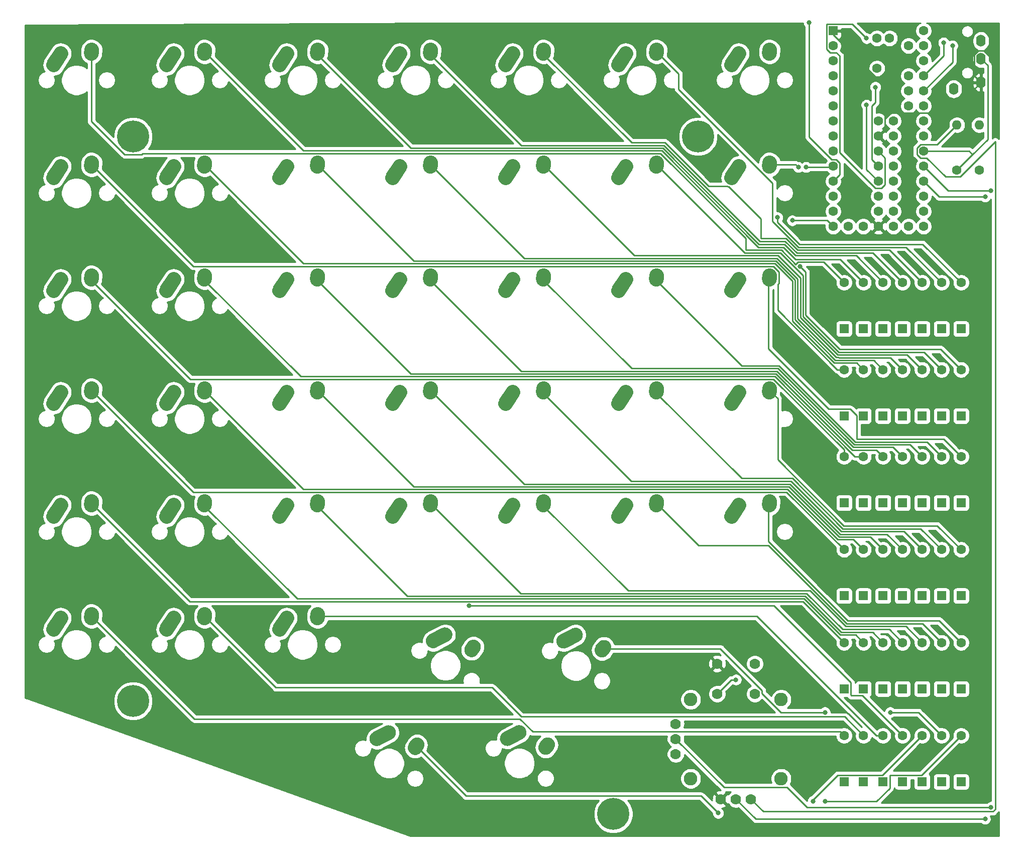
<source format=gtl>
%TF.GenerationSoftware,KiCad,Pcbnew,(5.1.9)-1*%
%TF.CreationDate,2021-04-22T01:41:48-06:00*%
%TF.ProjectId,Left Keyboard,4c656674-204b-4657-9962-6f6172642e6b,rev?*%
%TF.SameCoordinates,Original*%
%TF.FileFunction,Copper,L1,Top*%
%TF.FilePolarity,Positive*%
%FSLAX46Y46*%
G04 Gerber Fmt 4.6, Leading zero omitted, Abs format (unit mm)*
G04 Created by KiCad (PCBNEW (5.1.9)-1) date 2021-04-22 01:41:48*
%MOMM*%
%LPD*%
G01*
G04 APERTURE LIST*
%TA.AperFunction,ComponentPad*%
%ADD10R,1.600000X1.600000*%
%TD*%
%TA.AperFunction,ComponentPad*%
%ADD11C,1.600000*%
%TD*%
%TA.AperFunction,ComponentPad*%
%ADD12O,1.600000X1.600000*%
%TD*%
%TA.AperFunction,ComponentPad*%
%ADD13O,1.600000X2.000000*%
%TD*%
%TA.AperFunction,ComponentPad*%
%ADD14C,1.778000*%
%TD*%
%TA.AperFunction,ComponentPad*%
%ADD15C,2.286000*%
%TD*%
%TA.AperFunction,ComponentPad*%
%ADD16C,5.400000*%
%TD*%
%TA.AperFunction,ViaPad*%
%ADD17C,0.800000*%
%TD*%
%TA.AperFunction,Conductor*%
%ADD18C,0.250000*%
%TD*%
%TA.AperFunction,Conductor*%
%ADD19C,0.254000*%
%TD*%
%TA.AperFunction,Conductor*%
%ADD20C,0.100000*%
%TD*%
G04 APERTURE END LIST*
%TO.P,K6-2,2*%
%TO.N,Net-(D6-2-Pad2)*%
%TA.AperFunction,ComponentPad*%
G36*
G01*
X172328171Y-44776809D02*
X172367619Y-44198153D01*
G75*
G02*
X173699743Y-43036067I1247105J-85019D01*
G01*
X173699743Y-43036067D01*
G75*
G02*
X174861829Y-44368191I-85019J-1247105D01*
G01*
X174822381Y-44946847D01*
G75*
G02*
X173490257Y-46108933I-1247105J85019D01*
G01*
X173490257Y-46108933D01*
G75*
G02*
X172328171Y-44776809I85019J1247105D01*
G01*
G37*
%TD.AperFunction*%
%TO.P,K6-2,1*%
%TO.N,col6*%
%TA.AperFunction,ComponentPad*%
G36*
G01*
X166161299Y-46119690D02*
X167370223Y-44222060D01*
G75*
G02*
X169096087Y-43839446I1054239J-671625D01*
G01*
X169096087Y-43839446D01*
G75*
G02*
X169478701Y-45565310I-671625J-1054239D01*
G01*
X168269777Y-47462940D01*
G75*
G02*
X166543913Y-47845554I-1054239J671625D01*
G01*
X166543913Y-47845554D01*
G75*
G02*
X166161299Y-46119690I671625J1054239D01*
G01*
G37*
%TD.AperFunction*%
%TD*%
D10*
%TO.P,D1-1,1*%
%TO.N,row1*%
X205212500Y-72275000D03*
D11*
%TO.P,D1-1,2*%
%TO.N,Net-(D1-1-Pad2)*%
X205212500Y-64475000D03*
%TD*%
%TO.P,D1-2,2*%
%TO.N,Net-(D1-2-Pad2)*%
X205212500Y-79162500D03*
D10*
%TO.P,D1-2,1*%
%TO.N,row2*%
X205212500Y-86962500D03*
%TD*%
%TO.P,D1-3,1*%
%TO.N,row3*%
X205212500Y-101650000D03*
D11*
%TO.P,D1-3,2*%
%TO.N,Net-(D1-3-Pad2)*%
X205212500Y-93850000D03*
%TD*%
%TO.P,D1-4,2*%
%TO.N,Net-(D1-4-Pad2)*%
X205212500Y-109537500D03*
D10*
%TO.P,D1-4,1*%
%TO.N,row4*%
X205212500Y-117337500D03*
%TD*%
%TO.P,D1-5,1*%
%TO.N,row5*%
X205212500Y-133025000D03*
D11*
%TO.P,D1-5,2*%
%TO.N,Net-(D1-5-Pad2)*%
X205212500Y-125225000D03*
%TD*%
%TO.P,D1-6,2*%
%TO.N,Net-(D1-6-Pad2)*%
X205212500Y-140912500D03*
D10*
%TO.P,D1-6,1*%
%TO.N,row6*%
X205212500Y-148712500D03*
%TD*%
%TO.P,D2-1,1*%
%TO.N,row1*%
X208500000Y-72275000D03*
D11*
%TO.P,D2-1,2*%
%TO.N,Net-(D2-1-Pad2)*%
X208500000Y-64475000D03*
%TD*%
%TO.P,D2-2,2*%
%TO.N,Net-(D2-2-Pad2)*%
X208500000Y-79162500D03*
D10*
%TO.P,D2-2,1*%
%TO.N,row2*%
X208500000Y-86962500D03*
%TD*%
%TO.P,D2-3,1*%
%TO.N,row3*%
X208500000Y-101650000D03*
D11*
%TO.P,D2-3,2*%
%TO.N,Net-(D2-3-Pad2)*%
X208500000Y-93850000D03*
%TD*%
%TO.P,D2-4,2*%
%TO.N,Net-(D2-4-Pad2)*%
X208500000Y-109537500D03*
D10*
%TO.P,D2-4,1*%
%TO.N,row4*%
X208500000Y-117337500D03*
%TD*%
%TO.P,D2-5,1*%
%TO.N,row5*%
X208500000Y-133025000D03*
D11*
%TO.P,D2-5,2*%
%TO.N,Net-(D2-5-Pad2)*%
X208500000Y-125225000D03*
%TD*%
%TO.P,D2-6,2*%
%TO.N,Net-(D2-6-Pad2)*%
X208500000Y-140912500D03*
D10*
%TO.P,D2-6,1*%
%TO.N,row6*%
X208500000Y-148712500D03*
%TD*%
%TO.P,D3-1,1*%
%TO.N,row1*%
X211787500Y-72275000D03*
D11*
%TO.P,D3-1,2*%
%TO.N,Net-(D3-1-Pad2)*%
X211787500Y-64475000D03*
%TD*%
%TO.P,D3-2,2*%
%TO.N,Net-(D3-2-Pad2)*%
X211787500Y-79162500D03*
D10*
%TO.P,D3-2,1*%
%TO.N,row2*%
X211787500Y-86962500D03*
%TD*%
%TO.P,D3-3,1*%
%TO.N,row3*%
X211787500Y-101650000D03*
D11*
%TO.P,D3-3,2*%
%TO.N,Net-(D3-3-Pad2)*%
X211787500Y-93850000D03*
%TD*%
%TO.P,D3-4,2*%
%TO.N,Net-(D3-4-Pad2)*%
X211787500Y-109537500D03*
D10*
%TO.P,D3-4,1*%
%TO.N,row4*%
X211787500Y-117337500D03*
%TD*%
%TO.P,D3-5,1*%
%TO.N,row5*%
X211787500Y-133025000D03*
D11*
%TO.P,D3-5,2*%
%TO.N,Net-(D3-5-Pad2)*%
X211787500Y-125225000D03*
%TD*%
%TO.P,D3-6,2*%
%TO.N,Net-(D3-6-Pad2)*%
X211787500Y-140912500D03*
D10*
%TO.P,D3-6,1*%
%TO.N,row6*%
X211787500Y-148712500D03*
%TD*%
D11*
%TO.P,D4-1,2*%
%TO.N,Net-(D4-1-Pad2)*%
X215075000Y-64475000D03*
D10*
%TO.P,D4-1,1*%
%TO.N,row1*%
X215075000Y-72275000D03*
%TD*%
%TO.P,D4-2,1*%
%TO.N,row2*%
X215075000Y-86962500D03*
D11*
%TO.P,D4-2,2*%
%TO.N,Net-(D4-2-Pad2)*%
X215075000Y-79162500D03*
%TD*%
D10*
%TO.P,D4-3,1*%
%TO.N,row3*%
X215075000Y-101650000D03*
D11*
%TO.P,D4-3,2*%
%TO.N,Net-(D4-3-Pad2)*%
X215075000Y-93850000D03*
%TD*%
%TO.P,D4-4,2*%
%TO.N,Net-(D4-4-Pad2)*%
X215075000Y-109537500D03*
D10*
%TO.P,D4-4,1*%
%TO.N,row4*%
X215075000Y-117337500D03*
%TD*%
%TO.P,D4-5,1*%
%TO.N,row5*%
X215075000Y-133025000D03*
D11*
%TO.P,D4-5,2*%
%TO.N,Net-(D4-5-Pad2)*%
X215075000Y-125225000D03*
%TD*%
%TO.P,D4-6,2*%
%TO.N,Net-(D4-6-Pad2)*%
X215075000Y-140912500D03*
D10*
%TO.P,D4-6,1*%
%TO.N,row6*%
X215075000Y-148712500D03*
%TD*%
D11*
%TO.P,D5-1,2*%
%TO.N,Net-(D5-1-Pad2)*%
X218362500Y-64475000D03*
D10*
%TO.P,D5-1,1*%
%TO.N,row1*%
X218362500Y-72275000D03*
%TD*%
%TO.P,D5-2,1*%
%TO.N,row2*%
X218362500Y-86962500D03*
D11*
%TO.P,D5-2,2*%
%TO.N,Net-(D5-2-Pad2)*%
X218362500Y-79162500D03*
%TD*%
%TO.P,D5-3,2*%
%TO.N,Net-(D5-3-Pad2)*%
X218362500Y-93850000D03*
D10*
%TO.P,D5-3,1*%
%TO.N,row3*%
X218362500Y-101650000D03*
%TD*%
%TO.P,D5-4,1*%
%TO.N,row4*%
X218362500Y-117337500D03*
D11*
%TO.P,D5-4,2*%
%TO.N,Net-(D5-4-Pad2)*%
X218362500Y-109537500D03*
%TD*%
%TO.P,D5-5,2*%
%TO.N,Net-(D5-5-Pad2)*%
X218362500Y-125225000D03*
D10*
%TO.P,D5-5,1*%
%TO.N,row5*%
X218362500Y-133025000D03*
%TD*%
%TO.P,D5-6,1*%
%TO.N,row6*%
X218362500Y-148712500D03*
D11*
%TO.P,D5-6,2*%
%TO.N,Net-(D5-6-Pad2)*%
X218362500Y-140912500D03*
%TD*%
%TO.P,D6-1,2*%
%TO.N,Net-(D6-1-Pad2)*%
X221650000Y-64475000D03*
D10*
%TO.P,D6-1,1*%
%TO.N,row1*%
X221650000Y-72275000D03*
%TD*%
%TO.P,D6-2,1*%
%TO.N,row2*%
X221650000Y-86962500D03*
D11*
%TO.P,D6-2,2*%
%TO.N,Net-(D6-2-Pad2)*%
X221650000Y-79162500D03*
%TD*%
%TO.P,D6-3,2*%
%TO.N,Net-(D6-3-Pad2)*%
X221650000Y-93850000D03*
D10*
%TO.P,D6-3,1*%
%TO.N,row3*%
X221650000Y-101650000D03*
%TD*%
%TO.P,D6-4,1*%
%TO.N,row4*%
X221650000Y-117337500D03*
D11*
%TO.P,D6-4,2*%
%TO.N,Net-(D6-4-Pad2)*%
X221650000Y-109537500D03*
%TD*%
%TO.P,D6-5,2*%
%TO.N,Net-(D6-5-Pad2)*%
X221650000Y-125225000D03*
D10*
%TO.P,D6-5,1*%
%TO.N,row5*%
X221650000Y-133025000D03*
%TD*%
%TO.P,D6-6,1*%
%TO.N,row6*%
X221650000Y-148712500D03*
D11*
%TO.P,D6-6,2*%
%TO.N,Net-(D6-6-Pad2)*%
X221650000Y-140912500D03*
%TD*%
%TO.P,D7-1,2*%
%TO.N,Net-(D7-1-Pad2)*%
X224937500Y-64475000D03*
D10*
%TO.P,D7-1,1*%
%TO.N,row1*%
X224937500Y-72275000D03*
%TD*%
%TO.P,D7-2,1*%
%TO.N,row2*%
X224937500Y-86962500D03*
D11*
%TO.P,D7-2,2*%
%TO.N,Net-(D7-2-Pad2)*%
X224937500Y-79162500D03*
%TD*%
%TO.P,D7-3,2*%
%TO.N,Net-(D7-3-Pad2)*%
X224937500Y-93850000D03*
D10*
%TO.P,D7-3,1*%
%TO.N,row3*%
X224937500Y-101650000D03*
%TD*%
%TO.P,D7-4,1*%
%TO.N,row4*%
X224937500Y-117337500D03*
D11*
%TO.P,D7-4,2*%
%TO.N,Net-(D7-4-Pad2)*%
X224937500Y-109537500D03*
%TD*%
%TO.P,D7-5,2*%
%TO.N,Net-(D7-5-Pad2)*%
X224937500Y-125225000D03*
D10*
%TO.P,D7-5,1*%
%TO.N,row5*%
X224937500Y-133025000D03*
%TD*%
%TO.P,D7-6,1*%
%TO.N,row6*%
X224937500Y-148712500D03*
D11*
%TO.P,D7-6,2*%
%TO.N,Net-(D7-6-Pad2)*%
X224937500Y-140912500D03*
%TD*%
%TO.P,K1-1,2*%
%TO.N,Net-(D1-1-Pad2)*%
%TA.AperFunction,ComponentPad*%
G36*
G01*
X77078171Y-25726809D02*
X77117619Y-25148153D01*
G75*
G02*
X78449743Y-23986067I1247105J-85019D01*
G01*
X78449743Y-23986067D01*
G75*
G02*
X79611829Y-25318191I-85019J-1247105D01*
G01*
X79572381Y-25896847D01*
G75*
G02*
X78240257Y-27058933I-1247105J85019D01*
G01*
X78240257Y-27058933D01*
G75*
G02*
X77078171Y-25726809I85019J1247105D01*
G01*
G37*
%TD.AperFunction*%
%TO.P,K1-1,1*%
%TO.N,col1*%
%TA.AperFunction,ComponentPad*%
G36*
G01*
X70911299Y-27069690D02*
X72120223Y-25172060D01*
G75*
G02*
X73846087Y-24789446I1054239J-671625D01*
G01*
X73846087Y-24789446D01*
G75*
G02*
X74228701Y-26515310I-671625J-1054239D01*
G01*
X73019777Y-28412940D01*
G75*
G02*
X71293913Y-28795554I-1054239J671625D01*
G01*
X71293913Y-28795554D01*
G75*
G02*
X70911299Y-27069690I671625J1054239D01*
G01*
G37*
%TD.AperFunction*%
%TD*%
%TO.P,K1-2,1*%
%TO.N,col1*%
%TA.AperFunction,ComponentPad*%
G36*
G01*
X70911299Y-46119690D02*
X72120223Y-44222060D01*
G75*
G02*
X73846087Y-43839446I1054239J-671625D01*
G01*
X73846087Y-43839446D01*
G75*
G02*
X74228701Y-45565310I-671625J-1054239D01*
G01*
X73019777Y-47462940D01*
G75*
G02*
X71293913Y-47845554I-1054239J671625D01*
G01*
X71293913Y-47845554D01*
G75*
G02*
X70911299Y-46119690I671625J1054239D01*
G01*
G37*
%TD.AperFunction*%
%TO.P,K1-2,2*%
%TO.N,Net-(D1-2-Pad2)*%
%TA.AperFunction,ComponentPad*%
G36*
G01*
X77078171Y-44776809D02*
X77117619Y-44198153D01*
G75*
G02*
X78449743Y-43036067I1247105J-85019D01*
G01*
X78449743Y-43036067D01*
G75*
G02*
X79611829Y-44368191I-85019J-1247105D01*
G01*
X79572381Y-44946847D01*
G75*
G02*
X78240257Y-46108933I-1247105J85019D01*
G01*
X78240257Y-46108933D01*
G75*
G02*
X77078171Y-44776809I85019J1247105D01*
G01*
G37*
%TD.AperFunction*%
%TD*%
%TO.P,K1-3,1*%
%TO.N,col1*%
%TA.AperFunction,ComponentPad*%
G36*
G01*
X70911299Y-65169690D02*
X72120223Y-63272060D01*
G75*
G02*
X73846087Y-62889446I1054239J-671625D01*
G01*
X73846087Y-62889446D01*
G75*
G02*
X74228701Y-64615310I-671625J-1054239D01*
G01*
X73019777Y-66512940D01*
G75*
G02*
X71293913Y-66895554I-1054239J671625D01*
G01*
X71293913Y-66895554D01*
G75*
G02*
X70911299Y-65169690I671625J1054239D01*
G01*
G37*
%TD.AperFunction*%
%TO.P,K1-3,2*%
%TO.N,Net-(D1-3-Pad2)*%
%TA.AperFunction,ComponentPad*%
G36*
G01*
X77078171Y-63826809D02*
X77117619Y-63248153D01*
G75*
G02*
X78449743Y-62086067I1247105J-85019D01*
G01*
X78449743Y-62086067D01*
G75*
G02*
X79611829Y-63418191I-85019J-1247105D01*
G01*
X79572381Y-63996847D01*
G75*
G02*
X78240257Y-65158933I-1247105J85019D01*
G01*
X78240257Y-65158933D01*
G75*
G02*
X77078171Y-63826809I85019J1247105D01*
G01*
G37*
%TD.AperFunction*%
%TD*%
%TO.P,K1-4,2*%
%TO.N,Net-(D1-4-Pad2)*%
%TA.AperFunction,ComponentPad*%
G36*
G01*
X77078171Y-82876809D02*
X77117619Y-82298153D01*
G75*
G02*
X78449743Y-81136067I1247105J-85019D01*
G01*
X78449743Y-81136067D01*
G75*
G02*
X79611829Y-82468191I-85019J-1247105D01*
G01*
X79572381Y-83046847D01*
G75*
G02*
X78240257Y-84208933I-1247105J85019D01*
G01*
X78240257Y-84208933D01*
G75*
G02*
X77078171Y-82876809I85019J1247105D01*
G01*
G37*
%TD.AperFunction*%
%TO.P,K1-4,1*%
%TO.N,col1*%
%TA.AperFunction,ComponentPad*%
G36*
G01*
X70911299Y-84219690D02*
X72120223Y-82322060D01*
G75*
G02*
X73846087Y-81939446I1054239J-671625D01*
G01*
X73846087Y-81939446D01*
G75*
G02*
X74228701Y-83665310I-671625J-1054239D01*
G01*
X73019777Y-85562940D01*
G75*
G02*
X71293913Y-85945554I-1054239J671625D01*
G01*
X71293913Y-85945554D01*
G75*
G02*
X70911299Y-84219690I671625J1054239D01*
G01*
G37*
%TD.AperFunction*%
%TD*%
%TO.P,K1-5,2*%
%TO.N,Net-(D1-5-Pad2)*%
%TA.AperFunction,ComponentPad*%
G36*
G01*
X77078171Y-101926809D02*
X77117619Y-101348153D01*
G75*
G02*
X78449743Y-100186067I1247105J-85019D01*
G01*
X78449743Y-100186067D01*
G75*
G02*
X79611829Y-101518191I-85019J-1247105D01*
G01*
X79572381Y-102096847D01*
G75*
G02*
X78240257Y-103258933I-1247105J85019D01*
G01*
X78240257Y-103258933D01*
G75*
G02*
X77078171Y-101926809I85019J1247105D01*
G01*
G37*
%TD.AperFunction*%
%TO.P,K1-5,1*%
%TO.N,col1*%
%TA.AperFunction,ComponentPad*%
G36*
G01*
X70911299Y-103269690D02*
X72120223Y-101372060D01*
G75*
G02*
X73846087Y-100989446I1054239J-671625D01*
G01*
X73846087Y-100989446D01*
G75*
G02*
X74228701Y-102715310I-671625J-1054239D01*
G01*
X73019777Y-104612940D01*
G75*
G02*
X71293913Y-104995554I-1054239J671625D01*
G01*
X71293913Y-104995554D01*
G75*
G02*
X70911299Y-103269690I671625J1054239D01*
G01*
G37*
%TD.AperFunction*%
%TD*%
%TO.P,K1-6,1*%
%TO.N,col1*%
%TA.AperFunction,ComponentPad*%
G36*
G01*
X70911299Y-122319690D02*
X72120223Y-120422060D01*
G75*
G02*
X73846087Y-120039446I1054239J-671625D01*
G01*
X73846087Y-120039446D01*
G75*
G02*
X74228701Y-121765310I-671625J-1054239D01*
G01*
X73019777Y-123662940D01*
G75*
G02*
X71293913Y-124045554I-1054239J671625D01*
G01*
X71293913Y-124045554D01*
G75*
G02*
X70911299Y-122319690I671625J1054239D01*
G01*
G37*
%TD.AperFunction*%
%TO.P,K1-6,2*%
%TO.N,Net-(D1-6-Pad2)*%
%TA.AperFunction,ComponentPad*%
G36*
G01*
X77078171Y-120976809D02*
X77117619Y-120398153D01*
G75*
G02*
X78449743Y-119236067I1247105J-85019D01*
G01*
X78449743Y-119236067D01*
G75*
G02*
X79611829Y-120568191I-85019J-1247105D01*
G01*
X79572381Y-121146847D01*
G75*
G02*
X78240257Y-122308933I-1247105J85019D01*
G01*
X78240257Y-122308933D01*
G75*
G02*
X77078171Y-120976809I85019J1247105D01*
G01*
G37*
%TD.AperFunction*%
%TD*%
%TO.P,K2-1,2*%
%TO.N,Net-(D2-1-Pad2)*%
%TA.AperFunction,ComponentPad*%
G36*
G01*
X96128171Y-25726809D02*
X96167619Y-25148153D01*
G75*
G02*
X97499743Y-23986067I1247105J-85019D01*
G01*
X97499743Y-23986067D01*
G75*
G02*
X98661829Y-25318191I-85019J-1247105D01*
G01*
X98622381Y-25896847D01*
G75*
G02*
X97290257Y-27058933I-1247105J85019D01*
G01*
X97290257Y-27058933D01*
G75*
G02*
X96128171Y-25726809I85019J1247105D01*
G01*
G37*
%TD.AperFunction*%
%TO.P,K2-1,1*%
%TO.N,col2*%
%TA.AperFunction,ComponentPad*%
G36*
G01*
X89961299Y-27069690D02*
X91170223Y-25172060D01*
G75*
G02*
X92896087Y-24789446I1054239J-671625D01*
G01*
X92896087Y-24789446D01*
G75*
G02*
X93278701Y-26515310I-671625J-1054239D01*
G01*
X92069777Y-28412940D01*
G75*
G02*
X90343913Y-28795554I-1054239J671625D01*
G01*
X90343913Y-28795554D01*
G75*
G02*
X89961299Y-27069690I671625J1054239D01*
G01*
G37*
%TD.AperFunction*%
%TD*%
%TO.P,K2-2,1*%
%TO.N,col2*%
%TA.AperFunction,ComponentPad*%
G36*
G01*
X89961299Y-46119690D02*
X91170223Y-44222060D01*
G75*
G02*
X92896087Y-43839446I1054239J-671625D01*
G01*
X92896087Y-43839446D01*
G75*
G02*
X93278701Y-45565310I-671625J-1054239D01*
G01*
X92069777Y-47462940D01*
G75*
G02*
X90343913Y-47845554I-1054239J671625D01*
G01*
X90343913Y-47845554D01*
G75*
G02*
X89961299Y-46119690I671625J1054239D01*
G01*
G37*
%TD.AperFunction*%
%TO.P,K2-2,2*%
%TO.N,Net-(D2-2-Pad2)*%
%TA.AperFunction,ComponentPad*%
G36*
G01*
X96128171Y-44776809D02*
X96167619Y-44198153D01*
G75*
G02*
X97499743Y-43036067I1247105J-85019D01*
G01*
X97499743Y-43036067D01*
G75*
G02*
X98661829Y-44368191I-85019J-1247105D01*
G01*
X98622381Y-44946847D01*
G75*
G02*
X97290257Y-46108933I-1247105J85019D01*
G01*
X97290257Y-46108933D01*
G75*
G02*
X96128171Y-44776809I85019J1247105D01*
G01*
G37*
%TD.AperFunction*%
%TD*%
%TO.P,K2-3,2*%
%TO.N,Net-(D2-3-Pad2)*%
%TA.AperFunction,ComponentPad*%
G36*
G01*
X96128171Y-63826809D02*
X96167619Y-63248153D01*
G75*
G02*
X97499743Y-62086067I1247105J-85019D01*
G01*
X97499743Y-62086067D01*
G75*
G02*
X98661829Y-63418191I-85019J-1247105D01*
G01*
X98622381Y-63996847D01*
G75*
G02*
X97290257Y-65158933I-1247105J85019D01*
G01*
X97290257Y-65158933D01*
G75*
G02*
X96128171Y-63826809I85019J1247105D01*
G01*
G37*
%TD.AperFunction*%
%TO.P,K2-3,1*%
%TO.N,col2*%
%TA.AperFunction,ComponentPad*%
G36*
G01*
X89961299Y-65169690D02*
X91170223Y-63272060D01*
G75*
G02*
X92896087Y-62889446I1054239J-671625D01*
G01*
X92896087Y-62889446D01*
G75*
G02*
X93278701Y-64615310I-671625J-1054239D01*
G01*
X92069777Y-66512940D01*
G75*
G02*
X90343913Y-66895554I-1054239J671625D01*
G01*
X90343913Y-66895554D01*
G75*
G02*
X89961299Y-65169690I671625J1054239D01*
G01*
G37*
%TD.AperFunction*%
%TD*%
%TO.P,K2-4,1*%
%TO.N,col2*%
%TA.AperFunction,ComponentPad*%
G36*
G01*
X89961299Y-84219690D02*
X91170223Y-82322060D01*
G75*
G02*
X92896087Y-81939446I1054239J-671625D01*
G01*
X92896087Y-81939446D01*
G75*
G02*
X93278701Y-83665310I-671625J-1054239D01*
G01*
X92069777Y-85562940D01*
G75*
G02*
X90343913Y-85945554I-1054239J671625D01*
G01*
X90343913Y-85945554D01*
G75*
G02*
X89961299Y-84219690I671625J1054239D01*
G01*
G37*
%TD.AperFunction*%
%TO.P,K2-4,2*%
%TO.N,Net-(D2-4-Pad2)*%
%TA.AperFunction,ComponentPad*%
G36*
G01*
X96128171Y-82876809D02*
X96167619Y-82298153D01*
G75*
G02*
X97499743Y-81136067I1247105J-85019D01*
G01*
X97499743Y-81136067D01*
G75*
G02*
X98661829Y-82468191I-85019J-1247105D01*
G01*
X98622381Y-83046847D01*
G75*
G02*
X97290257Y-84208933I-1247105J85019D01*
G01*
X97290257Y-84208933D01*
G75*
G02*
X96128171Y-82876809I85019J1247105D01*
G01*
G37*
%TD.AperFunction*%
%TD*%
%TO.P,K2-5,2*%
%TO.N,Net-(D2-5-Pad2)*%
%TA.AperFunction,ComponentPad*%
G36*
G01*
X96128171Y-101926809D02*
X96167619Y-101348153D01*
G75*
G02*
X97499743Y-100186067I1247105J-85019D01*
G01*
X97499743Y-100186067D01*
G75*
G02*
X98661829Y-101518191I-85019J-1247105D01*
G01*
X98622381Y-102096847D01*
G75*
G02*
X97290257Y-103258933I-1247105J85019D01*
G01*
X97290257Y-103258933D01*
G75*
G02*
X96128171Y-101926809I85019J1247105D01*
G01*
G37*
%TD.AperFunction*%
%TO.P,K2-5,1*%
%TO.N,col2*%
%TA.AperFunction,ComponentPad*%
G36*
G01*
X89961299Y-103269690D02*
X91170223Y-101372060D01*
G75*
G02*
X92896087Y-100989446I1054239J-671625D01*
G01*
X92896087Y-100989446D01*
G75*
G02*
X93278701Y-102715310I-671625J-1054239D01*
G01*
X92069777Y-104612940D01*
G75*
G02*
X90343913Y-104995554I-1054239J671625D01*
G01*
X90343913Y-104995554D01*
G75*
G02*
X89961299Y-103269690I671625J1054239D01*
G01*
G37*
%TD.AperFunction*%
%TD*%
%TO.P,K2-6,1*%
%TO.N,col2*%
%TA.AperFunction,ComponentPad*%
G36*
G01*
X89961299Y-122319690D02*
X91170223Y-120422060D01*
G75*
G02*
X92896087Y-120039446I1054239J-671625D01*
G01*
X92896087Y-120039446D01*
G75*
G02*
X93278701Y-121765310I-671625J-1054239D01*
G01*
X92069777Y-123662940D01*
G75*
G02*
X90343913Y-124045554I-1054239J671625D01*
G01*
X90343913Y-124045554D01*
G75*
G02*
X89961299Y-122319690I671625J1054239D01*
G01*
G37*
%TD.AperFunction*%
%TO.P,K2-6,2*%
%TO.N,Net-(D2-6-Pad2)*%
%TA.AperFunction,ComponentPad*%
G36*
G01*
X96128171Y-120976809D02*
X96167619Y-120398153D01*
G75*
G02*
X97499743Y-119236067I1247105J-85019D01*
G01*
X97499743Y-119236067D01*
G75*
G02*
X98661829Y-120568191I-85019J-1247105D01*
G01*
X98622381Y-121146847D01*
G75*
G02*
X97290257Y-122308933I-1247105J85019D01*
G01*
X97290257Y-122308933D01*
G75*
G02*
X96128171Y-120976809I85019J1247105D01*
G01*
G37*
%TD.AperFunction*%
%TD*%
%TO.P,K3-1,1*%
%TO.N,col3*%
%TA.AperFunction,ComponentPad*%
G36*
G01*
X109011299Y-27069690D02*
X110220223Y-25172060D01*
G75*
G02*
X111946087Y-24789446I1054239J-671625D01*
G01*
X111946087Y-24789446D01*
G75*
G02*
X112328701Y-26515310I-671625J-1054239D01*
G01*
X111119777Y-28412940D01*
G75*
G02*
X109393913Y-28795554I-1054239J671625D01*
G01*
X109393913Y-28795554D01*
G75*
G02*
X109011299Y-27069690I671625J1054239D01*
G01*
G37*
%TD.AperFunction*%
%TO.P,K3-1,2*%
%TO.N,Net-(D3-1-Pad2)*%
%TA.AperFunction,ComponentPad*%
G36*
G01*
X115178171Y-25726809D02*
X115217619Y-25148153D01*
G75*
G02*
X116549743Y-23986067I1247105J-85019D01*
G01*
X116549743Y-23986067D01*
G75*
G02*
X117711829Y-25318191I-85019J-1247105D01*
G01*
X117672381Y-25896847D01*
G75*
G02*
X116340257Y-27058933I-1247105J85019D01*
G01*
X116340257Y-27058933D01*
G75*
G02*
X115178171Y-25726809I85019J1247105D01*
G01*
G37*
%TD.AperFunction*%
%TD*%
%TO.P,K3-2,1*%
%TO.N,col3*%
%TA.AperFunction,ComponentPad*%
G36*
G01*
X109011299Y-46119690D02*
X110220223Y-44222060D01*
G75*
G02*
X111946087Y-43839446I1054239J-671625D01*
G01*
X111946087Y-43839446D01*
G75*
G02*
X112328701Y-45565310I-671625J-1054239D01*
G01*
X111119777Y-47462940D01*
G75*
G02*
X109393913Y-47845554I-1054239J671625D01*
G01*
X109393913Y-47845554D01*
G75*
G02*
X109011299Y-46119690I671625J1054239D01*
G01*
G37*
%TD.AperFunction*%
%TO.P,K3-2,2*%
%TO.N,Net-(D3-2-Pad2)*%
%TA.AperFunction,ComponentPad*%
G36*
G01*
X115178171Y-44776809D02*
X115217619Y-44198153D01*
G75*
G02*
X116549743Y-43036067I1247105J-85019D01*
G01*
X116549743Y-43036067D01*
G75*
G02*
X117711829Y-44368191I-85019J-1247105D01*
G01*
X117672381Y-44946847D01*
G75*
G02*
X116340257Y-46108933I-1247105J85019D01*
G01*
X116340257Y-46108933D01*
G75*
G02*
X115178171Y-44776809I85019J1247105D01*
G01*
G37*
%TD.AperFunction*%
%TD*%
%TO.P,K3-3,2*%
%TO.N,Net-(D3-3-Pad2)*%
%TA.AperFunction,ComponentPad*%
G36*
G01*
X115178171Y-63826809D02*
X115217619Y-63248153D01*
G75*
G02*
X116549743Y-62086067I1247105J-85019D01*
G01*
X116549743Y-62086067D01*
G75*
G02*
X117711829Y-63418191I-85019J-1247105D01*
G01*
X117672381Y-63996847D01*
G75*
G02*
X116340257Y-65158933I-1247105J85019D01*
G01*
X116340257Y-65158933D01*
G75*
G02*
X115178171Y-63826809I85019J1247105D01*
G01*
G37*
%TD.AperFunction*%
%TO.P,K3-3,1*%
%TO.N,col3*%
%TA.AperFunction,ComponentPad*%
G36*
G01*
X109011299Y-65169690D02*
X110220223Y-63272060D01*
G75*
G02*
X111946087Y-62889446I1054239J-671625D01*
G01*
X111946087Y-62889446D01*
G75*
G02*
X112328701Y-64615310I-671625J-1054239D01*
G01*
X111119777Y-66512940D01*
G75*
G02*
X109393913Y-66895554I-1054239J671625D01*
G01*
X109393913Y-66895554D01*
G75*
G02*
X109011299Y-65169690I671625J1054239D01*
G01*
G37*
%TD.AperFunction*%
%TD*%
%TO.P,K3-4,1*%
%TO.N,col3*%
%TA.AperFunction,ComponentPad*%
G36*
G01*
X109011299Y-84219690D02*
X110220223Y-82322060D01*
G75*
G02*
X111946087Y-81939446I1054239J-671625D01*
G01*
X111946087Y-81939446D01*
G75*
G02*
X112328701Y-83665310I-671625J-1054239D01*
G01*
X111119777Y-85562940D01*
G75*
G02*
X109393913Y-85945554I-1054239J671625D01*
G01*
X109393913Y-85945554D01*
G75*
G02*
X109011299Y-84219690I671625J1054239D01*
G01*
G37*
%TD.AperFunction*%
%TO.P,K3-4,2*%
%TO.N,Net-(D3-4-Pad2)*%
%TA.AperFunction,ComponentPad*%
G36*
G01*
X115178171Y-82876809D02*
X115217619Y-82298153D01*
G75*
G02*
X116549743Y-81136067I1247105J-85019D01*
G01*
X116549743Y-81136067D01*
G75*
G02*
X117711829Y-82468191I-85019J-1247105D01*
G01*
X117672381Y-83046847D01*
G75*
G02*
X116340257Y-84208933I-1247105J85019D01*
G01*
X116340257Y-84208933D01*
G75*
G02*
X115178171Y-82876809I85019J1247105D01*
G01*
G37*
%TD.AperFunction*%
%TD*%
%TO.P,K3-5,2*%
%TO.N,Net-(D3-5-Pad2)*%
%TA.AperFunction,ComponentPad*%
G36*
G01*
X115178171Y-101926809D02*
X115217619Y-101348153D01*
G75*
G02*
X116549743Y-100186067I1247105J-85019D01*
G01*
X116549743Y-100186067D01*
G75*
G02*
X117711829Y-101518191I-85019J-1247105D01*
G01*
X117672381Y-102096847D01*
G75*
G02*
X116340257Y-103258933I-1247105J85019D01*
G01*
X116340257Y-103258933D01*
G75*
G02*
X115178171Y-101926809I85019J1247105D01*
G01*
G37*
%TD.AperFunction*%
%TO.P,K3-5,1*%
%TO.N,col3*%
%TA.AperFunction,ComponentPad*%
G36*
G01*
X109011299Y-103269690D02*
X110220223Y-101372060D01*
G75*
G02*
X111946087Y-100989446I1054239J-671625D01*
G01*
X111946087Y-100989446D01*
G75*
G02*
X112328701Y-102715310I-671625J-1054239D01*
G01*
X111119777Y-104612940D01*
G75*
G02*
X109393913Y-104995554I-1054239J671625D01*
G01*
X109393913Y-104995554D01*
G75*
G02*
X109011299Y-103269690I671625J1054239D01*
G01*
G37*
%TD.AperFunction*%
%TD*%
%TO.P,K3-6,1*%
%TO.N,col3*%
%TA.AperFunction,ComponentPad*%
G36*
G01*
X109011299Y-122319690D02*
X110220223Y-120422060D01*
G75*
G02*
X111946087Y-120039446I1054239J-671625D01*
G01*
X111946087Y-120039446D01*
G75*
G02*
X112328701Y-121765310I-671625J-1054239D01*
G01*
X111119777Y-123662940D01*
G75*
G02*
X109393913Y-124045554I-1054239J671625D01*
G01*
X109393913Y-124045554D01*
G75*
G02*
X109011299Y-122319690I671625J1054239D01*
G01*
G37*
%TD.AperFunction*%
%TO.P,K3-6,2*%
%TO.N,Net-(D3-6-Pad2)*%
%TA.AperFunction,ComponentPad*%
G36*
G01*
X115178171Y-120976809D02*
X115217619Y-120398153D01*
G75*
G02*
X116549743Y-119236067I1247105J-85019D01*
G01*
X116549743Y-119236067D01*
G75*
G02*
X117711829Y-120568191I-85019J-1247105D01*
G01*
X117672381Y-121146847D01*
G75*
G02*
X116340257Y-122308933I-1247105J85019D01*
G01*
X116340257Y-122308933D01*
G75*
G02*
X115178171Y-120976809I85019J1247105D01*
G01*
G37*
%TD.AperFunction*%
%TD*%
%TO.P,K4-1,2*%
%TO.N,Net-(D4-1-Pad2)*%
%TA.AperFunction,ComponentPad*%
G36*
G01*
X134228171Y-25726809D02*
X134267619Y-25148153D01*
G75*
G02*
X135599743Y-23986067I1247105J-85019D01*
G01*
X135599743Y-23986067D01*
G75*
G02*
X136761829Y-25318191I-85019J-1247105D01*
G01*
X136722381Y-25896847D01*
G75*
G02*
X135390257Y-27058933I-1247105J85019D01*
G01*
X135390257Y-27058933D01*
G75*
G02*
X134228171Y-25726809I85019J1247105D01*
G01*
G37*
%TD.AperFunction*%
%TO.P,K4-1,1*%
%TO.N,col4*%
%TA.AperFunction,ComponentPad*%
G36*
G01*
X128061299Y-27069690D02*
X129270223Y-25172060D01*
G75*
G02*
X130996087Y-24789446I1054239J-671625D01*
G01*
X130996087Y-24789446D01*
G75*
G02*
X131378701Y-26515310I-671625J-1054239D01*
G01*
X130169777Y-28412940D01*
G75*
G02*
X128443913Y-28795554I-1054239J671625D01*
G01*
X128443913Y-28795554D01*
G75*
G02*
X128061299Y-27069690I671625J1054239D01*
G01*
G37*
%TD.AperFunction*%
%TD*%
%TO.P,K4-2,1*%
%TO.N,col4*%
%TA.AperFunction,ComponentPad*%
G36*
G01*
X128061299Y-46119690D02*
X129270223Y-44222060D01*
G75*
G02*
X130996087Y-43839446I1054239J-671625D01*
G01*
X130996087Y-43839446D01*
G75*
G02*
X131378701Y-45565310I-671625J-1054239D01*
G01*
X130169777Y-47462940D01*
G75*
G02*
X128443913Y-47845554I-1054239J671625D01*
G01*
X128443913Y-47845554D01*
G75*
G02*
X128061299Y-46119690I671625J1054239D01*
G01*
G37*
%TD.AperFunction*%
%TO.P,K4-2,2*%
%TO.N,Net-(D4-2-Pad2)*%
%TA.AperFunction,ComponentPad*%
G36*
G01*
X134228171Y-44776809D02*
X134267619Y-44198153D01*
G75*
G02*
X135599743Y-43036067I1247105J-85019D01*
G01*
X135599743Y-43036067D01*
G75*
G02*
X136761829Y-44368191I-85019J-1247105D01*
G01*
X136722381Y-44946847D01*
G75*
G02*
X135390257Y-46108933I-1247105J85019D01*
G01*
X135390257Y-46108933D01*
G75*
G02*
X134228171Y-44776809I85019J1247105D01*
G01*
G37*
%TD.AperFunction*%
%TD*%
%TO.P,K4-3,2*%
%TO.N,Net-(D4-3-Pad2)*%
%TA.AperFunction,ComponentPad*%
G36*
G01*
X134228171Y-63826809D02*
X134267619Y-63248153D01*
G75*
G02*
X135599743Y-62086067I1247105J-85019D01*
G01*
X135599743Y-62086067D01*
G75*
G02*
X136761829Y-63418191I-85019J-1247105D01*
G01*
X136722381Y-63996847D01*
G75*
G02*
X135390257Y-65158933I-1247105J85019D01*
G01*
X135390257Y-65158933D01*
G75*
G02*
X134228171Y-63826809I85019J1247105D01*
G01*
G37*
%TD.AperFunction*%
%TO.P,K4-3,1*%
%TO.N,col4*%
%TA.AperFunction,ComponentPad*%
G36*
G01*
X128061299Y-65169690D02*
X129270223Y-63272060D01*
G75*
G02*
X130996087Y-62889446I1054239J-671625D01*
G01*
X130996087Y-62889446D01*
G75*
G02*
X131378701Y-64615310I-671625J-1054239D01*
G01*
X130169777Y-66512940D01*
G75*
G02*
X128443913Y-66895554I-1054239J671625D01*
G01*
X128443913Y-66895554D01*
G75*
G02*
X128061299Y-65169690I671625J1054239D01*
G01*
G37*
%TD.AperFunction*%
%TD*%
%TO.P,K4-4,1*%
%TO.N,col4*%
%TA.AperFunction,ComponentPad*%
G36*
G01*
X128061299Y-84219690D02*
X129270223Y-82322060D01*
G75*
G02*
X130996087Y-81939446I1054239J-671625D01*
G01*
X130996087Y-81939446D01*
G75*
G02*
X131378701Y-83665310I-671625J-1054239D01*
G01*
X130169777Y-85562940D01*
G75*
G02*
X128443913Y-85945554I-1054239J671625D01*
G01*
X128443913Y-85945554D01*
G75*
G02*
X128061299Y-84219690I671625J1054239D01*
G01*
G37*
%TD.AperFunction*%
%TO.P,K4-4,2*%
%TO.N,Net-(D4-4-Pad2)*%
%TA.AperFunction,ComponentPad*%
G36*
G01*
X134228171Y-82876809D02*
X134267619Y-82298153D01*
G75*
G02*
X135599743Y-81136067I1247105J-85019D01*
G01*
X135599743Y-81136067D01*
G75*
G02*
X136761829Y-82468191I-85019J-1247105D01*
G01*
X136722381Y-83046847D01*
G75*
G02*
X135390257Y-84208933I-1247105J85019D01*
G01*
X135390257Y-84208933D01*
G75*
G02*
X134228171Y-82876809I85019J1247105D01*
G01*
G37*
%TD.AperFunction*%
%TD*%
%TO.P,K4-5,2*%
%TO.N,Net-(D4-5-Pad2)*%
%TA.AperFunction,ComponentPad*%
G36*
G01*
X134228171Y-101926809D02*
X134267619Y-101348153D01*
G75*
G02*
X135599743Y-100186067I1247105J-85019D01*
G01*
X135599743Y-100186067D01*
G75*
G02*
X136761829Y-101518191I-85019J-1247105D01*
G01*
X136722381Y-102096847D01*
G75*
G02*
X135390257Y-103258933I-1247105J85019D01*
G01*
X135390257Y-103258933D01*
G75*
G02*
X134228171Y-101926809I85019J1247105D01*
G01*
G37*
%TD.AperFunction*%
%TO.P,K4-5,1*%
%TO.N,col4*%
%TA.AperFunction,ComponentPad*%
G36*
G01*
X128061299Y-103269690D02*
X129270223Y-101372060D01*
G75*
G02*
X130996087Y-100989446I1054239J-671625D01*
G01*
X130996087Y-100989446D01*
G75*
G02*
X131378701Y-102715310I-671625J-1054239D01*
G01*
X130169777Y-104612940D01*
G75*
G02*
X128443913Y-104995554I-1054239J671625D01*
G01*
X128443913Y-104995554D01*
G75*
G02*
X128061299Y-103269690I671625J1054239D01*
G01*
G37*
%TD.AperFunction*%
%TD*%
%TO.P,K4-6,1*%
%TO.N,col4*%
%TA.AperFunction,ComponentPad*%
G36*
G01*
X135378514Y-123834794D02*
X137374288Y-122795860D01*
G75*
G02*
X139060238Y-123327438I577186J-1108764D01*
G01*
X139060238Y-123327438D01*
G75*
G02*
X138528660Y-125013388I-1108764J-577186D01*
G01*
X136532886Y-126052322D01*
G75*
G02*
X134846936Y-125520744I-577186J1108764D01*
G01*
X134846936Y-125520744D01*
G75*
G02*
X135378514Y-123834794I1108764J577186D01*
G01*
G37*
%TD.AperFunction*%
%TO.P,K4-6,2*%
%TO.N,Net-(D4-6-Pad2)*%
%TA.AperFunction,ComponentPad*%
G36*
G01*
X141390623Y-125755261D02*
X141714115Y-125273853D01*
G75*
G02*
X143448811Y-124933519I1037515J-697181D01*
G01*
X143448811Y-124933519D01*
G75*
G02*
X143789145Y-126668215I-697181J-1037515D01*
G01*
X143465653Y-127149623D01*
G75*
G02*
X141730957Y-127489957I-1037515J697181D01*
G01*
X141730957Y-127489957D01*
G75*
G02*
X141390623Y-125755261I697181J1037515D01*
G01*
G37*
%TD.AperFunction*%
%TD*%
%TO.P,K5-1,2*%
%TO.N,Net-(D5-1-Pad2)*%
%TA.AperFunction,ComponentPad*%
G36*
G01*
X153278171Y-25726809D02*
X153317619Y-25148153D01*
G75*
G02*
X154649743Y-23986067I1247105J-85019D01*
G01*
X154649743Y-23986067D01*
G75*
G02*
X155811829Y-25318191I-85019J-1247105D01*
G01*
X155772381Y-25896847D01*
G75*
G02*
X154440257Y-27058933I-1247105J85019D01*
G01*
X154440257Y-27058933D01*
G75*
G02*
X153278171Y-25726809I85019J1247105D01*
G01*
G37*
%TD.AperFunction*%
%TO.P,K5-1,1*%
%TO.N,col5*%
%TA.AperFunction,ComponentPad*%
G36*
G01*
X147111299Y-27069690D02*
X148320223Y-25172060D01*
G75*
G02*
X150046087Y-24789446I1054239J-671625D01*
G01*
X150046087Y-24789446D01*
G75*
G02*
X150428701Y-26515310I-671625J-1054239D01*
G01*
X149219777Y-28412940D01*
G75*
G02*
X147493913Y-28795554I-1054239J671625D01*
G01*
X147493913Y-28795554D01*
G75*
G02*
X147111299Y-27069690I671625J1054239D01*
G01*
G37*
%TD.AperFunction*%
%TD*%
%TO.P,K5-2,1*%
%TO.N,col5*%
%TA.AperFunction,ComponentPad*%
G36*
G01*
X147111299Y-46119690D02*
X148320223Y-44222060D01*
G75*
G02*
X150046087Y-43839446I1054239J-671625D01*
G01*
X150046087Y-43839446D01*
G75*
G02*
X150428701Y-45565310I-671625J-1054239D01*
G01*
X149219777Y-47462940D01*
G75*
G02*
X147493913Y-47845554I-1054239J671625D01*
G01*
X147493913Y-47845554D01*
G75*
G02*
X147111299Y-46119690I671625J1054239D01*
G01*
G37*
%TD.AperFunction*%
%TO.P,K5-2,2*%
%TO.N,Net-(D5-2-Pad2)*%
%TA.AperFunction,ComponentPad*%
G36*
G01*
X153278171Y-44776809D02*
X153317619Y-44198153D01*
G75*
G02*
X154649743Y-43036067I1247105J-85019D01*
G01*
X154649743Y-43036067D01*
G75*
G02*
X155811829Y-44368191I-85019J-1247105D01*
G01*
X155772381Y-44946847D01*
G75*
G02*
X154440257Y-46108933I-1247105J85019D01*
G01*
X154440257Y-46108933D01*
G75*
G02*
X153278171Y-44776809I85019J1247105D01*
G01*
G37*
%TD.AperFunction*%
%TD*%
%TO.P,K5-3,2*%
%TO.N,Net-(D5-3-Pad2)*%
%TA.AperFunction,ComponentPad*%
G36*
G01*
X153278171Y-63826809D02*
X153317619Y-63248153D01*
G75*
G02*
X154649743Y-62086067I1247105J-85019D01*
G01*
X154649743Y-62086067D01*
G75*
G02*
X155811829Y-63418191I-85019J-1247105D01*
G01*
X155772381Y-63996847D01*
G75*
G02*
X154440257Y-65158933I-1247105J85019D01*
G01*
X154440257Y-65158933D01*
G75*
G02*
X153278171Y-63826809I85019J1247105D01*
G01*
G37*
%TD.AperFunction*%
%TO.P,K5-3,1*%
%TO.N,col5*%
%TA.AperFunction,ComponentPad*%
G36*
G01*
X147111299Y-65169690D02*
X148320223Y-63272060D01*
G75*
G02*
X150046087Y-62889446I1054239J-671625D01*
G01*
X150046087Y-62889446D01*
G75*
G02*
X150428701Y-64615310I-671625J-1054239D01*
G01*
X149219777Y-66512940D01*
G75*
G02*
X147493913Y-66895554I-1054239J671625D01*
G01*
X147493913Y-66895554D01*
G75*
G02*
X147111299Y-65169690I671625J1054239D01*
G01*
G37*
%TD.AperFunction*%
%TD*%
%TO.P,K5-4,2*%
%TO.N,Net-(D5-4-Pad2)*%
%TA.AperFunction,ComponentPad*%
G36*
G01*
X153278171Y-82876809D02*
X153317619Y-82298153D01*
G75*
G02*
X154649743Y-81136067I1247105J-85019D01*
G01*
X154649743Y-81136067D01*
G75*
G02*
X155811829Y-82468191I-85019J-1247105D01*
G01*
X155772381Y-83046847D01*
G75*
G02*
X154440257Y-84208933I-1247105J85019D01*
G01*
X154440257Y-84208933D01*
G75*
G02*
X153278171Y-82876809I85019J1247105D01*
G01*
G37*
%TD.AperFunction*%
%TO.P,K5-4,1*%
%TO.N,col5*%
%TA.AperFunction,ComponentPad*%
G36*
G01*
X147111299Y-84219690D02*
X148320223Y-82322060D01*
G75*
G02*
X150046087Y-81939446I1054239J-671625D01*
G01*
X150046087Y-81939446D01*
G75*
G02*
X150428701Y-83665310I-671625J-1054239D01*
G01*
X149219777Y-85562940D01*
G75*
G02*
X147493913Y-85945554I-1054239J671625D01*
G01*
X147493913Y-85945554D01*
G75*
G02*
X147111299Y-84219690I671625J1054239D01*
G01*
G37*
%TD.AperFunction*%
%TD*%
%TO.P,K5-5,1*%
%TO.N,col5*%
%TA.AperFunction,ComponentPad*%
G36*
G01*
X147111299Y-103269690D02*
X148320223Y-101372060D01*
G75*
G02*
X150046087Y-100989446I1054239J-671625D01*
G01*
X150046087Y-100989446D01*
G75*
G02*
X150428701Y-102715310I-671625J-1054239D01*
G01*
X149219777Y-104612940D01*
G75*
G02*
X147493913Y-104995554I-1054239J671625D01*
G01*
X147493913Y-104995554D01*
G75*
G02*
X147111299Y-103269690I671625J1054239D01*
G01*
G37*
%TD.AperFunction*%
%TO.P,K5-5,2*%
%TO.N,Net-(D5-5-Pad2)*%
%TA.AperFunction,ComponentPad*%
G36*
G01*
X153278171Y-101926809D02*
X153317619Y-101348153D01*
G75*
G02*
X154649743Y-100186067I1247105J-85019D01*
G01*
X154649743Y-100186067D01*
G75*
G02*
X155811829Y-101518191I-85019J-1247105D01*
G01*
X155772381Y-102096847D01*
G75*
G02*
X154440257Y-103258933I-1247105J85019D01*
G01*
X154440257Y-103258933D01*
G75*
G02*
X153278171Y-101926809I85019J1247105D01*
G01*
G37*
%TD.AperFunction*%
%TD*%
%TO.P,K5-6,2*%
%TO.N,Net-(D5-6-Pad2)*%
%TA.AperFunction,ComponentPad*%
G36*
G01*
X131878123Y-142265261D02*
X132201615Y-141783853D01*
G75*
G02*
X133936311Y-141443519I1037515J-697181D01*
G01*
X133936311Y-141443519D01*
G75*
G02*
X134276645Y-143178215I-697181J-1037515D01*
G01*
X133953153Y-143659623D01*
G75*
G02*
X132218457Y-143999957I-1037515J697181D01*
G01*
X132218457Y-143999957D01*
G75*
G02*
X131878123Y-142265261I697181J1037515D01*
G01*
G37*
%TD.AperFunction*%
%TO.P,K5-6,1*%
%TO.N,col5*%
%TA.AperFunction,ComponentPad*%
G36*
G01*
X125866014Y-140344794D02*
X127861788Y-139305860D01*
G75*
G02*
X129547738Y-139837438I577186J-1108764D01*
G01*
X129547738Y-139837438D01*
G75*
G02*
X129016160Y-141523388I-1108764J-577186D01*
G01*
X127020386Y-142562322D01*
G75*
G02*
X125334436Y-142030744I-577186J1108764D01*
G01*
X125334436Y-142030744D01*
G75*
G02*
X125866014Y-140344794I1108764J577186D01*
G01*
G37*
%TD.AperFunction*%
%TD*%
%TO.P,K6-1,1*%
%TO.N,col6*%
%TA.AperFunction,ComponentPad*%
G36*
G01*
X166161299Y-27069690D02*
X167370223Y-25172060D01*
G75*
G02*
X169096087Y-24789446I1054239J-671625D01*
G01*
X169096087Y-24789446D01*
G75*
G02*
X169478701Y-26515310I-671625J-1054239D01*
G01*
X168269777Y-28412940D01*
G75*
G02*
X166543913Y-28795554I-1054239J671625D01*
G01*
X166543913Y-28795554D01*
G75*
G02*
X166161299Y-27069690I671625J1054239D01*
G01*
G37*
%TD.AperFunction*%
%TO.P,K6-1,2*%
%TO.N,Net-(D6-1-Pad2)*%
%TA.AperFunction,ComponentPad*%
G36*
G01*
X172328171Y-25726809D02*
X172367619Y-25148153D01*
G75*
G02*
X173699743Y-23986067I1247105J-85019D01*
G01*
X173699743Y-23986067D01*
G75*
G02*
X174861829Y-25318191I-85019J-1247105D01*
G01*
X174822381Y-25896847D01*
G75*
G02*
X173490257Y-27058933I-1247105J85019D01*
G01*
X173490257Y-27058933D01*
G75*
G02*
X172328171Y-25726809I85019J1247105D01*
G01*
G37*
%TD.AperFunction*%
%TD*%
%TO.P,K6-3,1*%
%TO.N,col6*%
%TA.AperFunction,ComponentPad*%
G36*
G01*
X166161299Y-65169690D02*
X167370223Y-63272060D01*
G75*
G02*
X169096087Y-62889446I1054239J-671625D01*
G01*
X169096087Y-62889446D01*
G75*
G02*
X169478701Y-64615310I-671625J-1054239D01*
G01*
X168269777Y-66512940D01*
G75*
G02*
X166543913Y-66895554I-1054239J671625D01*
G01*
X166543913Y-66895554D01*
G75*
G02*
X166161299Y-65169690I671625J1054239D01*
G01*
G37*
%TD.AperFunction*%
%TO.P,K6-3,2*%
%TO.N,Net-(D6-3-Pad2)*%
%TA.AperFunction,ComponentPad*%
G36*
G01*
X172328171Y-63826809D02*
X172367619Y-63248153D01*
G75*
G02*
X173699743Y-62086067I1247105J-85019D01*
G01*
X173699743Y-62086067D01*
G75*
G02*
X174861829Y-63418191I-85019J-1247105D01*
G01*
X174822381Y-63996847D01*
G75*
G02*
X173490257Y-65158933I-1247105J85019D01*
G01*
X173490257Y-65158933D01*
G75*
G02*
X172328171Y-63826809I85019J1247105D01*
G01*
G37*
%TD.AperFunction*%
%TD*%
%TO.P,K6-4,2*%
%TO.N,Net-(D6-4-Pad2)*%
%TA.AperFunction,ComponentPad*%
G36*
G01*
X172328171Y-82876809D02*
X172367619Y-82298153D01*
G75*
G02*
X173699743Y-81136067I1247105J-85019D01*
G01*
X173699743Y-81136067D01*
G75*
G02*
X174861829Y-82468191I-85019J-1247105D01*
G01*
X174822381Y-83046847D01*
G75*
G02*
X173490257Y-84208933I-1247105J85019D01*
G01*
X173490257Y-84208933D01*
G75*
G02*
X172328171Y-82876809I85019J1247105D01*
G01*
G37*
%TD.AperFunction*%
%TO.P,K6-4,1*%
%TO.N,col6*%
%TA.AperFunction,ComponentPad*%
G36*
G01*
X166161299Y-84219690D02*
X167370223Y-82322060D01*
G75*
G02*
X169096087Y-81939446I1054239J-671625D01*
G01*
X169096087Y-81939446D01*
G75*
G02*
X169478701Y-83665310I-671625J-1054239D01*
G01*
X168269777Y-85562940D01*
G75*
G02*
X166543913Y-85945554I-1054239J671625D01*
G01*
X166543913Y-85945554D01*
G75*
G02*
X166161299Y-84219690I671625J1054239D01*
G01*
G37*
%TD.AperFunction*%
%TD*%
%TO.P,K6-5,2*%
%TO.N,Net-(D6-5-Pad2)*%
%TA.AperFunction,ComponentPad*%
G36*
G01*
X172328171Y-101926809D02*
X172367619Y-101348153D01*
G75*
G02*
X173699743Y-100186067I1247105J-85019D01*
G01*
X173699743Y-100186067D01*
G75*
G02*
X174861829Y-101518191I-85019J-1247105D01*
G01*
X174822381Y-102096847D01*
G75*
G02*
X173490257Y-103258933I-1247105J85019D01*
G01*
X173490257Y-103258933D01*
G75*
G02*
X172328171Y-101926809I85019J1247105D01*
G01*
G37*
%TD.AperFunction*%
%TO.P,K6-5,1*%
%TO.N,col6*%
%TA.AperFunction,ComponentPad*%
G36*
G01*
X166161299Y-103269690D02*
X167370223Y-101372060D01*
G75*
G02*
X169096087Y-100989446I1054239J-671625D01*
G01*
X169096087Y-100989446D01*
G75*
G02*
X169478701Y-102715310I-671625J-1054239D01*
G01*
X168269777Y-104612940D01*
G75*
G02*
X166543913Y-104995554I-1054239J671625D01*
G01*
X166543913Y-104995554D01*
G75*
G02*
X166161299Y-103269690I671625J1054239D01*
G01*
G37*
%TD.AperFunction*%
%TD*%
%TO.P,K6-6,1*%
%TO.N,col6*%
%TA.AperFunction,ComponentPad*%
G36*
G01*
X157366014Y-123884794D02*
X159361788Y-122845860D01*
G75*
G02*
X161047738Y-123377438I577186J-1108764D01*
G01*
X161047738Y-123377438D01*
G75*
G02*
X160516160Y-125063388I-1108764J-577186D01*
G01*
X158520386Y-126102322D01*
G75*
G02*
X156834436Y-125570744I-577186J1108764D01*
G01*
X156834436Y-125570744D01*
G75*
G02*
X157366014Y-123884794I1108764J577186D01*
G01*
G37*
%TD.AperFunction*%
%TO.P,K6-6,2*%
%TO.N,Net-(D6-6-Pad2)*%
%TA.AperFunction,ComponentPad*%
G36*
G01*
X163378123Y-125805261D02*
X163701615Y-125323853D01*
G75*
G02*
X165436311Y-124983519I1037515J-697181D01*
G01*
X165436311Y-124983519D01*
G75*
G02*
X165776645Y-126718215I-697181J-1037515D01*
G01*
X165453153Y-127199623D01*
G75*
G02*
X163718457Y-127539957I-1037515J697181D01*
G01*
X163718457Y-127539957D01*
G75*
G02*
X163378123Y-125805261I697181J1037515D01*
G01*
G37*
%TD.AperFunction*%
%TD*%
%TO.P,K7-1,2*%
%TO.N,Net-(D7-1-Pad2)*%
%TA.AperFunction,ComponentPad*%
G36*
G01*
X191378171Y-25726809D02*
X191417619Y-25148153D01*
G75*
G02*
X192749743Y-23986067I1247105J-85019D01*
G01*
X192749743Y-23986067D01*
G75*
G02*
X193911829Y-25318191I-85019J-1247105D01*
G01*
X193872381Y-25896847D01*
G75*
G02*
X192540257Y-27058933I-1247105J85019D01*
G01*
X192540257Y-27058933D01*
G75*
G02*
X191378171Y-25726809I85019J1247105D01*
G01*
G37*
%TD.AperFunction*%
%TO.P,K7-1,1*%
%TO.N,col7*%
%TA.AperFunction,ComponentPad*%
G36*
G01*
X185211299Y-27069690D02*
X186420223Y-25172060D01*
G75*
G02*
X188146087Y-24789446I1054239J-671625D01*
G01*
X188146087Y-24789446D01*
G75*
G02*
X188528701Y-26515310I-671625J-1054239D01*
G01*
X187319777Y-28412940D01*
G75*
G02*
X185593913Y-28795554I-1054239J671625D01*
G01*
X185593913Y-28795554D01*
G75*
G02*
X185211299Y-27069690I671625J1054239D01*
G01*
G37*
%TD.AperFunction*%
%TD*%
%TO.P,K7-2,1*%
%TO.N,col7*%
%TA.AperFunction,ComponentPad*%
G36*
G01*
X185211299Y-46119690D02*
X186420223Y-44222060D01*
G75*
G02*
X188146087Y-43839446I1054239J-671625D01*
G01*
X188146087Y-43839446D01*
G75*
G02*
X188528701Y-45565310I-671625J-1054239D01*
G01*
X187319777Y-47462940D01*
G75*
G02*
X185593913Y-47845554I-1054239J671625D01*
G01*
X185593913Y-47845554D01*
G75*
G02*
X185211299Y-46119690I671625J1054239D01*
G01*
G37*
%TD.AperFunction*%
%TO.P,K7-2,2*%
%TO.N,Net-(D7-2-Pad2)*%
%TA.AperFunction,ComponentPad*%
G36*
G01*
X191378171Y-44776809D02*
X191417619Y-44198153D01*
G75*
G02*
X192749743Y-43036067I1247105J-85019D01*
G01*
X192749743Y-43036067D01*
G75*
G02*
X193911829Y-44368191I-85019J-1247105D01*
G01*
X193872381Y-44946847D01*
G75*
G02*
X192540257Y-46108933I-1247105J85019D01*
G01*
X192540257Y-46108933D01*
G75*
G02*
X191378171Y-44776809I85019J1247105D01*
G01*
G37*
%TD.AperFunction*%
%TD*%
%TO.P,K7-3,2*%
%TO.N,Net-(D7-3-Pad2)*%
%TA.AperFunction,ComponentPad*%
G36*
G01*
X191378171Y-63826809D02*
X191417619Y-63248153D01*
G75*
G02*
X192749743Y-62086067I1247105J-85019D01*
G01*
X192749743Y-62086067D01*
G75*
G02*
X193911829Y-63418191I-85019J-1247105D01*
G01*
X193872381Y-63996847D01*
G75*
G02*
X192540257Y-65158933I-1247105J85019D01*
G01*
X192540257Y-65158933D01*
G75*
G02*
X191378171Y-63826809I85019J1247105D01*
G01*
G37*
%TD.AperFunction*%
%TO.P,K7-3,1*%
%TO.N,col7*%
%TA.AperFunction,ComponentPad*%
G36*
G01*
X185211299Y-65169690D02*
X186420223Y-63272060D01*
G75*
G02*
X188146087Y-62889446I1054239J-671625D01*
G01*
X188146087Y-62889446D01*
G75*
G02*
X188528701Y-64615310I-671625J-1054239D01*
G01*
X187319777Y-66512940D01*
G75*
G02*
X185593913Y-66895554I-1054239J671625D01*
G01*
X185593913Y-66895554D01*
G75*
G02*
X185211299Y-65169690I671625J1054239D01*
G01*
G37*
%TD.AperFunction*%
%TD*%
%TO.P,K7-4,1*%
%TO.N,col7*%
%TA.AperFunction,ComponentPad*%
G36*
G01*
X185211299Y-84219690D02*
X186420223Y-82322060D01*
G75*
G02*
X188146087Y-81939446I1054239J-671625D01*
G01*
X188146087Y-81939446D01*
G75*
G02*
X188528701Y-83665310I-671625J-1054239D01*
G01*
X187319777Y-85562940D01*
G75*
G02*
X185593913Y-85945554I-1054239J671625D01*
G01*
X185593913Y-85945554D01*
G75*
G02*
X185211299Y-84219690I671625J1054239D01*
G01*
G37*
%TD.AperFunction*%
%TO.P,K7-4,2*%
%TO.N,Net-(D7-4-Pad2)*%
%TA.AperFunction,ComponentPad*%
G36*
G01*
X191378171Y-82876809D02*
X191417619Y-82298153D01*
G75*
G02*
X192749743Y-81136067I1247105J-85019D01*
G01*
X192749743Y-81136067D01*
G75*
G02*
X193911829Y-82468191I-85019J-1247105D01*
G01*
X193872381Y-83046847D01*
G75*
G02*
X192540257Y-84208933I-1247105J85019D01*
G01*
X192540257Y-84208933D01*
G75*
G02*
X191378171Y-82876809I85019J1247105D01*
G01*
G37*
%TD.AperFunction*%
%TD*%
%TO.P,K7-5,2*%
%TO.N,Net-(D7-5-Pad2)*%
%TA.AperFunction,ComponentPad*%
G36*
G01*
X191378171Y-101926809D02*
X191417619Y-101348153D01*
G75*
G02*
X192749743Y-100186067I1247105J-85019D01*
G01*
X192749743Y-100186067D01*
G75*
G02*
X193911829Y-101518191I-85019J-1247105D01*
G01*
X193872381Y-102096847D01*
G75*
G02*
X192540257Y-103258933I-1247105J85019D01*
G01*
X192540257Y-103258933D01*
G75*
G02*
X191378171Y-101926809I85019J1247105D01*
G01*
G37*
%TD.AperFunction*%
%TO.P,K7-5,1*%
%TO.N,col7*%
%TA.AperFunction,ComponentPad*%
G36*
G01*
X185211299Y-103269690D02*
X186420223Y-101372060D01*
G75*
G02*
X188146087Y-100989446I1054239J-671625D01*
G01*
X188146087Y-100989446D01*
G75*
G02*
X188528701Y-102715310I-671625J-1054239D01*
G01*
X187319777Y-104612940D01*
G75*
G02*
X185593913Y-104995554I-1054239J671625D01*
G01*
X185593913Y-104995554D01*
G75*
G02*
X185211299Y-103269690I671625J1054239D01*
G01*
G37*
%TD.AperFunction*%
%TD*%
%TO.P,K7-6,1*%
%TO.N,col7*%
%TA.AperFunction,ComponentPad*%
G36*
G01*
X147866014Y-140324794D02*
X149861788Y-139285860D01*
G75*
G02*
X151547738Y-139817438I577186J-1108764D01*
G01*
X151547738Y-139817438D01*
G75*
G02*
X151016160Y-141503388I-1108764J-577186D01*
G01*
X149020386Y-142542322D01*
G75*
G02*
X147334436Y-142010744I-577186J1108764D01*
G01*
X147334436Y-142010744D01*
G75*
G02*
X147866014Y-140324794I1108764J577186D01*
G01*
G37*
%TD.AperFunction*%
%TO.P,K7-6,2*%
%TO.N,Net-(D7-6-Pad2)*%
%TA.AperFunction,ComponentPad*%
G36*
G01*
X153878123Y-142245261D02*
X154201615Y-141763853D01*
G75*
G02*
X155936311Y-141423519I1037515J-697181D01*
G01*
X155936311Y-141423519D01*
G75*
G02*
X156276645Y-143158215I-697181J-1037515D01*
G01*
X155953153Y-143639623D01*
G75*
G02*
X154218457Y-143979957I-1037515J697181D01*
G01*
X154218457Y-143979957D01*
G75*
G02*
X153878123Y-142245261I697181J1037515D01*
G01*
G37*
%TD.AperFunction*%
%TD*%
%TO.P,R1,1*%
%TO.N,SDA*%
X224250000Y-45500000D03*
D12*
%TO.P,R1,2*%
%TO.N,VCC*%
X224250000Y-37880000D03*
%TD*%
%TO.P,R2,2*%
%TO.N,VCC*%
X228000000Y-37880000D03*
D11*
%TO.P,R2,1*%
%TO.N,SCL*%
X228000000Y-45500000D03*
%TD*%
D13*
%TO.P,TRRS1,1*%
%TO.N,VCC*%
X223700000Y-31800000D03*
%TO.P,TRRS1,2*%
%TO.N,GND*%
X228300000Y-30700000D03*
%TO.P,TRRS1,4*%
%TO.N,SCL*%
X228300000Y-23700000D03*
%TO.P,TRRS1,3*%
%TO.N,SDA*%
X228300000Y-26700000D03*
%TD*%
D11*
%TO.P,U1,17*%
%TO.N,GND*%
X211000000Y-55010000D03*
%TO.P,U1,18*%
%TO.N,Net-(U1-Pad18)*%
X213540000Y-55010000D03*
%TO.P,U1,19*%
%TO.N,Net-(U1-Pad19)*%
X216080000Y-55010000D03*
%TO.P,U1,20*%
%TO.N,Net-(U1-Pad20)*%
X218620000Y-55010000D03*
%TO.P,U1,16*%
%TO.N,Net-(U1-Pad16)*%
X208460000Y-55010000D03*
%TO.P,U1,15*%
%TO.N,Net-(U1-Pad15)*%
X205920000Y-55010000D03*
%TO.P,U1,14*%
%TO.N,Net-(U1-Pad14)*%
X203380000Y-55010000D03*
%TO.P,U1,21*%
%TO.N,Net-(U1-Pad21)*%
X218620000Y-52470000D03*
%TO.P,U1,22*%
%TO.N,Net-(U1-Pad22)*%
X218620000Y-49930000D03*
%TO.P,U1,23*%
%TO.N,Net-(U1-Pad23)*%
X218620000Y-47390000D03*
%TO.P,U1,24*%
%TO.N,Net-(U1-Pad24)*%
X218620000Y-44850000D03*
%TO.P,U1,25*%
%TO.N,SDA*%
X218620000Y-42310000D03*
%TO.P,U1,26*%
%TO.N,SCL*%
X218620000Y-39770000D03*
%TO.P,U1,27*%
%TO.N,Net-(U1-Pad27)*%
X218620000Y-37230000D03*
%TO.P,U1,28*%
%TO.N,Net-(U1-Pad28)*%
X218620000Y-34690000D03*
%TO.P,U1,29*%
%TO.N,col2*%
X218620000Y-32150000D03*
%TO.P,U1,30*%
%TO.N,col3*%
X218620000Y-29610000D03*
%TO.P,U1,31*%
%TO.N,Net-(U1-Pad31)*%
X218620000Y-27070000D03*
%TO.P,U1,32*%
%TO.N,Net-(U1-Pad32)*%
X218620000Y-24530000D03*
%TO.P,U1,33*%
%TO.N,VCC*%
X218620000Y-21990000D03*
%TO.P,U1,34*%
%TO.N,Net-(U1-Pad34)*%
X216080000Y-24530000D03*
%TO.P,U1,35*%
%TO.N,Net-(U1-Pad35)*%
X216080000Y-29610000D03*
%TO.P,U1,36*%
%TO.N,Net-(U1-Pad36)*%
X216080000Y-32150000D03*
%TO.P,U1,37*%
%TO.N,Net-(U1-Pad37)*%
X216080000Y-34690000D03*
%TO.P,U1,13*%
%TO.N,Net-(U1-Pad13)*%
X203380000Y-52470000D03*
%TO.P,U1,12*%
%TO.N,Net-(U1-Pad12)*%
X203380000Y-49930000D03*
%TO.P,U1,11*%
%TO.N,col1*%
X203380000Y-47390000D03*
%TO.P,U1,10*%
%TO.N,row6*%
X203380000Y-44850000D03*
%TO.P,U1,9*%
%TO.N,Net-(U1-Pad9)*%
X203380000Y-42310000D03*
%TO.P,U1,8*%
%TO.N,row5*%
X203380000Y-39770000D03*
%TO.P,U1,7*%
%TO.N,Net-(U1-Pad7)*%
X203380000Y-37230000D03*
%TO.P,U1,6*%
%TO.N,row4*%
X203380000Y-34690000D03*
%TO.P,U1,5*%
%TO.N,row3*%
X203380000Y-32150000D03*
%TO.P,U1,4*%
%TO.N,Net-(U1-Pad4)*%
X203380000Y-29610000D03*
%TO.P,U1,3*%
%TO.N,row2*%
X203380000Y-27070000D03*
%TO.P,U1,2*%
%TO.N,row1*%
X203380000Y-24530000D03*
D10*
%TO.P,U1,1*%
%TO.N,GND*%
X203380000Y-21990000D03*
D11*
%TO.P,U1,39*%
%TO.N,Net-(U1-Pad39)*%
X210770000Y-23260000D03*
%TO.P,U1,40*%
%TO.N,Net-(U1-Pad40)*%
X212900000Y-23260000D03*
%TO.P,U1,46*%
%TO.N,Net-(U1-Pad46)*%
X213540000Y-49930000D03*
%TO.P,U1,47*%
%TO.N,Net-(U1-Pad47)*%
X213540000Y-52470000D03*
%TO.P,U1,48*%
%TO.N,Net-(U1-Pad48)*%
X211000000Y-52470000D03*
%TO.P,U1,45*%
%TO.N,Net-(U1-Pad45)*%
X213540000Y-47390000D03*
%TO.P,U1,44*%
%TO.N,Net-(U1-Pad44)*%
X213540000Y-44850000D03*
%TO.P,U1,49*%
%TO.N,col7*%
X211000000Y-49930000D03*
%TO.P,U1,50*%
%TO.N,col6*%
X211000000Y-47390000D03*
%TO.P,U1,43*%
%TO.N,Net-(U1-Pad43)*%
X213540000Y-42310000D03*
%TO.P,U1,51*%
%TO.N,col5*%
X211000000Y-44850000D03*
%TO.P,U1,42*%
%TO.N,Net-(U1-Pad42)*%
X213540000Y-39770000D03*
%TO.P,U1,41*%
%TO.N,Net-(U1-Pad41)*%
X213540000Y-37230000D03*
%TO.P,U1,52*%
%TO.N,col4*%
X211000000Y-42310000D03*
%TO.P,U1,38*%
%TO.N,Net-(U1-Pad38)*%
X210770000Y-28340000D03*
%TO.P,U1,53*%
%TO.N,GND*%
X211000000Y-39770000D03*
%TO.P,U1,54*%
%TO.N,Net-(U1-Pad54)*%
X211000000Y-37230000D03*
%TD*%
D14*
%TO.P,U2,B1A*%
%TO.N,GND*%
X183825000Y-128800000D03*
%TO.P,U2,B1B*%
%TO.N,N/C*%
X190175000Y-128800000D03*
%TO.P,U2,B2A*%
%TO.N,Net-(U1-Pad14)*%
X183825000Y-133880000D03*
%TO.P,U2,B2B*%
%TO.N,N/C*%
X190175000Y-133880000D03*
%TO.P,U2,H1*%
%TO.N,GND*%
X184460000Y-151660000D03*
%TO.P,U2,H2*%
%TO.N,Net-(U1-Pad23)*%
X187000000Y-151660000D03*
%TO.P,U2,H3*%
%TO.N,VCC*%
X189540000Y-151660000D03*
D15*
%TO.P,U2,MOUN*%
%TO.N,N/C*%
X179380000Y-134832500D03*
X179380000Y-148167500D03*
X194620000Y-148167500D03*
X194620000Y-134832500D03*
D14*
%TO.P,U2,V1*%
%TO.N,GND*%
X176840000Y-138960000D03*
%TO.P,U2,V2*%
%TO.N,Net-(U1-Pad24)*%
X176840000Y-141500000D03*
%TO.P,U2,V3*%
%TO.N,VCC*%
X176840000Y-144040000D03*
%TD*%
D16*
%TO.P,H1,1*%
%TO.N,N/C*%
X180600000Y-39837500D03*
%TD*%
%TO.P,H2,1*%
%TO.N,N/C*%
X166312500Y-154137500D03*
%TD*%
%TO.P,H3,1*%
%TO.N,N/C*%
X85350000Y-39837500D03*
%TD*%
%TO.P,H4,1*%
%TO.N,N/C*%
X85350000Y-135087500D03*
%TD*%
D17*
%TO.N,row6*%
X198824991Y-45000000D03*
%TO.N,Net-(D4-6-Pad2)*%
X142000000Y-119000000D03*
%TO.N,Net-(D5-6-Pad2)*%
X200000000Y-152000000D03*
X184000000Y-154000000D03*
%TO.N,Net-(D6-6-Pad2)*%
X213000000Y-137000000D03*
X202000000Y-137000000D03*
%TO.N,Net-(D7-1-Pad2)*%
X194000000Y-53500000D03*
%TO.N,Net-(D7-2-Pad2)*%
X197762653Y-61737347D03*
X197500000Y-45000000D03*
%TO.N,Net-(D7-6-Pad2)*%
X202000000Y-152000000D03*
%TO.N,col1*%
X199320455Y-20642393D03*
%TO.N,col2*%
X223500000Y-24500000D03*
%TO.N,col3*%
X222000000Y-24000000D03*
%TO.N,col4*%
X209000000Y-23275000D03*
%TO.N,col5*%
X210500154Y-31499846D03*
%TO.N,col6*%
X209000000Y-34500000D03*
%TO.N,GND*%
X231000000Y-156000000D03*
X231000000Y-35000000D03*
%TO.N,Net-(U1-Pad14)*%
X187000000Y-131500000D03*
X196500000Y-54000000D03*
%TO.N,Net-(U1-Pad23)*%
X229000000Y-155000000D03*
X229000000Y-50000000D03*
%TO.N,Net-(U1-Pad24)*%
X230000000Y-153000000D03*
X230000000Y-49000000D03*
%TD*%
D18*
%TO.N,Net-(D1-1-Pad2)*%
X197414652Y-61012346D02*
X197031704Y-61395294D01*
X201749846Y-61012346D02*
X197414652Y-61012346D01*
X205212500Y-64475000D02*
X201749846Y-61012346D01*
X194636410Y-59000000D02*
X188658910Y-59000000D01*
X197031704Y-61395294D02*
X194636410Y-59000000D01*
X78345000Y-37309502D02*
X78345000Y-25522500D01*
X86802001Y-42862501D02*
X83897999Y-42862501D01*
X86997063Y-42667439D02*
X86802001Y-42862501D01*
X83897999Y-42862501D02*
X78345000Y-37309502D01*
X174283983Y-42667439D02*
X86997063Y-42667439D01*
X188658910Y-57042366D02*
X174283983Y-42667439D01*
X188658910Y-59000000D02*
X188658910Y-57042366D01*
%TO.N,Net-(D1-2-Pad2)*%
X95489939Y-61717439D02*
X78345000Y-44572500D01*
X193333983Y-61717439D02*
X95489939Y-61717439D01*
X194280457Y-62663913D02*
X193333983Y-61717439D01*
X194280457Y-64525917D02*
X194280457Y-62663913D01*
X194029099Y-64777275D02*
X194280457Y-64525917D01*
X194029099Y-69110469D02*
X194029099Y-64777275D01*
X204081130Y-79162500D02*
X194029099Y-69110469D01*
X205212500Y-79162500D02*
X204081130Y-79162500D01*
%TO.N,Net-(D1-3-Pad2)*%
X78345000Y-64112166D02*
X78345000Y-63622500D01*
X193333983Y-80767439D02*
X95000273Y-80767439D01*
X95000273Y-80767439D02*
X78345000Y-64112166D01*
X205212500Y-92645956D02*
X193333983Y-80767439D01*
X205212500Y-93850000D02*
X205212500Y-92645956D01*
%TO.N,Net-(D1-4-Pad2)*%
X95489939Y-99817439D02*
X78345000Y-82672500D01*
X195492439Y-99817439D02*
X95489939Y-99817439D01*
X205212500Y-109537500D02*
X195492439Y-99817439D01*
%TO.N,Net-(D1-5-Pad2)*%
X94897499Y-118274999D02*
X78345000Y-101722500D01*
X198262499Y-118274999D02*
X94897499Y-118274999D01*
X205212500Y-125225000D02*
X198262499Y-118274999D01*
%TO.N,Net-(D1-6-Pad2)*%
X95685001Y-138112501D02*
X78345000Y-120772500D01*
X150558596Y-138112501D02*
X95685001Y-138112501D01*
X152732094Y-140285999D02*
X150558596Y-138112501D01*
X204585999Y-140285999D02*
X152732094Y-140285999D01*
X205212500Y-140912500D02*
X204585999Y-140285999D01*
%TO.N,row6*%
X203230000Y-45000000D02*
X203380000Y-44850000D01*
X198824991Y-45000000D02*
X203230000Y-45000000D01*
%TO.N,Net-(D2-1-Pad2)*%
X204587337Y-60562337D02*
X197062337Y-60562337D01*
X208500000Y-64475000D02*
X204587337Y-60562337D01*
X197062337Y-60562337D02*
X195000000Y-58500000D01*
X195000000Y-58500000D02*
X190752954Y-58500000D01*
X190752954Y-58500000D02*
X174470383Y-42217429D01*
X114089929Y-42217429D02*
X97395000Y-25522500D01*
X174470383Y-42217429D02*
X114089929Y-42217429D01*
%TO.N,Net-(D2-2-Pad2)*%
X114089929Y-61267429D02*
X97395000Y-44572500D01*
X193520383Y-61267429D02*
X114089929Y-61267429D01*
X196500000Y-70944960D02*
X196500000Y-64247046D01*
X203555040Y-78000000D02*
X196500000Y-70944960D01*
X203925002Y-78000000D02*
X203555040Y-78000000D01*
X203962501Y-78037499D02*
X203925002Y-78000000D01*
X207374999Y-78037499D02*
X203962501Y-78037499D01*
X196500000Y-64247046D02*
X193520383Y-61267429D01*
X208500000Y-79162500D02*
X207374999Y-78037499D01*
%TO.N,Net-(D2-3-Pad2)*%
X208500000Y-93850000D02*
X207052954Y-93850000D01*
X207052954Y-93850000D02*
X193520383Y-80317429D01*
X97395000Y-64112166D02*
X97395000Y-63622500D01*
X113600263Y-80317429D02*
X97395000Y-64112166D01*
X193520383Y-80317429D02*
X113600263Y-80317429D01*
%TO.N,Net-(D2-4-Pad2)*%
X208500000Y-109537500D02*
X206806795Y-107844295D01*
X206806795Y-107844295D02*
X204155705Y-107844295D01*
X204155705Y-107844295D02*
X195678839Y-99367429D01*
X114089929Y-99367429D02*
X97395000Y-82672500D01*
X195678839Y-99367429D02*
X114089929Y-99367429D01*
%TO.N,Net-(D2-5-Pad2)*%
X208500000Y-125225000D02*
X207213045Y-123938045D01*
X207213045Y-123938045D02*
X204561955Y-123938045D01*
X204561955Y-123938045D02*
X198448899Y-117824989D01*
X97395000Y-102212166D02*
X97395000Y-101722500D01*
X113007823Y-117824989D02*
X97395000Y-102212166D01*
X198448899Y-117824989D02*
X113007823Y-117824989D01*
%TO.N,Net-(D2-6-Pad2)*%
X109438401Y-132815901D02*
X97395000Y-120772500D01*
X145898406Y-132815901D02*
X109438401Y-132815901D01*
X150828504Y-137745999D02*
X145898406Y-132815901D01*
X205333499Y-137745999D02*
X150828504Y-137745999D01*
X208500000Y-140912500D02*
X205333499Y-137745999D01*
%TO.N,Net-(D3-1-Pad2)*%
X211787500Y-64475000D02*
X207244295Y-59931795D01*
X207244295Y-59931795D02*
X197068205Y-59931795D01*
X197068205Y-59931795D02*
X195136410Y-58000000D01*
X190889364Y-58000000D02*
X174656783Y-41767419D01*
X195136410Y-58000000D02*
X190889364Y-58000000D01*
X116445000Y-26012166D02*
X116445000Y-25522500D01*
X132200253Y-41767419D02*
X116445000Y-26012166D01*
X174656783Y-41767419D02*
X132200253Y-41767419D01*
%TO.N,Net-(D3-2-Pad2)*%
X132689919Y-60817419D02*
X116445000Y-44572500D01*
X196950010Y-64060646D02*
X193706783Y-60817419D01*
X196950010Y-70758560D02*
X196950010Y-64060646D01*
X193706783Y-60817419D02*
X132689919Y-60817419D01*
X203741440Y-77549990D02*
X196950010Y-70758560D01*
X204111402Y-77549990D02*
X203741440Y-77549990D01*
X204148901Y-77587489D02*
X204111402Y-77549990D01*
X210212489Y-77587489D02*
X204148901Y-77587489D01*
X211787500Y-79162500D02*
X210212489Y-77587489D01*
%TO.N,Net-(D3-3-Pad2)*%
X210662499Y-92724999D02*
X206564363Y-92724999D01*
X211787500Y-93850000D02*
X210662499Y-92724999D01*
X206564363Y-92724999D02*
X193706783Y-79867419D01*
X116445000Y-64112166D02*
X116445000Y-63622500D01*
X132200253Y-79867419D02*
X116445000Y-64112166D01*
X193706783Y-79867419D02*
X132200253Y-79867419D01*
%TO.N,Net-(D3-4-Pad2)*%
X211787500Y-109537500D02*
X209644285Y-107394285D01*
X209644285Y-107394285D02*
X204394285Y-107394285D01*
X204394285Y-107394285D02*
X195917419Y-98917419D01*
X132689919Y-98917419D02*
X116445000Y-82672500D01*
X195917419Y-98917419D02*
X132689919Y-98917419D01*
%TO.N,Net-(D3-5-Pad2)*%
X211787500Y-125225000D02*
X210050535Y-123488035D01*
X210050535Y-123488035D02*
X204748355Y-123488035D01*
X204748355Y-123488035D02*
X198635299Y-117374979D01*
X116445000Y-102212166D02*
X116445000Y-101722500D01*
X131607813Y-117374979D02*
X116445000Y-102212166D01*
X198635299Y-117374979D02*
X131607813Y-117374979D01*
%TO.N,Net-(D3-6-Pad2)*%
X190516130Y-120772500D02*
X116445000Y-120772500D01*
X210656130Y-140912500D02*
X190516130Y-120772500D01*
X211787500Y-140912500D02*
X210656130Y-140912500D01*
%TO.N,Net-(D4-1-Pad2)*%
X215075000Y-64475000D02*
X210081785Y-59481785D01*
X210081785Y-59481785D02*
X197254605Y-59481785D01*
X197254605Y-59481785D02*
X195272820Y-57500000D01*
X191025774Y-57500000D02*
X174843183Y-41317409D01*
X195272820Y-57500000D02*
X191025774Y-57500000D01*
X135495000Y-26012166D02*
X135495000Y-25522500D01*
X150800243Y-41317409D02*
X135495000Y-26012166D01*
X174843183Y-41317409D02*
X150800243Y-41317409D01*
%TO.N,Net-(D4-2-Pad2)*%
X215075000Y-79162500D02*
X213049979Y-77137479D01*
X204335301Y-77137479D02*
X204297802Y-77099980D01*
X213049979Y-77137479D02*
X204335301Y-77137479D01*
X204297802Y-77099980D02*
X203927840Y-77099980D01*
X197400020Y-70572160D02*
X197400020Y-63874246D01*
X203927840Y-77099980D02*
X197400020Y-70572160D01*
X151289910Y-60367410D02*
X135495000Y-44572500D01*
X193893184Y-60367410D02*
X151289910Y-60367410D01*
X197400020Y-63874246D02*
X193893184Y-60367410D01*
%TO.N,Net-(D4-3-Pad2)*%
X135495000Y-64112166D02*
X135495000Y-63622500D01*
X150800243Y-79417409D02*
X135495000Y-64112166D01*
X193917409Y-79417409D02*
X150800243Y-79417409D01*
X206774989Y-92274989D02*
X193917409Y-79417409D01*
X213499989Y-92274989D02*
X206774989Y-92274989D01*
X215075000Y-93850000D02*
X213499989Y-92274989D01*
%TO.N,Net-(D4-4-Pad2)*%
X151289909Y-98467409D02*
X135495000Y-82672500D01*
X196103819Y-98467409D02*
X151289909Y-98467409D01*
X204580685Y-106944275D02*
X196103819Y-98467409D01*
X212481775Y-106944275D02*
X204580685Y-106944275D01*
X215075000Y-109537500D02*
X212481775Y-106944275D01*
%TO.N,Net-(D4-5-Pad2)*%
X215075000Y-125225000D02*
X212850000Y-123000000D01*
X212850000Y-123000000D02*
X205000000Y-123000000D01*
X205000000Y-123000000D02*
X198924969Y-116924969D01*
X150697469Y-116924969D02*
X135495000Y-101722500D01*
X198924969Y-116924969D02*
X150697469Y-116924969D01*
%TO.N,Net-(D4-6-Pad2)*%
X193372502Y-119000000D02*
X142000000Y-119000000D01*
X206337501Y-131964999D02*
X193372502Y-119000000D01*
X206337501Y-134085001D02*
X206337501Y-131964999D01*
X206402501Y-134150001D02*
X206337501Y-134085001D01*
X208312501Y-134150001D02*
X206402501Y-134150001D01*
X215075000Y-140912500D02*
X208312501Y-134150001D01*
%TO.N,Net-(D5-1-Pad2)*%
X154545000Y-26012166D02*
X154545000Y-25522500D01*
X169400233Y-40867399D02*
X154545000Y-26012166D01*
X185524354Y-48186599D02*
X182348783Y-48186599D01*
X185673699Y-48335944D02*
X185524354Y-48186599D01*
X185758778Y-48335944D02*
X185673699Y-48335944D01*
X191162184Y-53739350D02*
X185758778Y-48335944D01*
X191162184Y-57000000D02*
X191162184Y-53739350D01*
X195409230Y-57000000D02*
X191162184Y-57000000D01*
X175029583Y-40867399D02*
X169400233Y-40867399D01*
X197409230Y-59000000D02*
X195409230Y-57000000D01*
X182348783Y-48186599D02*
X175029583Y-40867399D01*
X212887500Y-59000000D02*
X197409230Y-59000000D01*
X218362500Y-64475000D02*
X212887500Y-59000000D01*
%TO.N,Net-(D5-2-Pad2)*%
X197850029Y-63687845D02*
X194079584Y-59917400D01*
X194079584Y-59917400D02*
X169889900Y-59917400D01*
X197850030Y-70385760D02*
X197850029Y-63687845D01*
X204114241Y-76649971D02*
X197850030Y-70385760D01*
X215849971Y-76649971D02*
X204114241Y-76649971D01*
X169889900Y-59917400D02*
X154545000Y-44572500D01*
X218362500Y-79162500D02*
X215849971Y-76649971D01*
%TO.N,Net-(D5-3-Pad2)*%
X218362500Y-93850000D02*
X216337479Y-91824979D01*
X216337479Y-91824979D02*
X206961389Y-91824979D01*
X206961389Y-91824979D02*
X194103809Y-78967399D01*
X154545000Y-64112166D02*
X154545000Y-63622500D01*
X169400233Y-78967399D02*
X154545000Y-64112166D01*
X194103809Y-78967399D02*
X169400233Y-78967399D01*
%TO.N,Net-(D5-4-Pad2)*%
X154545000Y-83162166D02*
X154545000Y-82672500D01*
X169382834Y-98000000D02*
X154545000Y-83162166D01*
X204767085Y-106494265D02*
X196272820Y-98000000D01*
X215319265Y-106494265D02*
X204767085Y-106494265D01*
X196272820Y-98000000D02*
X169382834Y-98000000D01*
X218362500Y-109537500D02*
X215319265Y-106494265D01*
%TO.N,Net-(D5-5-Pad2)*%
X218362500Y-125225000D02*
X215637500Y-122500000D01*
X215637500Y-122500000D02*
X205500000Y-122500000D01*
X205500000Y-122500000D02*
X199474959Y-116474959D01*
X154545000Y-102212166D02*
X154545000Y-101722500D01*
X168807793Y-116474959D02*
X154545000Y-102212166D01*
X199474959Y-116474959D02*
X168807793Y-116474959D01*
%TO.N,Net-(D5-6-Pad2)*%
X200000000Y-151739998D02*
X200000000Y-152000000D01*
X204152499Y-147587499D02*
X200000000Y-151739998D01*
X211687501Y-147587499D02*
X204152499Y-147587499D01*
X218362500Y-140912500D02*
X211687501Y-147587499D01*
X181112499Y-151112499D02*
X141468145Y-151112499D01*
X141468145Y-151112499D02*
X133077384Y-142721738D01*
X184000000Y-154000000D02*
X181112499Y-151112499D01*
%TO.N,Net-(D6-1-Pad2)*%
X177330901Y-29258401D02*
X173595000Y-25522500D01*
X177330901Y-31852445D02*
X177330901Y-29258401D01*
X193169033Y-47690577D02*
X177330901Y-31852445D01*
X193169033Y-54123393D02*
X193169033Y-47690577D01*
X197545640Y-58500000D02*
X193169033Y-54123393D01*
X215675000Y-58500000D02*
X197545640Y-58500000D01*
X221650000Y-64475000D02*
X215675000Y-58500000D01*
%TO.N,Net-(D6-2-Pad2)*%
X221650000Y-79162500D02*
X218687461Y-76199961D01*
X218687461Y-76199961D02*
X204300641Y-76199961D01*
X198300038Y-70199358D02*
X198300038Y-63300038D01*
X204300641Y-76199961D02*
X198300038Y-70199358D01*
X198300038Y-63300038D02*
X194467390Y-59467390D01*
X188489890Y-59467390D02*
X173595000Y-44572500D01*
X194467390Y-59467390D02*
X188489890Y-59467390D01*
%TO.N,Net-(D6-3-Pad2)*%
X221650000Y-93850000D02*
X219174969Y-91374969D01*
X219174969Y-91374969D02*
X207147789Y-91374969D01*
X207147789Y-91374969D02*
X194272820Y-78500000D01*
X173595000Y-64112166D02*
X173595000Y-63622500D01*
X187982834Y-78500000D02*
X173595000Y-64112166D01*
X194272820Y-78500000D02*
X187982834Y-78500000D01*
%TO.N,Net-(D6-4-Pad2)*%
X221650000Y-109537500D02*
X218112500Y-106000000D01*
X218112500Y-106000000D02*
X205000000Y-106000000D01*
X205000000Y-106000000D02*
X196500000Y-97500000D01*
X173595000Y-83162166D02*
X173595000Y-82672500D01*
X187932834Y-97500000D02*
X173595000Y-83162166D01*
X196500000Y-97500000D02*
X187932834Y-97500000D01*
%TO.N,Net-(D6-5-Pad2)*%
X221650000Y-125225000D02*
X218425000Y-122000000D01*
X218425000Y-122000000D02*
X205636410Y-122000000D01*
X180703901Y-108831401D02*
X173595000Y-101722500D01*
X192467811Y-108831401D02*
X180703901Y-108831401D01*
X205636410Y-122000000D02*
X192467811Y-108831401D01*
%TO.N,Net-(D6-6-Pad2)*%
X217737500Y-137000000D02*
X213000000Y-137000000D01*
X221650000Y-140912500D02*
X217737500Y-137000000D01*
X184353460Y-126261738D02*
X164577384Y-126261738D01*
X191389001Y-133774143D02*
X191389001Y-133297279D01*
X191389001Y-133297279D02*
X184353460Y-126261738D01*
X194614858Y-137000000D02*
X191389001Y-133774143D01*
X202000000Y-137000000D02*
X194614858Y-137000000D01*
%TO.N,Net-(D7-1-Pad2)*%
X224937500Y-64475000D02*
X218462500Y-58000000D01*
X218462500Y-58000000D02*
X198000000Y-58000000D01*
X198000000Y-58000000D02*
X197682050Y-58000000D01*
X197682050Y-58000000D02*
X194000000Y-54317950D01*
X194000000Y-54317950D02*
X194000000Y-53500000D01*
%TO.N,Net-(D7-2-Pad2)*%
X224937500Y-79162500D02*
X221524951Y-75749951D01*
X221524951Y-75749951D02*
X218873861Y-75749951D01*
X218873861Y-75749951D02*
X204487041Y-75749951D01*
X198750048Y-62724742D02*
X197762653Y-61737347D01*
X198750048Y-70012958D02*
X198750048Y-62724742D01*
X204487041Y-75749951D02*
X198750048Y-70012958D01*
X197072500Y-44572500D02*
X192645000Y-44572500D01*
X197500000Y-45000000D02*
X197072500Y-44572500D01*
%TO.N,Net-(D7-3-Pad2)*%
X224937500Y-93850000D02*
X222012459Y-90924959D01*
X206272501Y-85837499D02*
X202662501Y-85837499D01*
X207334189Y-86899187D02*
X206272501Y-85837499D01*
X207334189Y-90924959D02*
X207334189Y-86899187D01*
X222012459Y-90924959D02*
X207334189Y-90924959D01*
X192443901Y-63823599D02*
X192645000Y-63622500D01*
X192443901Y-75618899D02*
X192443901Y-63823599D01*
X202662501Y-85837499D02*
X192443901Y-75618899D01*
%TO.N,Net-(D7-4-Pad2)*%
X224937500Y-109537500D02*
X220900000Y-105500000D01*
X220900000Y-105500000D02*
X205136410Y-105500000D01*
X194029099Y-84056599D02*
X192645000Y-82672500D01*
X194029099Y-94392689D02*
X194029099Y-84056599D01*
X205136410Y-105500000D02*
X194029099Y-94392689D01*
%TO.N,Net-(D7-5-Pad2)*%
X192443901Y-108171081D02*
X192443901Y-101923599D01*
X205822810Y-121549990D02*
X192443901Y-108171081D01*
X192443901Y-101923599D02*
X192645000Y-101722500D01*
X221262490Y-121549990D02*
X205822810Y-121549990D01*
X224937500Y-125225000D02*
X221262490Y-121549990D01*
%TO.N,Net-(D7-6-Pad2)*%
X212912501Y-149772501D02*
X210685002Y-152000000D01*
X212912501Y-147652499D02*
X212912501Y-149772501D01*
X212977501Y-147587499D02*
X212912501Y-147652499D01*
X210685002Y-152000000D02*
X202000000Y-152000000D01*
X218262501Y-147587499D02*
X212977501Y-147587499D01*
X224937500Y-140912500D02*
X218262501Y-147587499D01*
%TO.N,col1*%
X204505001Y-44309999D02*
X204505001Y-46264999D01*
X204505001Y-46264999D02*
X203380000Y-47390000D01*
X203920001Y-43724999D02*
X204505001Y-44309999D01*
X203129997Y-43724999D02*
X203920001Y-43724999D01*
X199320455Y-39915457D02*
X203129997Y-43724999D01*
X199320455Y-20642393D02*
X199320455Y-39915457D01*
%TO.N,col2*%
X223500000Y-27270000D02*
X218620000Y-32150000D01*
X223500000Y-24500000D02*
X223500000Y-27270000D01*
%TO.N,col3*%
X222000000Y-26230000D02*
X218620000Y-29610000D01*
X222000000Y-24000000D02*
X222000000Y-26230000D01*
%TO.N,col4*%
X212125001Y-47930001D02*
X212125001Y-43435001D01*
X210459999Y-48515001D02*
X211540001Y-48515001D01*
X204505001Y-42560003D02*
X210459999Y-48515001D01*
X202839999Y-25655001D02*
X203920001Y-25655001D01*
X202254999Y-25070001D02*
X202839999Y-25655001D01*
X212125001Y-43435001D02*
X211000000Y-42310000D01*
X211540001Y-48515001D02*
X212125001Y-47930001D01*
X204505001Y-26240001D02*
X204505001Y-42560003D01*
X203920001Y-25655001D02*
X204505001Y-26240001D01*
X202254999Y-20929999D02*
X202254999Y-25070001D01*
X206589999Y-20864999D02*
X202319999Y-20864999D01*
X202319999Y-20864999D02*
X202254999Y-20929999D01*
X209000000Y-23275000D02*
X206589999Y-20864999D01*
%TO.N,col5*%
X209874999Y-43724999D02*
X211000000Y-44850000D01*
X209874999Y-34698003D02*
X209874999Y-43724999D01*
X210500154Y-34072848D02*
X209874999Y-34698003D01*
X210500154Y-31499846D02*
X210500154Y-34072848D01*
%TO.N,col6*%
X209000000Y-45390000D02*
X211000000Y-47390000D01*
X209000000Y-34500000D02*
X209000000Y-45390000D01*
%TO.N,SDA*%
X229425010Y-27825010D02*
X228300000Y-26700000D01*
X229425010Y-40324990D02*
X229425010Y-27825010D01*
X226310000Y-42310000D02*
X226875000Y-42875000D01*
X218620000Y-42310000D02*
X226310000Y-42310000D01*
X226875000Y-42875000D02*
X229425010Y-40324990D01*
X224250000Y-45500000D02*
X226875000Y-42875000D01*
%TO.N,VCC*%
X218079999Y-41184999D02*
X220945001Y-41184999D01*
X217494999Y-42850001D02*
X217494999Y-41769999D01*
X218079999Y-43435001D02*
X217494999Y-42850001D01*
X219160001Y-43435001D02*
X218079999Y-43435001D01*
X222350001Y-46625001D02*
X219160001Y-43435001D01*
X224790001Y-46625001D02*
X222350001Y-46625001D01*
X217494999Y-41769999D02*
X218079999Y-41184999D01*
X230725001Y-40690001D02*
X224790001Y-46625001D01*
X220945001Y-41184999D02*
X224250000Y-37880000D01*
X191605001Y-153725001D02*
X230348001Y-153725001D01*
X230725001Y-153348001D02*
X230725001Y-40690001D01*
X230348001Y-153725001D02*
X230725001Y-153348001D01*
X189540000Y-151660000D02*
X191605001Y-153725001D01*
%TO.N,GND*%
X212125001Y-36874999D02*
X212125001Y-38644999D01*
X213184999Y-35815001D02*
X212125001Y-36874999D01*
X223184999Y-35815001D02*
X213184999Y-35815001D01*
X228300000Y-30700000D02*
X223184999Y-35815001D01*
X203380000Y-22615002D02*
X203380000Y-21990000D01*
X212125001Y-31360003D02*
X203380000Y-22615002D01*
X212125001Y-38644999D02*
X212125001Y-31360003D01*
X211000000Y-39770000D02*
X212125001Y-38644999D01*
X184460000Y-151660000D02*
X188800000Y-156000000D01*
X188800000Y-156000000D02*
X231000000Y-156000000D01*
X227174990Y-26034006D02*
X227174990Y-29574990D01*
X227174990Y-29574990D02*
X228300000Y-30700000D01*
X227834006Y-25374990D02*
X227174990Y-26034006D01*
X228765994Y-25374990D02*
X227834006Y-25374990D01*
X231000000Y-27608996D02*
X228765994Y-25374990D01*
X231000000Y-35000000D02*
X231000000Y-27608996D01*
%TO.N,Net-(U1-Pad14)*%
X186205000Y-131500000D02*
X187000000Y-131500000D01*
X183825000Y-133880000D02*
X186205000Y-131500000D01*
X202370000Y-54000000D02*
X203380000Y-55010000D01*
X196500000Y-54000000D02*
X202370000Y-54000000D01*
%TO.N,Net-(U1-Pad23)*%
X190340000Y-155000000D02*
X229000000Y-155000000D01*
X187000000Y-151660000D02*
X190340000Y-155000000D01*
X221230000Y-50000000D02*
X218620000Y-47390000D01*
X229000000Y-50000000D02*
X221230000Y-50000000D01*
%TO.N,Net-(U1-Pad24)*%
X184975501Y-149635501D02*
X195635501Y-149635501D01*
X176840000Y-141500000D02*
X184975501Y-149635501D01*
X199000000Y-153000000D02*
X230000000Y-153000000D01*
X195635501Y-149635501D02*
X199000000Y-153000000D01*
X222770000Y-49000000D02*
X218620000Y-44850000D01*
X230000000Y-49000000D02*
X222770000Y-49000000D01*
%TD*%
D19*
%TO.N,GND*%
X198285455Y-20744332D02*
X198325229Y-20944291D01*
X198403250Y-21132649D01*
X198516518Y-21302167D01*
X198560455Y-21346104D01*
X198560456Y-39878124D01*
X198556779Y-39915457D01*
X198571453Y-40064442D01*
X198614909Y-40207703D01*
X198685481Y-40339733D01*
X198733099Y-40397755D01*
X198780455Y-40455458D01*
X198809453Y-40479256D01*
X202265400Y-43935204D01*
X202265363Y-43935241D01*
X202108320Y-44170273D01*
X202079438Y-44240000D01*
X199528702Y-44240000D01*
X199484765Y-44196063D01*
X199315247Y-44082795D01*
X199126889Y-44004774D01*
X198926930Y-43965000D01*
X198723052Y-43965000D01*
X198523093Y-44004774D01*
X198334735Y-44082795D01*
X198165217Y-44196063D01*
X198162496Y-44198785D01*
X198159774Y-44196063D01*
X197990256Y-44082795D01*
X197801898Y-44004774D01*
X197601939Y-43965000D01*
X197530253Y-43965000D01*
X197496776Y-43937526D01*
X197364747Y-43866954D01*
X197221486Y-43823497D01*
X197109833Y-43812500D01*
X197109822Y-43812500D01*
X197072500Y-43808824D01*
X197035178Y-43812500D01*
X194490664Y-43812500D01*
X194459910Y-43679023D01*
X194307552Y-43340408D01*
X194092061Y-43038023D01*
X193821719Y-42783489D01*
X193506913Y-42586586D01*
X193159743Y-42454882D01*
X192793550Y-42393439D01*
X192422407Y-42404617D01*
X192060575Y-42487986D01*
X191721960Y-42640344D01*
X191419575Y-42855835D01*
X191165041Y-43126177D01*
X190968137Y-43440983D01*
X190836434Y-43788153D01*
X190790387Y-44062584D01*
X190779248Y-44225990D01*
X178090901Y-31537644D01*
X178090901Y-30166152D01*
X183559100Y-30166152D01*
X183559100Y-30458848D01*
X183616202Y-30745921D01*
X183728212Y-31016338D01*
X183890826Y-31259706D01*
X184097794Y-31466674D01*
X184341162Y-31629288D01*
X184611579Y-31741298D01*
X184898652Y-31798400D01*
X185191348Y-31798400D01*
X185478421Y-31741298D01*
X185748838Y-31629288D01*
X185992206Y-31466674D01*
X186199174Y-31259706D01*
X186361788Y-31016338D01*
X186473798Y-30745921D01*
X186530900Y-30458848D01*
X186530900Y-30166152D01*
X186508508Y-30053576D01*
X187496100Y-30053576D01*
X187496100Y-30571424D01*
X187597127Y-31079322D01*
X187795299Y-31557751D01*
X188083000Y-31988326D01*
X188449174Y-32354500D01*
X188879749Y-32642201D01*
X189358178Y-32840373D01*
X189866076Y-32941400D01*
X190383924Y-32941400D01*
X190891822Y-32840373D01*
X191370251Y-32642201D01*
X191800826Y-32354500D01*
X192167000Y-31988326D01*
X192454701Y-31557751D01*
X192652873Y-31079322D01*
X192753900Y-30571424D01*
X192753900Y-30166152D01*
X193719100Y-30166152D01*
X193719100Y-30458848D01*
X193776202Y-30745921D01*
X193888212Y-31016338D01*
X194050826Y-31259706D01*
X194257794Y-31466674D01*
X194501162Y-31629288D01*
X194771579Y-31741298D01*
X195058652Y-31798400D01*
X195351348Y-31798400D01*
X195638421Y-31741298D01*
X195908838Y-31629288D01*
X196152206Y-31466674D01*
X196359174Y-31259706D01*
X196521788Y-31016338D01*
X196633798Y-30745921D01*
X196690900Y-30458848D01*
X196690900Y-30166152D01*
X196633798Y-29879079D01*
X196521788Y-29608662D01*
X196359174Y-29365294D01*
X196152206Y-29158326D01*
X195908838Y-28995712D01*
X195638421Y-28883702D01*
X195351348Y-28826600D01*
X195058652Y-28826600D01*
X194771579Y-28883702D01*
X194501162Y-28995712D01*
X194257794Y-29158326D01*
X194050826Y-29365294D01*
X193888212Y-29608662D01*
X193776202Y-29879079D01*
X193719100Y-30166152D01*
X192753900Y-30166152D01*
X192753900Y-30053576D01*
X192652873Y-29545678D01*
X192454701Y-29067249D01*
X192167000Y-28636674D01*
X191800826Y-28270500D01*
X191370251Y-27982799D01*
X190891822Y-27784627D01*
X190383924Y-27683600D01*
X189866076Y-27683600D01*
X189358178Y-27784627D01*
X188879749Y-27982799D01*
X188449174Y-28270500D01*
X188083000Y-28636674D01*
X187795299Y-29067249D01*
X187597127Y-29545678D01*
X187496100Y-30053576D01*
X186508508Y-30053576D01*
X186473798Y-29879079D01*
X186369559Y-29627424D01*
X186675500Y-29590536D01*
X187028387Y-29475025D01*
X187351960Y-29292887D01*
X187633782Y-29051123D01*
X187805578Y-28832220D01*
X189114006Y-26778400D01*
X189239796Y-26530188D01*
X189339805Y-26172597D01*
X189368131Y-25802366D01*
X189364953Y-25776005D01*
X190738344Y-25776005D01*
X190746721Y-26054145D01*
X190830090Y-26415977D01*
X190982448Y-26754592D01*
X191197939Y-27056977D01*
X191468281Y-27311511D01*
X191783087Y-27508415D01*
X192130257Y-27640118D01*
X192496450Y-27701561D01*
X192867593Y-27690383D01*
X193229425Y-27607014D01*
X193568040Y-27454656D01*
X193870425Y-27239165D01*
X194124959Y-26968823D01*
X194321863Y-26654017D01*
X194453566Y-26306847D01*
X194499613Y-26032416D01*
X194551656Y-25268996D01*
X194543279Y-24990855D01*
X194459910Y-24629023D01*
X194307552Y-24290408D01*
X194092061Y-23988023D01*
X193821719Y-23733489D01*
X193506913Y-23536586D01*
X193159743Y-23404882D01*
X192793550Y-23343439D01*
X192422407Y-23354617D01*
X192060575Y-23437986D01*
X191721960Y-23590344D01*
X191419575Y-23805835D01*
X191165041Y-24076177D01*
X190968137Y-24390983D01*
X190836434Y-24738153D01*
X190790387Y-25012584D01*
X190738344Y-25776005D01*
X189364953Y-25776005D01*
X189323683Y-25433723D01*
X189208171Y-25080836D01*
X189026034Y-24757263D01*
X188784270Y-24475442D01*
X188492171Y-24246201D01*
X188160963Y-24078351D01*
X187803373Y-23978342D01*
X187433141Y-23950017D01*
X187064499Y-23994464D01*
X186711611Y-24109976D01*
X186388039Y-24292113D01*
X186106218Y-24533877D01*
X185934422Y-24752780D01*
X184625993Y-26806601D01*
X184500204Y-27054814D01*
X184400194Y-27412404D01*
X184371869Y-27782635D01*
X184416317Y-28151277D01*
X184531828Y-28504164D01*
X184713966Y-28827737D01*
X184740054Y-28858147D01*
X184611579Y-28883702D01*
X184341162Y-28995712D01*
X184097794Y-29158326D01*
X183890826Y-29365294D01*
X183728212Y-29608662D01*
X183616202Y-29879079D01*
X183559100Y-30166152D01*
X178090901Y-30166152D01*
X178090901Y-29295724D01*
X178094577Y-29258401D01*
X178090901Y-29221078D01*
X178090901Y-29221068D01*
X178079904Y-29109415D01*
X178036447Y-28966154D01*
X177965875Y-28834125D01*
X177870902Y-28718400D01*
X177841904Y-28694602D01*
X175410834Y-26263532D01*
X175449613Y-26032416D01*
X175501656Y-25268996D01*
X175493279Y-24990855D01*
X175409910Y-24629023D01*
X175257552Y-24290408D01*
X175042061Y-23988023D01*
X174771719Y-23733489D01*
X174456913Y-23536586D01*
X174109743Y-23404882D01*
X173743550Y-23343439D01*
X173372407Y-23354617D01*
X173010575Y-23437986D01*
X172671960Y-23590344D01*
X172369575Y-23805835D01*
X172115041Y-24076177D01*
X171918137Y-24390983D01*
X171786434Y-24738153D01*
X171740387Y-25012584D01*
X171688344Y-25776005D01*
X171696721Y-26054145D01*
X171780090Y-26415977D01*
X171932448Y-26754592D01*
X172147939Y-27056977D01*
X172418281Y-27311511D01*
X172733087Y-27508415D01*
X173080257Y-27640118D01*
X173446450Y-27701561D01*
X173817593Y-27690383D01*
X174179425Y-27607014D01*
X174472738Y-27475039D01*
X175854884Y-28857186D01*
X175721579Y-28883702D01*
X175451162Y-28995712D01*
X175207794Y-29158326D01*
X175000826Y-29365294D01*
X174838212Y-29608662D01*
X174726202Y-29879079D01*
X174669100Y-30166152D01*
X174669100Y-30458848D01*
X174726202Y-30745921D01*
X174838212Y-31016338D01*
X175000826Y-31259706D01*
X175207794Y-31466674D01*
X175451162Y-31629288D01*
X175721579Y-31741298D01*
X176008652Y-31798400D01*
X176301348Y-31798400D01*
X176570901Y-31744783D01*
X176570901Y-31815122D01*
X176567225Y-31852445D01*
X176570901Y-31889767D01*
X176570901Y-31889777D01*
X176581898Y-32001430D01*
X176625355Y-32144691D01*
X176695927Y-32276721D01*
X176735772Y-32325271D01*
X176790900Y-32392446D01*
X176819904Y-32416249D01*
X180906155Y-36502500D01*
X180271531Y-36502500D01*
X179627216Y-36630662D01*
X179020285Y-36882061D01*
X178474061Y-37247036D01*
X178009536Y-37711561D01*
X177644561Y-38257785D01*
X177393162Y-38864716D01*
X177265000Y-39509031D01*
X177265000Y-40165969D01*
X177393162Y-40810284D01*
X177644561Y-41417215D01*
X178009536Y-41963439D01*
X178474061Y-42427964D01*
X179020285Y-42792939D01*
X179627216Y-43044338D01*
X180271531Y-43172500D01*
X180928469Y-43172500D01*
X181572784Y-43044338D01*
X182179715Y-42792939D01*
X182725939Y-42427964D01*
X183190464Y-41963439D01*
X183555439Y-41417215D01*
X183806838Y-40810284D01*
X183935000Y-40165969D01*
X183935000Y-39531345D01*
X187406842Y-43003188D01*
X187064499Y-43044464D01*
X186711611Y-43159976D01*
X186388039Y-43342113D01*
X186106218Y-43583877D01*
X185934422Y-43802780D01*
X184625993Y-45856601D01*
X184500204Y-46104814D01*
X184400194Y-46462404D01*
X184371869Y-46832635D01*
X184416317Y-47201277D01*
X184490072Y-47426599D01*
X182663585Y-47426599D01*
X175593387Y-40356402D01*
X175569584Y-40327398D01*
X175453859Y-40232425D01*
X175321830Y-40161853D01*
X175178569Y-40118396D01*
X175066916Y-40107399D01*
X175066905Y-40107399D01*
X175029583Y-40103723D01*
X174992261Y-40107399D01*
X169715035Y-40107399D01*
X159773788Y-30166152D01*
X164509100Y-30166152D01*
X164509100Y-30458848D01*
X164566202Y-30745921D01*
X164678212Y-31016338D01*
X164840826Y-31259706D01*
X165047794Y-31466674D01*
X165291162Y-31629288D01*
X165561579Y-31741298D01*
X165848652Y-31798400D01*
X166141348Y-31798400D01*
X166428421Y-31741298D01*
X166698838Y-31629288D01*
X166942206Y-31466674D01*
X167149174Y-31259706D01*
X167311788Y-31016338D01*
X167423798Y-30745921D01*
X167480900Y-30458848D01*
X167480900Y-30166152D01*
X167458508Y-30053576D01*
X168446100Y-30053576D01*
X168446100Y-30571424D01*
X168547127Y-31079322D01*
X168745299Y-31557751D01*
X169033000Y-31988326D01*
X169399174Y-32354500D01*
X169829749Y-32642201D01*
X170308178Y-32840373D01*
X170816076Y-32941400D01*
X171333924Y-32941400D01*
X171841822Y-32840373D01*
X172320251Y-32642201D01*
X172750826Y-32354500D01*
X173117000Y-31988326D01*
X173404701Y-31557751D01*
X173602873Y-31079322D01*
X173703900Y-30571424D01*
X173703900Y-30053576D01*
X173602873Y-29545678D01*
X173404701Y-29067249D01*
X173117000Y-28636674D01*
X172750826Y-28270500D01*
X172320251Y-27982799D01*
X171841822Y-27784627D01*
X171333924Y-27683600D01*
X170816076Y-27683600D01*
X170308178Y-27784627D01*
X169829749Y-27982799D01*
X169399174Y-28270500D01*
X169033000Y-28636674D01*
X168745299Y-29067249D01*
X168547127Y-29545678D01*
X168446100Y-30053576D01*
X167458508Y-30053576D01*
X167423798Y-29879079D01*
X167319559Y-29627424D01*
X167625500Y-29590536D01*
X167978387Y-29475025D01*
X168301960Y-29292887D01*
X168583782Y-29051123D01*
X168755578Y-28832220D01*
X170064006Y-26778400D01*
X170189796Y-26530188D01*
X170289805Y-26172597D01*
X170318131Y-25802366D01*
X170273683Y-25433723D01*
X170158171Y-25080836D01*
X169976034Y-24757263D01*
X169734270Y-24475442D01*
X169442171Y-24246201D01*
X169110963Y-24078351D01*
X168753373Y-23978342D01*
X168383141Y-23950017D01*
X168014499Y-23994464D01*
X167661611Y-24109976D01*
X167338039Y-24292113D01*
X167056218Y-24533877D01*
X166884422Y-24752780D01*
X165575993Y-26806601D01*
X165450204Y-27054814D01*
X165350194Y-27412404D01*
X165321869Y-27782635D01*
X165366317Y-28151277D01*
X165481828Y-28504164D01*
X165663966Y-28827737D01*
X165690054Y-28858147D01*
X165561579Y-28883702D01*
X165291162Y-28995712D01*
X165047794Y-29158326D01*
X164840826Y-29365294D01*
X164678212Y-29608662D01*
X164566202Y-29879079D01*
X164509100Y-30166152D01*
X159773788Y-30166152D01*
X156232806Y-26625171D01*
X156353566Y-26306847D01*
X156399613Y-26032416D01*
X156451656Y-25268996D01*
X156443279Y-24990855D01*
X156359910Y-24629023D01*
X156207552Y-24290408D01*
X155992061Y-23988023D01*
X155721719Y-23733489D01*
X155406913Y-23536586D01*
X155059743Y-23404882D01*
X154693550Y-23343439D01*
X154322407Y-23354617D01*
X153960575Y-23437986D01*
X153621960Y-23590344D01*
X153319575Y-23805835D01*
X153065041Y-24076177D01*
X152868137Y-24390983D01*
X152736434Y-24738153D01*
X152690387Y-25012584D01*
X152638344Y-25776005D01*
X152646721Y-26054145D01*
X152730090Y-26415977D01*
X152882448Y-26754592D01*
X153097939Y-27056977D01*
X153368281Y-27311511D01*
X153683087Y-27508415D01*
X154030257Y-27640118D01*
X154396450Y-27701561D01*
X154767593Y-27690383D01*
X155077102Y-27619070D01*
X156438344Y-28980311D01*
X156401162Y-28995712D01*
X156157794Y-29158326D01*
X155950826Y-29365294D01*
X155788212Y-29608662D01*
X155676202Y-29879079D01*
X155619100Y-30166152D01*
X155619100Y-30458848D01*
X155676202Y-30745921D01*
X155788212Y-31016338D01*
X155950826Y-31259706D01*
X156157794Y-31466674D01*
X156401162Y-31629288D01*
X156671579Y-31741298D01*
X156958652Y-31798400D01*
X157251348Y-31798400D01*
X157538421Y-31741298D01*
X157808838Y-31629288D01*
X158052206Y-31466674D01*
X158259174Y-31259706D01*
X158421788Y-31016338D01*
X158437189Y-30979156D01*
X168015441Y-40557409D01*
X151115045Y-40557409D01*
X140723788Y-30166152D01*
X145459100Y-30166152D01*
X145459100Y-30458848D01*
X145516202Y-30745921D01*
X145628212Y-31016338D01*
X145790826Y-31259706D01*
X145997794Y-31466674D01*
X146241162Y-31629288D01*
X146511579Y-31741298D01*
X146798652Y-31798400D01*
X147091348Y-31798400D01*
X147378421Y-31741298D01*
X147648838Y-31629288D01*
X147892206Y-31466674D01*
X148099174Y-31259706D01*
X148261788Y-31016338D01*
X148373798Y-30745921D01*
X148430900Y-30458848D01*
X148430900Y-30166152D01*
X148408508Y-30053576D01*
X149396100Y-30053576D01*
X149396100Y-30571424D01*
X149497127Y-31079322D01*
X149695299Y-31557751D01*
X149983000Y-31988326D01*
X150349174Y-32354500D01*
X150779749Y-32642201D01*
X151258178Y-32840373D01*
X151766076Y-32941400D01*
X152283924Y-32941400D01*
X152791822Y-32840373D01*
X153270251Y-32642201D01*
X153700826Y-32354500D01*
X154067000Y-31988326D01*
X154354701Y-31557751D01*
X154552873Y-31079322D01*
X154653900Y-30571424D01*
X154653900Y-30053576D01*
X154552873Y-29545678D01*
X154354701Y-29067249D01*
X154067000Y-28636674D01*
X153700826Y-28270500D01*
X153270251Y-27982799D01*
X152791822Y-27784627D01*
X152283924Y-27683600D01*
X151766076Y-27683600D01*
X151258178Y-27784627D01*
X150779749Y-27982799D01*
X150349174Y-28270500D01*
X149983000Y-28636674D01*
X149695299Y-29067249D01*
X149497127Y-29545678D01*
X149396100Y-30053576D01*
X148408508Y-30053576D01*
X148373798Y-29879079D01*
X148269559Y-29627424D01*
X148575500Y-29590536D01*
X148928387Y-29475025D01*
X149251960Y-29292887D01*
X149533782Y-29051123D01*
X149705578Y-28832220D01*
X151014006Y-26778400D01*
X151139796Y-26530188D01*
X151239805Y-26172597D01*
X151268131Y-25802366D01*
X151223683Y-25433723D01*
X151108171Y-25080836D01*
X150926034Y-24757263D01*
X150684270Y-24475442D01*
X150392171Y-24246201D01*
X150060963Y-24078351D01*
X149703373Y-23978342D01*
X149333141Y-23950017D01*
X148964499Y-23994464D01*
X148611611Y-24109976D01*
X148288039Y-24292113D01*
X148006218Y-24533877D01*
X147834422Y-24752780D01*
X146525993Y-26806601D01*
X146400204Y-27054814D01*
X146300194Y-27412404D01*
X146271869Y-27782635D01*
X146316317Y-28151277D01*
X146431828Y-28504164D01*
X146613966Y-28827737D01*
X146640054Y-28858147D01*
X146511579Y-28883702D01*
X146241162Y-28995712D01*
X145997794Y-29158326D01*
X145790826Y-29365294D01*
X145628212Y-29608662D01*
X145516202Y-29879079D01*
X145459100Y-30166152D01*
X140723788Y-30166152D01*
X137182806Y-26625171D01*
X137303566Y-26306847D01*
X137349613Y-26032416D01*
X137401656Y-25268996D01*
X137393279Y-24990855D01*
X137309910Y-24629023D01*
X137157552Y-24290408D01*
X136942061Y-23988023D01*
X136671719Y-23733489D01*
X136356913Y-23536586D01*
X136009743Y-23404882D01*
X135643550Y-23343439D01*
X135272407Y-23354617D01*
X134910575Y-23437986D01*
X134571960Y-23590344D01*
X134269575Y-23805835D01*
X134015041Y-24076177D01*
X133818137Y-24390983D01*
X133686434Y-24738153D01*
X133640387Y-25012584D01*
X133588344Y-25776005D01*
X133596721Y-26054145D01*
X133680090Y-26415977D01*
X133832448Y-26754592D01*
X134047939Y-27056977D01*
X134318281Y-27311511D01*
X134633087Y-27508415D01*
X134980257Y-27640118D01*
X135346450Y-27701561D01*
X135717593Y-27690383D01*
X136027102Y-27619070D01*
X137388344Y-28980311D01*
X137351162Y-28995712D01*
X137107794Y-29158326D01*
X136900826Y-29365294D01*
X136738212Y-29608662D01*
X136626202Y-29879079D01*
X136569100Y-30166152D01*
X136569100Y-30458848D01*
X136626202Y-30745921D01*
X136738212Y-31016338D01*
X136900826Y-31259706D01*
X137107794Y-31466674D01*
X137351162Y-31629288D01*
X137621579Y-31741298D01*
X137908652Y-31798400D01*
X138201348Y-31798400D01*
X138488421Y-31741298D01*
X138758838Y-31629288D01*
X139002206Y-31466674D01*
X139209174Y-31259706D01*
X139371788Y-31016338D01*
X139387189Y-30979156D01*
X149415451Y-41007419D01*
X132515056Y-41007419D01*
X121673788Y-30166152D01*
X126409100Y-30166152D01*
X126409100Y-30458848D01*
X126466202Y-30745921D01*
X126578212Y-31016338D01*
X126740826Y-31259706D01*
X126947794Y-31466674D01*
X127191162Y-31629288D01*
X127461579Y-31741298D01*
X127748652Y-31798400D01*
X128041348Y-31798400D01*
X128328421Y-31741298D01*
X128598838Y-31629288D01*
X128842206Y-31466674D01*
X129049174Y-31259706D01*
X129211788Y-31016338D01*
X129323798Y-30745921D01*
X129380900Y-30458848D01*
X129380900Y-30166152D01*
X129358508Y-30053576D01*
X130346100Y-30053576D01*
X130346100Y-30571424D01*
X130447127Y-31079322D01*
X130645299Y-31557751D01*
X130933000Y-31988326D01*
X131299174Y-32354500D01*
X131729749Y-32642201D01*
X132208178Y-32840373D01*
X132716076Y-32941400D01*
X133233924Y-32941400D01*
X133741822Y-32840373D01*
X134220251Y-32642201D01*
X134650826Y-32354500D01*
X135017000Y-31988326D01*
X135304701Y-31557751D01*
X135502873Y-31079322D01*
X135603900Y-30571424D01*
X135603900Y-30053576D01*
X135502873Y-29545678D01*
X135304701Y-29067249D01*
X135017000Y-28636674D01*
X134650826Y-28270500D01*
X134220251Y-27982799D01*
X133741822Y-27784627D01*
X133233924Y-27683600D01*
X132716076Y-27683600D01*
X132208178Y-27784627D01*
X131729749Y-27982799D01*
X131299174Y-28270500D01*
X130933000Y-28636674D01*
X130645299Y-29067249D01*
X130447127Y-29545678D01*
X130346100Y-30053576D01*
X129358508Y-30053576D01*
X129323798Y-29879079D01*
X129219559Y-29627424D01*
X129525500Y-29590536D01*
X129878387Y-29475025D01*
X130201960Y-29292887D01*
X130483782Y-29051123D01*
X130655578Y-28832220D01*
X131964006Y-26778400D01*
X132089796Y-26530188D01*
X132189805Y-26172597D01*
X132218131Y-25802366D01*
X132173683Y-25433723D01*
X132058171Y-25080836D01*
X131876034Y-24757263D01*
X131634270Y-24475442D01*
X131342171Y-24246201D01*
X131010963Y-24078351D01*
X130653373Y-23978342D01*
X130283141Y-23950017D01*
X129914499Y-23994464D01*
X129561611Y-24109976D01*
X129238039Y-24292113D01*
X128956218Y-24533877D01*
X128784422Y-24752780D01*
X127475993Y-26806601D01*
X127350204Y-27054814D01*
X127250194Y-27412404D01*
X127221869Y-27782635D01*
X127266317Y-28151277D01*
X127381828Y-28504164D01*
X127563966Y-28827737D01*
X127590054Y-28858147D01*
X127461579Y-28883702D01*
X127191162Y-28995712D01*
X126947794Y-29158326D01*
X126740826Y-29365294D01*
X126578212Y-29608662D01*
X126466202Y-29879079D01*
X126409100Y-30166152D01*
X121673788Y-30166152D01*
X118132806Y-26625171D01*
X118253566Y-26306847D01*
X118299613Y-26032416D01*
X118351656Y-25268996D01*
X118343279Y-24990855D01*
X118259910Y-24629023D01*
X118107552Y-24290408D01*
X117892061Y-23988023D01*
X117621719Y-23733489D01*
X117306913Y-23536586D01*
X116959743Y-23404882D01*
X116593550Y-23343439D01*
X116222407Y-23354617D01*
X115860575Y-23437986D01*
X115521960Y-23590344D01*
X115219575Y-23805835D01*
X114965041Y-24076177D01*
X114768137Y-24390983D01*
X114636434Y-24738153D01*
X114590387Y-25012584D01*
X114538344Y-25776005D01*
X114546721Y-26054145D01*
X114630090Y-26415977D01*
X114782448Y-26754592D01*
X114997939Y-27056977D01*
X115268281Y-27311511D01*
X115583087Y-27508415D01*
X115930257Y-27640118D01*
X116296450Y-27701561D01*
X116667593Y-27690383D01*
X116977102Y-27619070D01*
X118338344Y-28980311D01*
X118301162Y-28995712D01*
X118057794Y-29158326D01*
X117850826Y-29365294D01*
X117688212Y-29608662D01*
X117576202Y-29879079D01*
X117519100Y-30166152D01*
X117519100Y-30458848D01*
X117576202Y-30745921D01*
X117688212Y-31016338D01*
X117850826Y-31259706D01*
X118057794Y-31466674D01*
X118301162Y-31629288D01*
X118571579Y-31741298D01*
X118858652Y-31798400D01*
X119151348Y-31798400D01*
X119438421Y-31741298D01*
X119708838Y-31629288D01*
X119952206Y-31466674D01*
X120159174Y-31259706D01*
X120321788Y-31016338D01*
X120337189Y-30979157D01*
X130815460Y-41457429D01*
X114404731Y-41457429D01*
X103113454Y-30166152D01*
X107359100Y-30166152D01*
X107359100Y-30458848D01*
X107416202Y-30745921D01*
X107528212Y-31016338D01*
X107690826Y-31259706D01*
X107897794Y-31466674D01*
X108141162Y-31629288D01*
X108411579Y-31741298D01*
X108698652Y-31798400D01*
X108991348Y-31798400D01*
X109278421Y-31741298D01*
X109548838Y-31629288D01*
X109792206Y-31466674D01*
X109999174Y-31259706D01*
X110161788Y-31016338D01*
X110273798Y-30745921D01*
X110330900Y-30458848D01*
X110330900Y-30166152D01*
X110308508Y-30053576D01*
X111296100Y-30053576D01*
X111296100Y-30571424D01*
X111397127Y-31079322D01*
X111595299Y-31557751D01*
X111883000Y-31988326D01*
X112249174Y-32354500D01*
X112679749Y-32642201D01*
X113158178Y-32840373D01*
X113666076Y-32941400D01*
X114183924Y-32941400D01*
X114691822Y-32840373D01*
X115170251Y-32642201D01*
X115600826Y-32354500D01*
X115967000Y-31988326D01*
X116254701Y-31557751D01*
X116452873Y-31079322D01*
X116553900Y-30571424D01*
X116553900Y-30053576D01*
X116452873Y-29545678D01*
X116254701Y-29067249D01*
X115967000Y-28636674D01*
X115600826Y-28270500D01*
X115170251Y-27982799D01*
X114691822Y-27784627D01*
X114183924Y-27683600D01*
X113666076Y-27683600D01*
X113158178Y-27784627D01*
X112679749Y-27982799D01*
X112249174Y-28270500D01*
X111883000Y-28636674D01*
X111595299Y-29067249D01*
X111397127Y-29545678D01*
X111296100Y-30053576D01*
X110308508Y-30053576D01*
X110273798Y-29879079D01*
X110169559Y-29627424D01*
X110475500Y-29590536D01*
X110828387Y-29475025D01*
X111151960Y-29292887D01*
X111433782Y-29051123D01*
X111605578Y-28832220D01*
X112914006Y-26778400D01*
X113039796Y-26530188D01*
X113139805Y-26172597D01*
X113168131Y-25802366D01*
X113123683Y-25433723D01*
X113008171Y-25080836D01*
X112826034Y-24757263D01*
X112584270Y-24475442D01*
X112292171Y-24246201D01*
X111960963Y-24078351D01*
X111603373Y-23978342D01*
X111233141Y-23950017D01*
X110864499Y-23994464D01*
X110511611Y-24109976D01*
X110188039Y-24292113D01*
X109906218Y-24533877D01*
X109734422Y-24752780D01*
X108425993Y-26806601D01*
X108300204Y-27054814D01*
X108200194Y-27412404D01*
X108171869Y-27782635D01*
X108216317Y-28151277D01*
X108331828Y-28504164D01*
X108513966Y-28827737D01*
X108540054Y-28858147D01*
X108411579Y-28883702D01*
X108141162Y-28995712D01*
X107897794Y-29158326D01*
X107690826Y-29365294D01*
X107528212Y-29608662D01*
X107416202Y-29879079D01*
X107359100Y-30166152D01*
X103113454Y-30166152D01*
X99210834Y-26263533D01*
X99249613Y-26032416D01*
X99301656Y-25268996D01*
X99293279Y-24990855D01*
X99209910Y-24629023D01*
X99057552Y-24290408D01*
X98842061Y-23988023D01*
X98571719Y-23733489D01*
X98256913Y-23536586D01*
X97909743Y-23404882D01*
X97543550Y-23343439D01*
X97172407Y-23354617D01*
X96810575Y-23437986D01*
X96471960Y-23590344D01*
X96169575Y-23805835D01*
X95915041Y-24076177D01*
X95718137Y-24390983D01*
X95586434Y-24738153D01*
X95540387Y-25012584D01*
X95488344Y-25776005D01*
X95496721Y-26054145D01*
X95580090Y-26415977D01*
X95732448Y-26754592D01*
X95947939Y-27056977D01*
X96218281Y-27311511D01*
X96533087Y-27508415D01*
X96880257Y-27640118D01*
X97246450Y-27701561D01*
X97617593Y-27690383D01*
X97979425Y-27607014D01*
X98272738Y-27475039D01*
X99654885Y-28857186D01*
X99521579Y-28883702D01*
X99251162Y-28995712D01*
X99007794Y-29158326D01*
X98800826Y-29365294D01*
X98638212Y-29608662D01*
X98526202Y-29879079D01*
X98469100Y-30166152D01*
X98469100Y-30458848D01*
X98526202Y-30745921D01*
X98638212Y-31016338D01*
X98800826Y-31259706D01*
X99007794Y-31466674D01*
X99251162Y-31629288D01*
X99521579Y-31741298D01*
X99808652Y-31798400D01*
X100101348Y-31798400D01*
X100388421Y-31741298D01*
X100658838Y-31629288D01*
X100902206Y-31466674D01*
X101109174Y-31259706D01*
X101271788Y-31016338D01*
X101383798Y-30745921D01*
X101410314Y-30612615D01*
X112705137Y-41907439D01*
X87977882Y-41907439D01*
X88305439Y-41417215D01*
X88556838Y-40810284D01*
X88685000Y-40165969D01*
X88685000Y-39509031D01*
X88556838Y-38864716D01*
X88305439Y-38257785D01*
X87940464Y-37711561D01*
X87475939Y-37247036D01*
X86929715Y-36882061D01*
X86322784Y-36630662D01*
X85678469Y-36502500D01*
X85021531Y-36502500D01*
X84377216Y-36630662D01*
X83770285Y-36882061D01*
X83224061Y-37247036D01*
X82759536Y-37711561D01*
X82394561Y-38257785D01*
X82143162Y-38864716D01*
X82015000Y-39509031D01*
X82015000Y-39904700D01*
X79105000Y-36994701D01*
X79105000Y-30166152D01*
X79419100Y-30166152D01*
X79419100Y-30458848D01*
X79476202Y-30745921D01*
X79588212Y-31016338D01*
X79750826Y-31259706D01*
X79957794Y-31466674D01*
X80201162Y-31629288D01*
X80471579Y-31741298D01*
X80758652Y-31798400D01*
X81051348Y-31798400D01*
X81338421Y-31741298D01*
X81608838Y-31629288D01*
X81852206Y-31466674D01*
X82059174Y-31259706D01*
X82221788Y-31016338D01*
X82333798Y-30745921D01*
X82390900Y-30458848D01*
X82390900Y-30166152D01*
X88309100Y-30166152D01*
X88309100Y-30458848D01*
X88366202Y-30745921D01*
X88478212Y-31016338D01*
X88640826Y-31259706D01*
X88847794Y-31466674D01*
X89091162Y-31629288D01*
X89361579Y-31741298D01*
X89648652Y-31798400D01*
X89941348Y-31798400D01*
X90228421Y-31741298D01*
X90498838Y-31629288D01*
X90742206Y-31466674D01*
X90949174Y-31259706D01*
X91111788Y-31016338D01*
X91223798Y-30745921D01*
X91280900Y-30458848D01*
X91280900Y-30166152D01*
X91258508Y-30053576D01*
X92246100Y-30053576D01*
X92246100Y-30571424D01*
X92347127Y-31079322D01*
X92545299Y-31557751D01*
X92833000Y-31988326D01*
X93199174Y-32354500D01*
X93629749Y-32642201D01*
X94108178Y-32840373D01*
X94616076Y-32941400D01*
X95133924Y-32941400D01*
X95641822Y-32840373D01*
X96120251Y-32642201D01*
X96550826Y-32354500D01*
X96917000Y-31988326D01*
X97204701Y-31557751D01*
X97402873Y-31079322D01*
X97503900Y-30571424D01*
X97503900Y-30053576D01*
X97402873Y-29545678D01*
X97204701Y-29067249D01*
X96917000Y-28636674D01*
X96550826Y-28270500D01*
X96120251Y-27982799D01*
X95641822Y-27784627D01*
X95133924Y-27683600D01*
X94616076Y-27683600D01*
X94108178Y-27784627D01*
X93629749Y-27982799D01*
X93199174Y-28270500D01*
X92833000Y-28636674D01*
X92545299Y-29067249D01*
X92347127Y-29545678D01*
X92246100Y-30053576D01*
X91258508Y-30053576D01*
X91223798Y-29879079D01*
X91119559Y-29627424D01*
X91425500Y-29590536D01*
X91778387Y-29475025D01*
X92101960Y-29292887D01*
X92383782Y-29051123D01*
X92555578Y-28832220D01*
X93864006Y-26778400D01*
X93989796Y-26530188D01*
X94089805Y-26172597D01*
X94118131Y-25802366D01*
X94073683Y-25433723D01*
X93958171Y-25080836D01*
X93776034Y-24757263D01*
X93534270Y-24475442D01*
X93242171Y-24246201D01*
X92910963Y-24078351D01*
X92553373Y-23978342D01*
X92183141Y-23950017D01*
X91814499Y-23994464D01*
X91461611Y-24109976D01*
X91138039Y-24292113D01*
X90856218Y-24533877D01*
X90684422Y-24752780D01*
X89375993Y-26806601D01*
X89250204Y-27054814D01*
X89150194Y-27412404D01*
X89121869Y-27782635D01*
X89166317Y-28151277D01*
X89281828Y-28504164D01*
X89463966Y-28827737D01*
X89490054Y-28858147D01*
X89361579Y-28883702D01*
X89091162Y-28995712D01*
X88847794Y-29158326D01*
X88640826Y-29365294D01*
X88478212Y-29608662D01*
X88366202Y-29879079D01*
X88309100Y-30166152D01*
X82390900Y-30166152D01*
X82333798Y-29879079D01*
X82221788Y-29608662D01*
X82059174Y-29365294D01*
X81852206Y-29158326D01*
X81608838Y-28995712D01*
X81338421Y-28883702D01*
X81051348Y-28826600D01*
X80758652Y-28826600D01*
X80471579Y-28883702D01*
X80201162Y-28995712D01*
X79957794Y-29158326D01*
X79750826Y-29365294D01*
X79588212Y-29608662D01*
X79476202Y-29879079D01*
X79419100Y-30166152D01*
X79105000Y-30166152D01*
X79105000Y-27528015D01*
X79268040Y-27454656D01*
X79570425Y-27239165D01*
X79824959Y-26968823D01*
X80021863Y-26654017D01*
X80153566Y-26306847D01*
X80199613Y-26032416D01*
X80251656Y-25268996D01*
X80243279Y-24990855D01*
X80159910Y-24629023D01*
X80007552Y-24290408D01*
X79792061Y-23988023D01*
X79521719Y-23733489D01*
X79206913Y-23536586D01*
X78859743Y-23404882D01*
X78493550Y-23343439D01*
X78122407Y-23354617D01*
X77760575Y-23437986D01*
X77421960Y-23590344D01*
X77119575Y-23805835D01*
X76865041Y-24076177D01*
X76668137Y-24390983D01*
X76536434Y-24738153D01*
X76490387Y-25012584D01*
X76438344Y-25776005D01*
X76446721Y-26054145D01*
X76530090Y-26415977D01*
X76682448Y-26754592D01*
X76897939Y-27056977D01*
X77168281Y-27311511D01*
X77483087Y-27508415D01*
X77585001Y-27547077D01*
X77585001Y-28354675D01*
X77500826Y-28270500D01*
X77070251Y-27982799D01*
X76591822Y-27784627D01*
X76083924Y-27683600D01*
X75566076Y-27683600D01*
X75058178Y-27784627D01*
X74579749Y-27982799D01*
X74149174Y-28270500D01*
X73783000Y-28636674D01*
X73495299Y-29067249D01*
X73297127Y-29545678D01*
X73196100Y-30053576D01*
X73196100Y-30571424D01*
X73297127Y-31079322D01*
X73495299Y-31557751D01*
X73783000Y-31988326D01*
X74149174Y-32354500D01*
X74579749Y-32642201D01*
X75058178Y-32840373D01*
X75566076Y-32941400D01*
X76083924Y-32941400D01*
X76591822Y-32840373D01*
X77070251Y-32642201D01*
X77500826Y-32354500D01*
X77585000Y-32270326D01*
X77585000Y-37272180D01*
X77581324Y-37309502D01*
X77585000Y-37346824D01*
X77585000Y-37346834D01*
X77595997Y-37458487D01*
X77635209Y-37587754D01*
X77639454Y-37601748D01*
X77710026Y-37733778D01*
X77714037Y-37738665D01*
X77804999Y-37849503D01*
X77834003Y-37873306D01*
X83334204Y-43373509D01*
X83357998Y-43402502D01*
X83386991Y-43426296D01*
X83386995Y-43426300D01*
X83457684Y-43484312D01*
X83473723Y-43497475D01*
X83605752Y-43568047D01*
X83749013Y-43611504D01*
X83860666Y-43622501D01*
X83860675Y-43622501D01*
X83897998Y-43626177D01*
X83935321Y-43622501D01*
X86764679Y-43622501D01*
X86802001Y-43626177D01*
X86839323Y-43622501D01*
X86839334Y-43622501D01*
X86950987Y-43611504D01*
X87094248Y-43568047D01*
X87226277Y-43497475D01*
X87311616Y-43427439D01*
X91038576Y-43427439D01*
X90856218Y-43583877D01*
X90684422Y-43802780D01*
X89375993Y-45856601D01*
X89250204Y-46104814D01*
X89150194Y-46462404D01*
X89121869Y-46832635D01*
X89166317Y-47201277D01*
X89281828Y-47554164D01*
X89463966Y-47877737D01*
X89490054Y-47908147D01*
X89361579Y-47933702D01*
X89091162Y-48045712D01*
X88847794Y-48208326D01*
X88640826Y-48415294D01*
X88478212Y-48658662D01*
X88366202Y-48929079D01*
X88309100Y-49216152D01*
X88309100Y-49508848D01*
X88366202Y-49795921D01*
X88478212Y-50066338D01*
X88640826Y-50309706D01*
X88847794Y-50516674D01*
X89091162Y-50679288D01*
X89361579Y-50791298D01*
X89648652Y-50848400D01*
X89941348Y-50848400D01*
X90228421Y-50791298D01*
X90498838Y-50679288D01*
X90742206Y-50516674D01*
X90949174Y-50309706D01*
X91111788Y-50066338D01*
X91223798Y-49795921D01*
X91280900Y-49508848D01*
X91280900Y-49216152D01*
X91258508Y-49103576D01*
X92246100Y-49103576D01*
X92246100Y-49621424D01*
X92347127Y-50129322D01*
X92545299Y-50607751D01*
X92833000Y-51038326D01*
X93199174Y-51404500D01*
X93629749Y-51692201D01*
X94108178Y-51890373D01*
X94616076Y-51991400D01*
X95133924Y-51991400D01*
X95641822Y-51890373D01*
X96120251Y-51692201D01*
X96550826Y-51404500D01*
X96917000Y-51038326D01*
X97204701Y-50607751D01*
X97402873Y-50129322D01*
X97503900Y-49621424D01*
X97503900Y-49103576D01*
X97402873Y-48595678D01*
X97204701Y-48117249D01*
X96917000Y-47686674D01*
X96550826Y-47320500D01*
X96120251Y-47032799D01*
X95641822Y-46834627D01*
X95133924Y-46733600D01*
X94616076Y-46733600D01*
X94108178Y-46834627D01*
X93629749Y-47032799D01*
X93199174Y-47320500D01*
X92833000Y-47686674D01*
X92545299Y-48117249D01*
X92347127Y-48595678D01*
X92246100Y-49103576D01*
X91258508Y-49103576D01*
X91223798Y-48929079D01*
X91119559Y-48677424D01*
X91425500Y-48640536D01*
X91778387Y-48525025D01*
X92101960Y-48342887D01*
X92383782Y-48101123D01*
X92555578Y-47882220D01*
X93864006Y-45828400D01*
X93989796Y-45580188D01*
X94089805Y-45222597D01*
X94118131Y-44852366D01*
X94073683Y-44483723D01*
X93958171Y-44130836D01*
X93776034Y-43807263D01*
X93534270Y-43525442D01*
X93409395Y-43427439D01*
X95726608Y-43427439D01*
X95718137Y-43440983D01*
X95586434Y-43788153D01*
X95540387Y-44062584D01*
X95488344Y-44826005D01*
X95496721Y-45104145D01*
X95580090Y-45465977D01*
X95732448Y-45804592D01*
X95947939Y-46106977D01*
X96218281Y-46361511D01*
X96533087Y-46558415D01*
X96880257Y-46690118D01*
X97246450Y-46751561D01*
X97617593Y-46740383D01*
X97979425Y-46657014D01*
X98272738Y-46525039D01*
X99654885Y-47907186D01*
X99521579Y-47933702D01*
X99251162Y-48045712D01*
X99007794Y-48208326D01*
X98800826Y-48415294D01*
X98638212Y-48658662D01*
X98526202Y-48929079D01*
X98469100Y-49216152D01*
X98469100Y-49508848D01*
X98526202Y-49795921D01*
X98638212Y-50066338D01*
X98800826Y-50309706D01*
X99007794Y-50516674D01*
X99251162Y-50679288D01*
X99521579Y-50791298D01*
X99808652Y-50848400D01*
X100101348Y-50848400D01*
X100388421Y-50791298D01*
X100658838Y-50679288D01*
X100902206Y-50516674D01*
X101109174Y-50309706D01*
X101271788Y-50066338D01*
X101383798Y-49795921D01*
X101410314Y-49662615D01*
X112705137Y-60957439D01*
X95804741Y-60957439D01*
X80160834Y-45313533D01*
X80199613Y-45082416D01*
X80251656Y-44318996D01*
X80243279Y-44040855D01*
X80159910Y-43679023D01*
X80007552Y-43340408D01*
X79792061Y-43038023D01*
X79521719Y-42783489D01*
X79206913Y-42586586D01*
X78859743Y-42454882D01*
X78493550Y-42393439D01*
X78122407Y-42404617D01*
X77760575Y-42487986D01*
X77421960Y-42640344D01*
X77119575Y-42855835D01*
X76865041Y-43126177D01*
X76668137Y-43440983D01*
X76536434Y-43788153D01*
X76490387Y-44062584D01*
X76438344Y-44826005D01*
X76446721Y-45104145D01*
X76530090Y-45465977D01*
X76682448Y-45804592D01*
X76897939Y-46106977D01*
X77168281Y-46361511D01*
X77483087Y-46558415D01*
X77830257Y-46690118D01*
X78196450Y-46751561D01*
X78567593Y-46740383D01*
X78929425Y-46657014D01*
X79222738Y-46525039D01*
X80604885Y-47907186D01*
X80471579Y-47933702D01*
X80201162Y-48045712D01*
X79957794Y-48208326D01*
X79750826Y-48415294D01*
X79588212Y-48658662D01*
X79476202Y-48929079D01*
X79419100Y-49216152D01*
X79419100Y-49508848D01*
X79476202Y-49795921D01*
X79588212Y-50066338D01*
X79750826Y-50309706D01*
X79957794Y-50516674D01*
X80201162Y-50679288D01*
X80471579Y-50791298D01*
X80758652Y-50848400D01*
X81051348Y-50848400D01*
X81338421Y-50791298D01*
X81608838Y-50679288D01*
X81852206Y-50516674D01*
X82059174Y-50309706D01*
X82221788Y-50066338D01*
X82333798Y-49795921D01*
X82360314Y-49662615D01*
X94926139Y-62228441D01*
X94949938Y-62257440D01*
X95065663Y-62352413D01*
X95197692Y-62422985D01*
X95340953Y-62466442D01*
X95452606Y-62477439D01*
X95452615Y-62477439D01*
X95489938Y-62481115D01*
X95527261Y-62477439D01*
X95726608Y-62477439D01*
X95718137Y-62490983D01*
X95586434Y-62838153D01*
X95540387Y-63112584D01*
X95488344Y-63876005D01*
X95496721Y-64154145D01*
X95580090Y-64515977D01*
X95732448Y-64854592D01*
X95947939Y-65156977D01*
X96218281Y-65411511D01*
X96533087Y-65608415D01*
X96880257Y-65740118D01*
X97246450Y-65801561D01*
X97617593Y-65790383D01*
X97927102Y-65719070D01*
X99288344Y-67080311D01*
X99251162Y-67095712D01*
X99007794Y-67258326D01*
X98800826Y-67465294D01*
X98638212Y-67708662D01*
X98526202Y-67979079D01*
X98469100Y-68266152D01*
X98469100Y-68558848D01*
X98526202Y-68845921D01*
X98638212Y-69116338D01*
X98800826Y-69359706D01*
X99007794Y-69566674D01*
X99251162Y-69729288D01*
X99521579Y-69841298D01*
X99808652Y-69898400D01*
X100101348Y-69898400D01*
X100388421Y-69841298D01*
X100658838Y-69729288D01*
X100902206Y-69566674D01*
X101109174Y-69359706D01*
X101271788Y-69116338D01*
X101287189Y-69079156D01*
X112215471Y-80007439D01*
X95315075Y-80007439D01*
X83573788Y-68266152D01*
X88309100Y-68266152D01*
X88309100Y-68558848D01*
X88366202Y-68845921D01*
X88478212Y-69116338D01*
X88640826Y-69359706D01*
X88847794Y-69566674D01*
X89091162Y-69729288D01*
X89361579Y-69841298D01*
X89648652Y-69898400D01*
X89941348Y-69898400D01*
X90228421Y-69841298D01*
X90498838Y-69729288D01*
X90742206Y-69566674D01*
X90949174Y-69359706D01*
X91111788Y-69116338D01*
X91223798Y-68845921D01*
X91280900Y-68558848D01*
X91280900Y-68266152D01*
X91258508Y-68153576D01*
X92246100Y-68153576D01*
X92246100Y-68671424D01*
X92347127Y-69179322D01*
X92545299Y-69657751D01*
X92833000Y-70088326D01*
X93199174Y-70454500D01*
X93629749Y-70742201D01*
X94108178Y-70940373D01*
X94616076Y-71041400D01*
X95133924Y-71041400D01*
X95641822Y-70940373D01*
X96120251Y-70742201D01*
X96550826Y-70454500D01*
X96917000Y-70088326D01*
X97204701Y-69657751D01*
X97402873Y-69179322D01*
X97503900Y-68671424D01*
X97503900Y-68153576D01*
X97402873Y-67645678D01*
X97204701Y-67167249D01*
X96917000Y-66736674D01*
X96550826Y-66370500D01*
X96120251Y-66082799D01*
X95641822Y-65884627D01*
X95133924Y-65783600D01*
X94616076Y-65783600D01*
X94108178Y-65884627D01*
X93629749Y-66082799D01*
X93199174Y-66370500D01*
X92833000Y-66736674D01*
X92545299Y-67167249D01*
X92347127Y-67645678D01*
X92246100Y-68153576D01*
X91258508Y-68153576D01*
X91223798Y-67979079D01*
X91119559Y-67727424D01*
X91425500Y-67690536D01*
X91778387Y-67575025D01*
X92101960Y-67392887D01*
X92383782Y-67151123D01*
X92555578Y-66932220D01*
X93864006Y-64878400D01*
X93989796Y-64630188D01*
X94089805Y-64272597D01*
X94118131Y-63902366D01*
X94073683Y-63533723D01*
X93958171Y-63180836D01*
X93776034Y-62857263D01*
X93534270Y-62575442D01*
X93242171Y-62346201D01*
X92910963Y-62178351D01*
X92553373Y-62078342D01*
X92183141Y-62050017D01*
X91814499Y-62094464D01*
X91461611Y-62209976D01*
X91138039Y-62392113D01*
X90856218Y-62633877D01*
X90684422Y-62852780D01*
X89375993Y-64906601D01*
X89250204Y-65154814D01*
X89150194Y-65512404D01*
X89121869Y-65882635D01*
X89166317Y-66251277D01*
X89281828Y-66604164D01*
X89463966Y-66927737D01*
X89490054Y-66958147D01*
X89361579Y-66983702D01*
X89091162Y-67095712D01*
X88847794Y-67258326D01*
X88640826Y-67465294D01*
X88478212Y-67708662D01*
X88366202Y-67979079D01*
X88309100Y-68266152D01*
X83573788Y-68266152D01*
X80032806Y-64725171D01*
X80153566Y-64406847D01*
X80199613Y-64132416D01*
X80251656Y-63368996D01*
X80243279Y-63090855D01*
X80159910Y-62729023D01*
X80007552Y-62390408D01*
X79792061Y-62088023D01*
X79521719Y-61833489D01*
X79206913Y-61636586D01*
X78859743Y-61504882D01*
X78493550Y-61443439D01*
X78122407Y-61454617D01*
X77760575Y-61537986D01*
X77421960Y-61690344D01*
X77119575Y-61905835D01*
X76865041Y-62176177D01*
X76668137Y-62490983D01*
X76536434Y-62838153D01*
X76490387Y-63112584D01*
X76438344Y-63876005D01*
X76446721Y-64154145D01*
X76530090Y-64515977D01*
X76682448Y-64854592D01*
X76897939Y-65156977D01*
X77168281Y-65411511D01*
X77483087Y-65608415D01*
X77830257Y-65740118D01*
X78196450Y-65801561D01*
X78567593Y-65790383D01*
X78877102Y-65719070D01*
X80238344Y-67080311D01*
X80201162Y-67095712D01*
X79957794Y-67258326D01*
X79750826Y-67465294D01*
X79588212Y-67708662D01*
X79476202Y-67979079D01*
X79419100Y-68266152D01*
X79419100Y-68558848D01*
X79476202Y-68845921D01*
X79588212Y-69116338D01*
X79750826Y-69359706D01*
X79957794Y-69566674D01*
X80201162Y-69729288D01*
X80471579Y-69841298D01*
X80758652Y-69898400D01*
X81051348Y-69898400D01*
X81338421Y-69841298D01*
X81608838Y-69729288D01*
X81852206Y-69566674D01*
X82059174Y-69359706D01*
X82221788Y-69116338D01*
X82237189Y-69079156D01*
X94436473Y-81278441D01*
X94460272Y-81307440D01*
X94489270Y-81331238D01*
X94575996Y-81402413D01*
X94650269Y-81442113D01*
X94708026Y-81472985D01*
X94851287Y-81516442D01*
X94962940Y-81527439D01*
X94962950Y-81527439D01*
X95000273Y-81531115D01*
X95037596Y-81527439D01*
X95726608Y-81527439D01*
X95718137Y-81540983D01*
X95586434Y-81888153D01*
X95540387Y-82162584D01*
X95488344Y-82926005D01*
X95496721Y-83204145D01*
X95580090Y-83565977D01*
X95732448Y-83904592D01*
X95947939Y-84206977D01*
X96218281Y-84461511D01*
X96533087Y-84658415D01*
X96880257Y-84790118D01*
X97246450Y-84851561D01*
X97617593Y-84840383D01*
X97979425Y-84757014D01*
X98272738Y-84625039D01*
X99654885Y-86007186D01*
X99521579Y-86033702D01*
X99251162Y-86145712D01*
X99007794Y-86308326D01*
X98800826Y-86515294D01*
X98638212Y-86758662D01*
X98526202Y-87029079D01*
X98469100Y-87316152D01*
X98469100Y-87608848D01*
X98526202Y-87895921D01*
X98638212Y-88166338D01*
X98800826Y-88409706D01*
X99007794Y-88616674D01*
X99251162Y-88779288D01*
X99521579Y-88891298D01*
X99808652Y-88948400D01*
X100101348Y-88948400D01*
X100388421Y-88891298D01*
X100658838Y-88779288D01*
X100902206Y-88616674D01*
X101109174Y-88409706D01*
X101271788Y-88166338D01*
X101383798Y-87895921D01*
X101410314Y-87762615D01*
X112705137Y-99057439D01*
X95804741Y-99057439D01*
X84063454Y-87316152D01*
X88309100Y-87316152D01*
X88309100Y-87608848D01*
X88366202Y-87895921D01*
X88478212Y-88166338D01*
X88640826Y-88409706D01*
X88847794Y-88616674D01*
X89091162Y-88779288D01*
X89361579Y-88891298D01*
X89648652Y-88948400D01*
X89941348Y-88948400D01*
X90228421Y-88891298D01*
X90498838Y-88779288D01*
X90742206Y-88616674D01*
X90949174Y-88409706D01*
X91111788Y-88166338D01*
X91223798Y-87895921D01*
X91280900Y-87608848D01*
X91280900Y-87316152D01*
X91258508Y-87203576D01*
X92246100Y-87203576D01*
X92246100Y-87721424D01*
X92347127Y-88229322D01*
X92545299Y-88707751D01*
X92833000Y-89138326D01*
X93199174Y-89504500D01*
X93629749Y-89792201D01*
X94108178Y-89990373D01*
X94616076Y-90091400D01*
X95133924Y-90091400D01*
X95641822Y-89990373D01*
X96120251Y-89792201D01*
X96550826Y-89504500D01*
X96917000Y-89138326D01*
X97204701Y-88707751D01*
X97402873Y-88229322D01*
X97503900Y-87721424D01*
X97503900Y-87203576D01*
X97402873Y-86695678D01*
X97204701Y-86217249D01*
X96917000Y-85786674D01*
X96550826Y-85420500D01*
X96120251Y-85132799D01*
X95641822Y-84934627D01*
X95133924Y-84833600D01*
X94616076Y-84833600D01*
X94108178Y-84934627D01*
X93629749Y-85132799D01*
X93199174Y-85420500D01*
X92833000Y-85786674D01*
X92545299Y-86217249D01*
X92347127Y-86695678D01*
X92246100Y-87203576D01*
X91258508Y-87203576D01*
X91223798Y-87029079D01*
X91119559Y-86777424D01*
X91425500Y-86740536D01*
X91778387Y-86625025D01*
X92101960Y-86442887D01*
X92383782Y-86201123D01*
X92555578Y-85982220D01*
X93864006Y-83928400D01*
X93989796Y-83680188D01*
X94089805Y-83322597D01*
X94118131Y-82952366D01*
X94073683Y-82583723D01*
X93958171Y-82230836D01*
X93776034Y-81907263D01*
X93534270Y-81625442D01*
X93242171Y-81396201D01*
X92910963Y-81228351D01*
X92553373Y-81128342D01*
X92183141Y-81100017D01*
X91814499Y-81144464D01*
X91461611Y-81259976D01*
X91138039Y-81442113D01*
X90856218Y-81683877D01*
X90684422Y-81902780D01*
X89375993Y-83956601D01*
X89250204Y-84204814D01*
X89150194Y-84562404D01*
X89121869Y-84932635D01*
X89166317Y-85301277D01*
X89281828Y-85654164D01*
X89463966Y-85977737D01*
X89490054Y-86008147D01*
X89361579Y-86033702D01*
X89091162Y-86145712D01*
X88847794Y-86308326D01*
X88640826Y-86515294D01*
X88478212Y-86758662D01*
X88366202Y-87029079D01*
X88309100Y-87316152D01*
X84063454Y-87316152D01*
X80160834Y-83413533D01*
X80199613Y-83182416D01*
X80251656Y-82418996D01*
X80243279Y-82140855D01*
X80159910Y-81779023D01*
X80007552Y-81440408D01*
X79792061Y-81138023D01*
X79521719Y-80883489D01*
X79206913Y-80686586D01*
X78859743Y-80554882D01*
X78493550Y-80493439D01*
X78122407Y-80504617D01*
X77760575Y-80587986D01*
X77421960Y-80740344D01*
X77119575Y-80955835D01*
X76865041Y-81226177D01*
X76668137Y-81540983D01*
X76536434Y-81888153D01*
X76490387Y-82162584D01*
X76438344Y-82926005D01*
X76446721Y-83204145D01*
X76530090Y-83565977D01*
X76682448Y-83904592D01*
X76897939Y-84206977D01*
X77168281Y-84461511D01*
X77483087Y-84658415D01*
X77830257Y-84790118D01*
X78196450Y-84851561D01*
X78567593Y-84840383D01*
X78929425Y-84757014D01*
X79222738Y-84625039D01*
X80604885Y-86007186D01*
X80471579Y-86033702D01*
X80201162Y-86145712D01*
X79957794Y-86308326D01*
X79750826Y-86515294D01*
X79588212Y-86758662D01*
X79476202Y-87029079D01*
X79419100Y-87316152D01*
X79419100Y-87608848D01*
X79476202Y-87895921D01*
X79588212Y-88166338D01*
X79750826Y-88409706D01*
X79957794Y-88616674D01*
X80201162Y-88779288D01*
X80471579Y-88891298D01*
X80758652Y-88948400D01*
X81051348Y-88948400D01*
X81338421Y-88891298D01*
X81608838Y-88779288D01*
X81852206Y-88616674D01*
X82059174Y-88409706D01*
X82221788Y-88166338D01*
X82333798Y-87895921D01*
X82360314Y-87762615D01*
X94926139Y-100328441D01*
X94949938Y-100357440D01*
X95065663Y-100452413D01*
X95197692Y-100522985D01*
X95340953Y-100566442D01*
X95452606Y-100577439D01*
X95452615Y-100577439D01*
X95489938Y-100581115D01*
X95527261Y-100577439D01*
X95726608Y-100577439D01*
X95718137Y-100590983D01*
X95586434Y-100938153D01*
X95540387Y-101212584D01*
X95488344Y-101976005D01*
X95496721Y-102254145D01*
X95580090Y-102615977D01*
X95732448Y-102954592D01*
X95947939Y-103256977D01*
X96218281Y-103511511D01*
X96533087Y-103708415D01*
X96880257Y-103840118D01*
X97246450Y-103901561D01*
X97617593Y-103890383D01*
X97927102Y-103819070D01*
X99288344Y-105180311D01*
X99251162Y-105195712D01*
X99007794Y-105358326D01*
X98800826Y-105565294D01*
X98638212Y-105808662D01*
X98526202Y-106079079D01*
X98469100Y-106366152D01*
X98469100Y-106658848D01*
X98526202Y-106945921D01*
X98638212Y-107216338D01*
X98800826Y-107459706D01*
X99007794Y-107666674D01*
X99251162Y-107829288D01*
X99521579Y-107941298D01*
X99808652Y-107998400D01*
X100101348Y-107998400D01*
X100388421Y-107941298D01*
X100658838Y-107829288D01*
X100902206Y-107666674D01*
X101109174Y-107459706D01*
X101271788Y-107216338D01*
X101287189Y-107179156D01*
X111623031Y-117514999D01*
X95212301Y-117514999D01*
X84063454Y-106366152D01*
X88309100Y-106366152D01*
X88309100Y-106658848D01*
X88366202Y-106945921D01*
X88478212Y-107216338D01*
X88640826Y-107459706D01*
X88847794Y-107666674D01*
X89091162Y-107829288D01*
X89361579Y-107941298D01*
X89648652Y-107998400D01*
X89941348Y-107998400D01*
X90228421Y-107941298D01*
X90498838Y-107829288D01*
X90742206Y-107666674D01*
X90949174Y-107459706D01*
X91111788Y-107216338D01*
X91223798Y-106945921D01*
X91280900Y-106658848D01*
X91280900Y-106366152D01*
X91258508Y-106253576D01*
X92246100Y-106253576D01*
X92246100Y-106771424D01*
X92347127Y-107279322D01*
X92545299Y-107757751D01*
X92833000Y-108188326D01*
X93199174Y-108554500D01*
X93629749Y-108842201D01*
X94108178Y-109040373D01*
X94616076Y-109141400D01*
X95133924Y-109141400D01*
X95641822Y-109040373D01*
X96120251Y-108842201D01*
X96550826Y-108554500D01*
X96917000Y-108188326D01*
X97204701Y-107757751D01*
X97402873Y-107279322D01*
X97503900Y-106771424D01*
X97503900Y-106253576D01*
X97402873Y-105745678D01*
X97204701Y-105267249D01*
X96917000Y-104836674D01*
X96550826Y-104470500D01*
X96120251Y-104182799D01*
X95641822Y-103984627D01*
X95133924Y-103883600D01*
X94616076Y-103883600D01*
X94108178Y-103984627D01*
X93629749Y-104182799D01*
X93199174Y-104470500D01*
X92833000Y-104836674D01*
X92545299Y-105267249D01*
X92347127Y-105745678D01*
X92246100Y-106253576D01*
X91258508Y-106253576D01*
X91223798Y-106079079D01*
X91119559Y-105827424D01*
X91425500Y-105790536D01*
X91778387Y-105675025D01*
X92101960Y-105492887D01*
X92383782Y-105251123D01*
X92555578Y-105032220D01*
X93864006Y-102978400D01*
X93989796Y-102730188D01*
X94089805Y-102372597D01*
X94118131Y-102002366D01*
X94073683Y-101633723D01*
X93958171Y-101280836D01*
X93776034Y-100957263D01*
X93534270Y-100675442D01*
X93242171Y-100446201D01*
X92910963Y-100278351D01*
X92553373Y-100178342D01*
X92183141Y-100150017D01*
X91814499Y-100194464D01*
X91461611Y-100309976D01*
X91138039Y-100492113D01*
X90856218Y-100733877D01*
X90684422Y-100952780D01*
X89375993Y-103006601D01*
X89250204Y-103254814D01*
X89150194Y-103612404D01*
X89121869Y-103982635D01*
X89166317Y-104351277D01*
X89281828Y-104704164D01*
X89463966Y-105027737D01*
X89490054Y-105058147D01*
X89361579Y-105083702D01*
X89091162Y-105195712D01*
X88847794Y-105358326D01*
X88640826Y-105565294D01*
X88478212Y-105808662D01*
X88366202Y-106079079D01*
X88309100Y-106366152D01*
X84063454Y-106366152D01*
X80160834Y-102463533D01*
X80199613Y-102232416D01*
X80251656Y-101468996D01*
X80243279Y-101190855D01*
X80159910Y-100829023D01*
X80007552Y-100490408D01*
X79792061Y-100188023D01*
X79521719Y-99933489D01*
X79206913Y-99736586D01*
X78859743Y-99604882D01*
X78493550Y-99543439D01*
X78122407Y-99554617D01*
X77760575Y-99637986D01*
X77421960Y-99790344D01*
X77119575Y-100005835D01*
X76865041Y-100276177D01*
X76668137Y-100590983D01*
X76536434Y-100938153D01*
X76490387Y-101212584D01*
X76438344Y-101976005D01*
X76446721Y-102254145D01*
X76530090Y-102615977D01*
X76682448Y-102954592D01*
X76897939Y-103256977D01*
X77168281Y-103511511D01*
X77483087Y-103708415D01*
X77830257Y-103840118D01*
X78196450Y-103901561D01*
X78567593Y-103890383D01*
X78929425Y-103807014D01*
X79222738Y-103675039D01*
X80604885Y-105057186D01*
X80471579Y-105083702D01*
X80201162Y-105195712D01*
X79957794Y-105358326D01*
X79750826Y-105565294D01*
X79588212Y-105808662D01*
X79476202Y-106079079D01*
X79419100Y-106366152D01*
X79419100Y-106658848D01*
X79476202Y-106945921D01*
X79588212Y-107216338D01*
X79750826Y-107459706D01*
X79957794Y-107666674D01*
X80201162Y-107829288D01*
X80471579Y-107941298D01*
X80758652Y-107998400D01*
X81051348Y-107998400D01*
X81338421Y-107941298D01*
X81608838Y-107829288D01*
X81852206Y-107666674D01*
X82059174Y-107459706D01*
X82221788Y-107216338D01*
X82333798Y-106945921D01*
X82360314Y-106812615D01*
X94333699Y-118786001D01*
X94357498Y-118815000D01*
X94386496Y-118838798D01*
X94473223Y-118909973D01*
X94605252Y-118980545D01*
X94748513Y-119024002D01*
X94897499Y-119038676D01*
X94934832Y-119034999D01*
X96198813Y-119034999D01*
X96169575Y-119055835D01*
X95915041Y-119326177D01*
X95718137Y-119640983D01*
X95586434Y-119988153D01*
X95540387Y-120262584D01*
X95488344Y-121026005D01*
X95496721Y-121304145D01*
X95580090Y-121665977D01*
X95732448Y-122004592D01*
X95947939Y-122306977D01*
X96218281Y-122561511D01*
X96533087Y-122758415D01*
X96880257Y-122890118D01*
X97246450Y-122951561D01*
X97617593Y-122940383D01*
X97979425Y-122857014D01*
X98272738Y-122725039D01*
X99654885Y-124107186D01*
X99521579Y-124133702D01*
X99251162Y-124245712D01*
X99007794Y-124408326D01*
X98800826Y-124615294D01*
X98638212Y-124858662D01*
X98526202Y-125129079D01*
X98469100Y-125416152D01*
X98469100Y-125708848D01*
X98526202Y-125995921D01*
X98638212Y-126266338D01*
X98800826Y-126509706D01*
X99007794Y-126716674D01*
X99251162Y-126879288D01*
X99521579Y-126991298D01*
X99808652Y-127048400D01*
X100101348Y-127048400D01*
X100388421Y-126991298D01*
X100658838Y-126879288D01*
X100902206Y-126716674D01*
X101109174Y-126509706D01*
X101271788Y-126266338D01*
X101383798Y-125995921D01*
X101410314Y-125862615D01*
X108874601Y-133326903D01*
X108898400Y-133355902D01*
X108927398Y-133379700D01*
X109014124Y-133450875D01*
X109134143Y-133515027D01*
X109146154Y-133521447D01*
X109289415Y-133564904D01*
X109401068Y-133575901D01*
X109401077Y-133575901D01*
X109438400Y-133579577D01*
X109475723Y-133575901D01*
X145583605Y-133575901D01*
X149360203Y-137352501D01*
X95999803Y-137352501D01*
X84063454Y-125416152D01*
X88309100Y-125416152D01*
X88309100Y-125708848D01*
X88366202Y-125995921D01*
X88478212Y-126266338D01*
X88640826Y-126509706D01*
X88847794Y-126716674D01*
X89091162Y-126879288D01*
X89361579Y-126991298D01*
X89648652Y-127048400D01*
X89941348Y-127048400D01*
X90228421Y-126991298D01*
X90498838Y-126879288D01*
X90742206Y-126716674D01*
X90949174Y-126509706D01*
X91111788Y-126266338D01*
X91223798Y-125995921D01*
X91280900Y-125708848D01*
X91280900Y-125416152D01*
X91258508Y-125303576D01*
X92246100Y-125303576D01*
X92246100Y-125821424D01*
X92347127Y-126329322D01*
X92545299Y-126807751D01*
X92833000Y-127238326D01*
X93199174Y-127604500D01*
X93629749Y-127892201D01*
X94108178Y-128090373D01*
X94616076Y-128191400D01*
X95133924Y-128191400D01*
X95641822Y-128090373D01*
X96120251Y-127892201D01*
X96550826Y-127604500D01*
X96917000Y-127238326D01*
X97204701Y-126807751D01*
X97402873Y-126329322D01*
X97503900Y-125821424D01*
X97503900Y-125303576D01*
X97402873Y-124795678D01*
X97204701Y-124317249D01*
X96917000Y-123886674D01*
X96550826Y-123520500D01*
X96120251Y-123232799D01*
X95641822Y-123034627D01*
X95133924Y-122933600D01*
X94616076Y-122933600D01*
X94108178Y-123034627D01*
X93629749Y-123232799D01*
X93199174Y-123520500D01*
X92833000Y-123886674D01*
X92545299Y-124317249D01*
X92347127Y-124795678D01*
X92246100Y-125303576D01*
X91258508Y-125303576D01*
X91223798Y-125129079D01*
X91119559Y-124877424D01*
X91425500Y-124840536D01*
X91778387Y-124725025D01*
X92101960Y-124542887D01*
X92383782Y-124301123D01*
X92555578Y-124082220D01*
X93864006Y-122028400D01*
X93989796Y-121780188D01*
X94089805Y-121422597D01*
X94118131Y-121052366D01*
X94073683Y-120683723D01*
X93958171Y-120330836D01*
X93776034Y-120007263D01*
X93534270Y-119725442D01*
X93242171Y-119496201D01*
X92910963Y-119328351D01*
X92553373Y-119228342D01*
X92183141Y-119200017D01*
X91814499Y-119244464D01*
X91461611Y-119359976D01*
X91138039Y-119542113D01*
X90856218Y-119783877D01*
X90684422Y-120002780D01*
X89375993Y-122056601D01*
X89250204Y-122304814D01*
X89150194Y-122662404D01*
X89121869Y-123032635D01*
X89166317Y-123401277D01*
X89281828Y-123754164D01*
X89463966Y-124077737D01*
X89490054Y-124108147D01*
X89361579Y-124133702D01*
X89091162Y-124245712D01*
X88847794Y-124408326D01*
X88640826Y-124615294D01*
X88478212Y-124858662D01*
X88366202Y-125129079D01*
X88309100Y-125416152D01*
X84063454Y-125416152D01*
X80160834Y-121513533D01*
X80199613Y-121282416D01*
X80251656Y-120518996D01*
X80243279Y-120240855D01*
X80159910Y-119879023D01*
X80007552Y-119540408D01*
X79792061Y-119238023D01*
X79521719Y-118983489D01*
X79206913Y-118786586D01*
X78859743Y-118654882D01*
X78493550Y-118593439D01*
X78122407Y-118604617D01*
X77760575Y-118687986D01*
X77421960Y-118840344D01*
X77119575Y-119055835D01*
X76865041Y-119326177D01*
X76668137Y-119640983D01*
X76536434Y-119988153D01*
X76490387Y-120262584D01*
X76438344Y-121026005D01*
X76446721Y-121304145D01*
X76530090Y-121665977D01*
X76682448Y-122004592D01*
X76897939Y-122306977D01*
X77168281Y-122561511D01*
X77483087Y-122758415D01*
X77830257Y-122890118D01*
X78196450Y-122951561D01*
X78567593Y-122940383D01*
X78929425Y-122857014D01*
X79222738Y-122725039D01*
X80604885Y-124107186D01*
X80471579Y-124133702D01*
X80201162Y-124245712D01*
X79957794Y-124408326D01*
X79750826Y-124615294D01*
X79588212Y-124858662D01*
X79476202Y-125129079D01*
X79419100Y-125416152D01*
X79419100Y-125708848D01*
X79476202Y-125995921D01*
X79588212Y-126266338D01*
X79750826Y-126509706D01*
X79957794Y-126716674D01*
X80201162Y-126879288D01*
X80471579Y-126991298D01*
X80758652Y-127048400D01*
X81051348Y-127048400D01*
X81338421Y-126991298D01*
X81608838Y-126879288D01*
X81852206Y-126716674D01*
X82059174Y-126509706D01*
X82221788Y-126266338D01*
X82333798Y-125995921D01*
X82360314Y-125862615D01*
X95121201Y-138623503D01*
X95145000Y-138652502D01*
X95173998Y-138676300D01*
X95260725Y-138747475D01*
X95392754Y-138818047D01*
X95536015Y-138861504D01*
X95685001Y-138876178D01*
X95722334Y-138872501D01*
X127319058Y-138872501D01*
X125490670Y-139824300D01*
X125257627Y-139976363D01*
X124992221Y-140236041D01*
X124782575Y-140542508D01*
X124636746Y-140883986D01*
X124560339Y-141247351D01*
X124556288Y-141618641D01*
X124562754Y-141653107D01*
X124534012Y-141641202D01*
X124246939Y-141584100D01*
X123954243Y-141584100D01*
X123667170Y-141641202D01*
X123396753Y-141753212D01*
X123153385Y-141915826D01*
X122946417Y-142122794D01*
X122783803Y-142366162D01*
X122671793Y-142636579D01*
X122614691Y-142923652D01*
X122614691Y-143216348D01*
X122671793Y-143503421D01*
X122783803Y-143773838D01*
X122946417Y-144017206D01*
X123153385Y-144224174D01*
X123396753Y-144386788D01*
X123667170Y-144498798D01*
X123954243Y-144555900D01*
X124246939Y-144555900D01*
X124534012Y-144498798D01*
X124804429Y-144386788D01*
X125047797Y-144224174D01*
X125254765Y-144017206D01*
X125417379Y-143773838D01*
X125529389Y-143503421D01*
X125586491Y-143216348D01*
X125586491Y-143137389D01*
X125873628Y-143260012D01*
X126236993Y-143336419D01*
X126608283Y-143340470D01*
X126973230Y-143272007D01*
X127231461Y-143168330D01*
X127636488Y-142957486D01*
X131021525Y-142957486D01*
X131056953Y-143327103D01*
X131163809Y-143682708D01*
X131337987Y-144010634D01*
X131572793Y-144298277D01*
X131859204Y-144534586D01*
X132186213Y-144710477D01*
X132541253Y-144819193D01*
X132910682Y-144856555D01*
X133280299Y-144821127D01*
X133635904Y-144714271D01*
X133870507Y-144589662D01*
X140904345Y-151623501D01*
X140928144Y-151652500D01*
X140957142Y-151676298D01*
X141043868Y-151747473D01*
X141158948Y-151808985D01*
X141175898Y-151818045D01*
X141319159Y-151861502D01*
X141430812Y-151872499D01*
X141430822Y-151872499D01*
X141468144Y-151876175D01*
X141505467Y-151872499D01*
X163861098Y-151872499D01*
X163722036Y-152011561D01*
X163357061Y-152557785D01*
X163105662Y-153164716D01*
X162977500Y-153809031D01*
X162977500Y-154465969D01*
X163105662Y-155110284D01*
X163357061Y-155717215D01*
X163722036Y-156263439D01*
X164186561Y-156727964D01*
X164732785Y-157092939D01*
X165339716Y-157344338D01*
X165984031Y-157472500D01*
X166640969Y-157472500D01*
X167285284Y-157344338D01*
X167892215Y-157092939D01*
X168438439Y-156727964D01*
X168902964Y-156263439D01*
X169267939Y-155717215D01*
X169519338Y-155110284D01*
X169647500Y-154465969D01*
X169647500Y-153809031D01*
X169519338Y-153164716D01*
X169267939Y-152557785D01*
X168902964Y-152011561D01*
X168763902Y-151872499D01*
X180797698Y-151872499D01*
X182965000Y-154039802D01*
X182965000Y-154101939D01*
X183004774Y-154301898D01*
X183082795Y-154490256D01*
X183196063Y-154659774D01*
X183340226Y-154803937D01*
X183509744Y-154917205D01*
X183698102Y-154995226D01*
X183898061Y-155035000D01*
X184101939Y-155035000D01*
X184301898Y-154995226D01*
X184490256Y-154917205D01*
X184659774Y-154803937D01*
X184803937Y-154659774D01*
X184917205Y-154490256D01*
X184995226Y-154301898D01*
X185035000Y-154101939D01*
X185035000Y-153898061D01*
X184995226Y-153698102D01*
X184917205Y-153509744D01*
X184803937Y-153340226D01*
X184659774Y-153196063D01*
X184628791Y-153175361D01*
X184824171Y-153147443D01*
X185107359Y-153047816D01*
X185254273Y-152969289D01*
X185336626Y-152716231D01*
X184460000Y-151839605D01*
X184445858Y-151853748D01*
X184266253Y-151674143D01*
X184280395Y-151660000D01*
X183403769Y-150783374D01*
X183150711Y-150865727D01*
X183020914Y-151136418D01*
X182946420Y-151427230D01*
X182930092Y-151726988D01*
X182951482Y-151876680D01*
X181676303Y-150601502D01*
X181652500Y-150572498D01*
X181536775Y-150477525D01*
X181404746Y-150406953D01*
X181261485Y-150363496D01*
X181149832Y-150352499D01*
X181149821Y-150352499D01*
X181112499Y-150348823D01*
X181075177Y-150352499D01*
X141782947Y-150352499D01*
X136761524Y-145331076D01*
X147871100Y-145331076D01*
X147871100Y-145848924D01*
X147972127Y-146356822D01*
X148170299Y-146835251D01*
X148458000Y-147265826D01*
X148824174Y-147632000D01*
X149254749Y-147919701D01*
X149733178Y-148117873D01*
X150241076Y-148218900D01*
X150758924Y-148218900D01*
X151266822Y-148117873D01*
X151590859Y-147983652D01*
X153413509Y-147983652D01*
X153413509Y-148276348D01*
X153470611Y-148563421D01*
X153582621Y-148833838D01*
X153745235Y-149077206D01*
X153952203Y-149284174D01*
X154195571Y-149446788D01*
X154465988Y-149558798D01*
X154753061Y-149615900D01*
X155045757Y-149615900D01*
X155332830Y-149558798D01*
X155603247Y-149446788D01*
X155846615Y-149284174D01*
X156053583Y-149077206D01*
X156216197Y-148833838D01*
X156328207Y-148563421D01*
X156385309Y-148276348D01*
X156385309Y-147992382D01*
X177602000Y-147992382D01*
X177602000Y-148342618D01*
X177670328Y-148686123D01*
X177804357Y-149009699D01*
X177998937Y-149300909D01*
X178246591Y-149548563D01*
X178537801Y-149743143D01*
X178861377Y-149877172D01*
X179204882Y-149945500D01*
X179555118Y-149945500D01*
X179898623Y-149877172D01*
X180222199Y-149743143D01*
X180513409Y-149548563D01*
X180761063Y-149300909D01*
X180955643Y-149009699D01*
X181089672Y-148686123D01*
X181158000Y-148342618D01*
X181158000Y-147992382D01*
X181089672Y-147648877D01*
X180955643Y-147325301D01*
X180761063Y-147034091D01*
X180513409Y-146786437D01*
X180222199Y-146591857D01*
X179898623Y-146457828D01*
X179555118Y-146389500D01*
X179204882Y-146389500D01*
X178861377Y-146457828D01*
X178537801Y-146591857D01*
X178246591Y-146786437D01*
X177998937Y-147034091D01*
X177804357Y-147325301D01*
X177670328Y-147648877D01*
X177602000Y-147992382D01*
X156385309Y-147992382D01*
X156385309Y-147983652D01*
X156328207Y-147696579D01*
X156216197Y-147426162D01*
X156053583Y-147182794D01*
X155846615Y-146975826D01*
X155603247Y-146813212D01*
X155332830Y-146701202D01*
X155045757Y-146644100D01*
X154753061Y-146644100D01*
X154465988Y-146701202D01*
X154195571Y-146813212D01*
X153952203Y-146975826D01*
X153745235Y-147182794D01*
X153582621Y-147426162D01*
X153470611Y-147696579D01*
X153413509Y-147983652D01*
X151590859Y-147983652D01*
X151745251Y-147919701D01*
X152175826Y-147632000D01*
X152542000Y-147265826D01*
X152829701Y-146835251D01*
X153027873Y-146356822D01*
X153128900Y-145848924D01*
X153128900Y-145331076D01*
X153027873Y-144823178D01*
X152829701Y-144344749D01*
X152542000Y-143914174D01*
X152175826Y-143548000D01*
X151745251Y-143260299D01*
X151266822Y-143062127D01*
X150758924Y-142961100D01*
X150241076Y-142961100D01*
X149733178Y-143062127D01*
X149254749Y-143260299D01*
X148824174Y-143548000D01*
X148458000Y-143914174D01*
X148170299Y-144344749D01*
X147972127Y-144823178D01*
X147871100Y-145331076D01*
X136761524Y-145331076D01*
X134866059Y-143435612D01*
X134987165Y-143210459D01*
X135095881Y-142855419D01*
X135133243Y-142485991D01*
X135097815Y-142116373D01*
X134990959Y-141760768D01*
X134816781Y-141432842D01*
X134581975Y-141145198D01*
X134295564Y-140908890D01*
X133968555Y-140732999D01*
X133613515Y-140624282D01*
X133244086Y-140586921D01*
X132874469Y-140622349D01*
X132518865Y-140729204D01*
X132190939Y-140903383D01*
X131903295Y-141138189D01*
X131726202Y-141352830D01*
X131299419Y-141987951D01*
X131167603Y-142233017D01*
X131058887Y-142588057D01*
X131021525Y-142957486D01*
X127636488Y-142957486D01*
X129391504Y-142043883D01*
X129624547Y-141891819D01*
X129889953Y-141632141D01*
X130099599Y-141325675D01*
X130245427Y-140984198D01*
X130321835Y-140620832D01*
X130325885Y-140249541D01*
X130257422Y-139884595D01*
X130119078Y-139540018D01*
X129916168Y-139229051D01*
X129656490Y-138963645D01*
X129523253Y-138872501D01*
X149280639Y-138872501D01*
X147490670Y-139804300D01*
X147257627Y-139956363D01*
X146992221Y-140216041D01*
X146782575Y-140522508D01*
X146636746Y-140863986D01*
X146560339Y-141227351D01*
X146556288Y-141598641D01*
X146562754Y-141633107D01*
X146534012Y-141621202D01*
X146246939Y-141564100D01*
X145954243Y-141564100D01*
X145667170Y-141621202D01*
X145396753Y-141733212D01*
X145153385Y-141895826D01*
X144946417Y-142102794D01*
X144783803Y-142346162D01*
X144671793Y-142616579D01*
X144614691Y-142903652D01*
X144614691Y-143196348D01*
X144671793Y-143483421D01*
X144783803Y-143753838D01*
X144946417Y-143997206D01*
X145153385Y-144204174D01*
X145396753Y-144366788D01*
X145667170Y-144478798D01*
X145954243Y-144535900D01*
X146246939Y-144535900D01*
X146534012Y-144478798D01*
X146804429Y-144366788D01*
X147047797Y-144204174D01*
X147254765Y-143997206D01*
X147417379Y-143753838D01*
X147529389Y-143483421D01*
X147586491Y-143196348D01*
X147586491Y-143117389D01*
X147873628Y-143240012D01*
X148236993Y-143316419D01*
X148608283Y-143320470D01*
X148973230Y-143252007D01*
X149231461Y-143148330D01*
X151391504Y-142023883D01*
X151624547Y-141871819D01*
X151889953Y-141612141D01*
X152099599Y-141305675D01*
X152245427Y-140964198D01*
X152262361Y-140883667D01*
X152307818Y-140920973D01*
X152439847Y-140991545D01*
X152583108Y-141035002D01*
X152694761Y-141045999D01*
X152694770Y-141045999D01*
X152732093Y-141049675D01*
X152769416Y-141045999D01*
X153991730Y-141045999D01*
X153903295Y-141118189D01*
X153726202Y-141332830D01*
X153299419Y-141967951D01*
X153167603Y-142213017D01*
X153058887Y-142568057D01*
X153021525Y-142937486D01*
X153056953Y-143307103D01*
X153163809Y-143662708D01*
X153337987Y-143990634D01*
X153572793Y-144278277D01*
X153859204Y-144514586D01*
X154186213Y-144690477D01*
X154541253Y-144799193D01*
X154910682Y-144836555D01*
X155280299Y-144801127D01*
X155635904Y-144694271D01*
X155963830Y-144520093D01*
X156251473Y-144285287D01*
X156428566Y-144070646D01*
X156855349Y-143435524D01*
X156987165Y-143190459D01*
X157095881Y-142835419D01*
X157133243Y-142465991D01*
X157097815Y-142096373D01*
X156990959Y-141740768D01*
X156816781Y-141412842D01*
X156581975Y-141125198D01*
X156485984Y-141045999D01*
X175378487Y-141045999D01*
X175374566Y-141055466D01*
X175316000Y-141349899D01*
X175316000Y-141650101D01*
X175374566Y-141944534D01*
X175489449Y-142221885D01*
X175656232Y-142471493D01*
X175868507Y-142683768D01*
X175997562Y-142770000D01*
X175868507Y-142856232D01*
X175656232Y-143068507D01*
X175489449Y-143318115D01*
X175374566Y-143595466D01*
X175316000Y-143889899D01*
X175316000Y-144190101D01*
X175374566Y-144484534D01*
X175489449Y-144761885D01*
X175656232Y-145011493D01*
X175868507Y-145223768D01*
X176118115Y-145390551D01*
X176395466Y-145505434D01*
X176689899Y-145564000D01*
X176990101Y-145564000D01*
X177284534Y-145505434D01*
X177561885Y-145390551D01*
X177811493Y-145223768D01*
X178023768Y-145011493D01*
X178190551Y-144761885D01*
X178305434Y-144484534D01*
X178364000Y-144190101D01*
X178364000Y-144098801D01*
X184395421Y-150130223D01*
X184393012Y-150130092D01*
X184095829Y-150172557D01*
X183812641Y-150272184D01*
X183665727Y-150350711D01*
X183583374Y-150603769D01*
X184460000Y-151480395D01*
X185336626Y-150603769D01*
X185268849Y-150395501D01*
X186149329Y-150395501D01*
X186028507Y-150476232D01*
X185816232Y-150688507D01*
X185710583Y-150846622D01*
X185516231Y-150783374D01*
X184639605Y-151660000D01*
X185516231Y-152536626D01*
X185710583Y-152473378D01*
X185816232Y-152631493D01*
X186028507Y-152843768D01*
X186278115Y-153010551D01*
X186555466Y-153125434D01*
X186849899Y-153184000D01*
X187150101Y-153184000D01*
X187399575Y-153134377D01*
X189776201Y-155511003D01*
X189799999Y-155540001D01*
X189915724Y-155634974D01*
X190047753Y-155705546D01*
X190191014Y-155749003D01*
X190302667Y-155760000D01*
X190302676Y-155760000D01*
X190339999Y-155763676D01*
X190377322Y-155760000D01*
X228296289Y-155760000D01*
X228340226Y-155803937D01*
X228509744Y-155917205D01*
X228698102Y-155995226D01*
X228898061Y-156035000D01*
X229101939Y-156035000D01*
X229301898Y-155995226D01*
X229490256Y-155917205D01*
X229659774Y-155803937D01*
X229803937Y-155659774D01*
X229917205Y-155490256D01*
X229995226Y-155301898D01*
X230035000Y-155101939D01*
X230035000Y-154898061D01*
X229995226Y-154698102D01*
X229917205Y-154509744D01*
X229900672Y-154485001D01*
X230310679Y-154485001D01*
X230348001Y-154488677D01*
X230385323Y-154485001D01*
X230385334Y-154485001D01*
X230496987Y-154474004D01*
X230640248Y-154430547D01*
X230772277Y-154359975D01*
X230888002Y-154265002D01*
X230911805Y-154235998D01*
X231235999Y-153911804D01*
X231265002Y-153888002D01*
X231340000Y-153796617D01*
X231340000Y-157840000D01*
X132114816Y-157840000D01*
X97305262Y-145351076D01*
X125871100Y-145351076D01*
X125871100Y-145868924D01*
X125972127Y-146376822D01*
X126170299Y-146855251D01*
X126458000Y-147285826D01*
X126824174Y-147652000D01*
X127254749Y-147939701D01*
X127733178Y-148137873D01*
X128241076Y-148238900D01*
X128758924Y-148238900D01*
X129266822Y-148137873D01*
X129590859Y-148003652D01*
X131413509Y-148003652D01*
X131413509Y-148296348D01*
X131470611Y-148583421D01*
X131582621Y-148853838D01*
X131745235Y-149097206D01*
X131952203Y-149304174D01*
X132195571Y-149466788D01*
X132465988Y-149578798D01*
X132753061Y-149635900D01*
X133045757Y-149635900D01*
X133332830Y-149578798D01*
X133603247Y-149466788D01*
X133846615Y-149304174D01*
X134053583Y-149097206D01*
X134216197Y-148853838D01*
X134328207Y-148583421D01*
X134385309Y-148296348D01*
X134385309Y-148003652D01*
X134328207Y-147716579D01*
X134216197Y-147446162D01*
X134053583Y-147202794D01*
X133846615Y-146995826D01*
X133603247Y-146833212D01*
X133332830Y-146721202D01*
X133045757Y-146664100D01*
X132753061Y-146664100D01*
X132465988Y-146721202D01*
X132195571Y-146833212D01*
X131952203Y-146995826D01*
X131745235Y-147202794D01*
X131582621Y-147446162D01*
X131470611Y-147716579D01*
X131413509Y-148003652D01*
X129590859Y-148003652D01*
X129745251Y-147939701D01*
X130175826Y-147652000D01*
X130542000Y-147285826D01*
X130829701Y-146855251D01*
X131027873Y-146376822D01*
X131128900Y-145868924D01*
X131128900Y-145351076D01*
X131027873Y-144843178D01*
X130829701Y-144364749D01*
X130542000Y-143934174D01*
X130175826Y-143568000D01*
X129745251Y-143280299D01*
X129266822Y-143082127D01*
X128758924Y-142981100D01*
X128241076Y-142981100D01*
X127733178Y-143082127D01*
X127254749Y-143280299D01*
X126824174Y-143568000D01*
X126458000Y-143934174D01*
X126170299Y-144364749D01*
X125972127Y-144843178D01*
X125871100Y-145351076D01*
X97305262Y-145351076D01*
X67782752Y-134759031D01*
X82015000Y-134759031D01*
X82015000Y-135415969D01*
X82143162Y-136060284D01*
X82394561Y-136667215D01*
X82759536Y-137213439D01*
X83224061Y-137677964D01*
X83770285Y-138042939D01*
X84377216Y-138294338D01*
X85021531Y-138422500D01*
X85678469Y-138422500D01*
X86322784Y-138294338D01*
X86929715Y-138042939D01*
X87475939Y-137677964D01*
X87940464Y-137213439D01*
X88305439Y-136667215D01*
X88556838Y-136060284D01*
X88685000Y-135415969D01*
X88685000Y-134759031D01*
X88556838Y-134114716D01*
X88305439Y-133507785D01*
X87940464Y-132961561D01*
X87475939Y-132497036D01*
X86929715Y-132132061D01*
X86322784Y-131880662D01*
X85678469Y-131752500D01*
X85021531Y-131752500D01*
X84377216Y-131880662D01*
X83770285Y-132132061D01*
X83224061Y-132497036D01*
X82759536Y-132961561D01*
X82394561Y-133507785D01*
X82143162Y-134114716D01*
X82015000Y-134759031D01*
X67782752Y-134759031D01*
X67160000Y-134535601D01*
X67160000Y-125416152D01*
X69259100Y-125416152D01*
X69259100Y-125708848D01*
X69316202Y-125995921D01*
X69428212Y-126266338D01*
X69590826Y-126509706D01*
X69797794Y-126716674D01*
X70041162Y-126879288D01*
X70311579Y-126991298D01*
X70598652Y-127048400D01*
X70891348Y-127048400D01*
X71178421Y-126991298D01*
X71448838Y-126879288D01*
X71692206Y-126716674D01*
X71899174Y-126509706D01*
X72061788Y-126266338D01*
X72173798Y-125995921D01*
X72230900Y-125708848D01*
X72230900Y-125416152D01*
X72208508Y-125303576D01*
X73196100Y-125303576D01*
X73196100Y-125821424D01*
X73297127Y-126329322D01*
X73495299Y-126807751D01*
X73783000Y-127238326D01*
X74149174Y-127604500D01*
X74579749Y-127892201D01*
X75058178Y-128090373D01*
X75566076Y-128191400D01*
X76083924Y-128191400D01*
X76591822Y-128090373D01*
X77070251Y-127892201D01*
X77500826Y-127604500D01*
X77867000Y-127238326D01*
X78154701Y-126807751D01*
X78352873Y-126329322D01*
X78453900Y-125821424D01*
X78453900Y-125303576D01*
X78352873Y-124795678D01*
X78154701Y-124317249D01*
X77867000Y-123886674D01*
X77500826Y-123520500D01*
X77070251Y-123232799D01*
X76591822Y-123034627D01*
X76083924Y-122933600D01*
X75566076Y-122933600D01*
X75058178Y-123034627D01*
X74579749Y-123232799D01*
X74149174Y-123520500D01*
X73783000Y-123886674D01*
X73495299Y-124317249D01*
X73297127Y-124795678D01*
X73196100Y-125303576D01*
X72208508Y-125303576D01*
X72173798Y-125129079D01*
X72069559Y-124877424D01*
X72375500Y-124840536D01*
X72728387Y-124725025D01*
X73051960Y-124542887D01*
X73333782Y-124301123D01*
X73505578Y-124082220D01*
X74814006Y-122028400D01*
X74939796Y-121780188D01*
X75039805Y-121422597D01*
X75068131Y-121052366D01*
X75023683Y-120683723D01*
X74908171Y-120330836D01*
X74726034Y-120007263D01*
X74484270Y-119725442D01*
X74192171Y-119496201D01*
X73860963Y-119328351D01*
X73503373Y-119228342D01*
X73133141Y-119200017D01*
X72764499Y-119244464D01*
X72411611Y-119359976D01*
X72088039Y-119542113D01*
X71806218Y-119783877D01*
X71634422Y-120002780D01*
X70325993Y-122056601D01*
X70200204Y-122304814D01*
X70100194Y-122662404D01*
X70071869Y-123032635D01*
X70116317Y-123401277D01*
X70231828Y-123754164D01*
X70413966Y-124077737D01*
X70440054Y-124108147D01*
X70311579Y-124133702D01*
X70041162Y-124245712D01*
X69797794Y-124408326D01*
X69590826Y-124615294D01*
X69428212Y-124858662D01*
X69316202Y-125129079D01*
X69259100Y-125416152D01*
X67160000Y-125416152D01*
X67160000Y-106366152D01*
X69259100Y-106366152D01*
X69259100Y-106658848D01*
X69316202Y-106945921D01*
X69428212Y-107216338D01*
X69590826Y-107459706D01*
X69797794Y-107666674D01*
X70041162Y-107829288D01*
X70311579Y-107941298D01*
X70598652Y-107998400D01*
X70891348Y-107998400D01*
X71178421Y-107941298D01*
X71448838Y-107829288D01*
X71692206Y-107666674D01*
X71899174Y-107459706D01*
X72061788Y-107216338D01*
X72173798Y-106945921D01*
X72230900Y-106658848D01*
X72230900Y-106366152D01*
X72208508Y-106253576D01*
X73196100Y-106253576D01*
X73196100Y-106771424D01*
X73297127Y-107279322D01*
X73495299Y-107757751D01*
X73783000Y-108188326D01*
X74149174Y-108554500D01*
X74579749Y-108842201D01*
X75058178Y-109040373D01*
X75566076Y-109141400D01*
X76083924Y-109141400D01*
X76591822Y-109040373D01*
X77070251Y-108842201D01*
X77500826Y-108554500D01*
X77867000Y-108188326D01*
X78154701Y-107757751D01*
X78352873Y-107279322D01*
X78453900Y-106771424D01*
X78453900Y-106253576D01*
X78352873Y-105745678D01*
X78154701Y-105267249D01*
X77867000Y-104836674D01*
X77500826Y-104470500D01*
X77070251Y-104182799D01*
X76591822Y-103984627D01*
X76083924Y-103883600D01*
X75566076Y-103883600D01*
X75058178Y-103984627D01*
X74579749Y-104182799D01*
X74149174Y-104470500D01*
X73783000Y-104836674D01*
X73495299Y-105267249D01*
X73297127Y-105745678D01*
X73196100Y-106253576D01*
X72208508Y-106253576D01*
X72173798Y-106079079D01*
X72069559Y-105827424D01*
X72375500Y-105790536D01*
X72728387Y-105675025D01*
X73051960Y-105492887D01*
X73333782Y-105251123D01*
X73505578Y-105032220D01*
X74814006Y-102978400D01*
X74939796Y-102730188D01*
X75039805Y-102372597D01*
X75068131Y-102002366D01*
X75023683Y-101633723D01*
X74908171Y-101280836D01*
X74726034Y-100957263D01*
X74484270Y-100675442D01*
X74192171Y-100446201D01*
X73860963Y-100278351D01*
X73503373Y-100178342D01*
X73133141Y-100150017D01*
X72764499Y-100194464D01*
X72411611Y-100309976D01*
X72088039Y-100492113D01*
X71806218Y-100733877D01*
X71634422Y-100952780D01*
X70325993Y-103006601D01*
X70200204Y-103254814D01*
X70100194Y-103612404D01*
X70071869Y-103982635D01*
X70116317Y-104351277D01*
X70231828Y-104704164D01*
X70413966Y-105027737D01*
X70440054Y-105058147D01*
X70311579Y-105083702D01*
X70041162Y-105195712D01*
X69797794Y-105358326D01*
X69590826Y-105565294D01*
X69428212Y-105808662D01*
X69316202Y-106079079D01*
X69259100Y-106366152D01*
X67160000Y-106366152D01*
X67160000Y-87316152D01*
X69259100Y-87316152D01*
X69259100Y-87608848D01*
X69316202Y-87895921D01*
X69428212Y-88166338D01*
X69590826Y-88409706D01*
X69797794Y-88616674D01*
X70041162Y-88779288D01*
X70311579Y-88891298D01*
X70598652Y-88948400D01*
X70891348Y-88948400D01*
X71178421Y-88891298D01*
X71448838Y-88779288D01*
X71692206Y-88616674D01*
X71899174Y-88409706D01*
X72061788Y-88166338D01*
X72173798Y-87895921D01*
X72230900Y-87608848D01*
X72230900Y-87316152D01*
X72208508Y-87203576D01*
X73196100Y-87203576D01*
X73196100Y-87721424D01*
X73297127Y-88229322D01*
X73495299Y-88707751D01*
X73783000Y-89138326D01*
X74149174Y-89504500D01*
X74579749Y-89792201D01*
X75058178Y-89990373D01*
X75566076Y-90091400D01*
X76083924Y-90091400D01*
X76591822Y-89990373D01*
X77070251Y-89792201D01*
X77500826Y-89504500D01*
X77867000Y-89138326D01*
X78154701Y-88707751D01*
X78352873Y-88229322D01*
X78453900Y-87721424D01*
X78453900Y-87203576D01*
X78352873Y-86695678D01*
X78154701Y-86217249D01*
X77867000Y-85786674D01*
X77500826Y-85420500D01*
X77070251Y-85132799D01*
X76591822Y-84934627D01*
X76083924Y-84833600D01*
X75566076Y-84833600D01*
X75058178Y-84934627D01*
X74579749Y-85132799D01*
X74149174Y-85420500D01*
X73783000Y-85786674D01*
X73495299Y-86217249D01*
X73297127Y-86695678D01*
X73196100Y-87203576D01*
X72208508Y-87203576D01*
X72173798Y-87029079D01*
X72069559Y-86777424D01*
X72375500Y-86740536D01*
X72728387Y-86625025D01*
X73051960Y-86442887D01*
X73333782Y-86201123D01*
X73505578Y-85982220D01*
X74814006Y-83928400D01*
X74939796Y-83680188D01*
X75039805Y-83322597D01*
X75068131Y-82952366D01*
X75023683Y-82583723D01*
X74908171Y-82230836D01*
X74726034Y-81907263D01*
X74484270Y-81625442D01*
X74192171Y-81396201D01*
X73860963Y-81228351D01*
X73503373Y-81128342D01*
X73133141Y-81100017D01*
X72764499Y-81144464D01*
X72411611Y-81259976D01*
X72088039Y-81442113D01*
X71806218Y-81683877D01*
X71634422Y-81902780D01*
X70325993Y-83956601D01*
X70200204Y-84204814D01*
X70100194Y-84562404D01*
X70071869Y-84932635D01*
X70116317Y-85301277D01*
X70231828Y-85654164D01*
X70413966Y-85977737D01*
X70440054Y-86008147D01*
X70311579Y-86033702D01*
X70041162Y-86145712D01*
X69797794Y-86308326D01*
X69590826Y-86515294D01*
X69428212Y-86758662D01*
X69316202Y-87029079D01*
X69259100Y-87316152D01*
X67160000Y-87316152D01*
X67160000Y-68266152D01*
X69259100Y-68266152D01*
X69259100Y-68558848D01*
X69316202Y-68845921D01*
X69428212Y-69116338D01*
X69590826Y-69359706D01*
X69797794Y-69566674D01*
X70041162Y-69729288D01*
X70311579Y-69841298D01*
X70598652Y-69898400D01*
X70891348Y-69898400D01*
X71178421Y-69841298D01*
X71448838Y-69729288D01*
X71692206Y-69566674D01*
X71899174Y-69359706D01*
X72061788Y-69116338D01*
X72173798Y-68845921D01*
X72230900Y-68558848D01*
X72230900Y-68266152D01*
X72208508Y-68153576D01*
X73196100Y-68153576D01*
X73196100Y-68671424D01*
X73297127Y-69179322D01*
X73495299Y-69657751D01*
X73783000Y-70088326D01*
X74149174Y-70454500D01*
X74579749Y-70742201D01*
X75058178Y-70940373D01*
X75566076Y-71041400D01*
X76083924Y-71041400D01*
X76591822Y-70940373D01*
X77070251Y-70742201D01*
X77500826Y-70454500D01*
X77867000Y-70088326D01*
X78154701Y-69657751D01*
X78352873Y-69179322D01*
X78453900Y-68671424D01*
X78453900Y-68153576D01*
X78352873Y-67645678D01*
X78154701Y-67167249D01*
X77867000Y-66736674D01*
X77500826Y-66370500D01*
X77070251Y-66082799D01*
X76591822Y-65884627D01*
X76083924Y-65783600D01*
X75566076Y-65783600D01*
X75058178Y-65884627D01*
X74579749Y-66082799D01*
X74149174Y-66370500D01*
X73783000Y-66736674D01*
X73495299Y-67167249D01*
X73297127Y-67645678D01*
X73196100Y-68153576D01*
X72208508Y-68153576D01*
X72173798Y-67979079D01*
X72069559Y-67727424D01*
X72375500Y-67690536D01*
X72728387Y-67575025D01*
X73051960Y-67392887D01*
X73333782Y-67151123D01*
X73505578Y-66932220D01*
X74814006Y-64878400D01*
X74939796Y-64630188D01*
X75039805Y-64272597D01*
X75068131Y-63902366D01*
X75023683Y-63533723D01*
X74908171Y-63180836D01*
X74726034Y-62857263D01*
X74484270Y-62575442D01*
X74192171Y-62346201D01*
X73860963Y-62178351D01*
X73503373Y-62078342D01*
X73133141Y-62050017D01*
X72764499Y-62094464D01*
X72411611Y-62209976D01*
X72088039Y-62392113D01*
X71806218Y-62633877D01*
X71634422Y-62852780D01*
X70325993Y-64906601D01*
X70200204Y-65154814D01*
X70100194Y-65512404D01*
X70071869Y-65882635D01*
X70116317Y-66251277D01*
X70231828Y-66604164D01*
X70413966Y-66927737D01*
X70440054Y-66958147D01*
X70311579Y-66983702D01*
X70041162Y-67095712D01*
X69797794Y-67258326D01*
X69590826Y-67465294D01*
X69428212Y-67708662D01*
X69316202Y-67979079D01*
X69259100Y-68266152D01*
X67160000Y-68266152D01*
X67160000Y-49216152D01*
X69259100Y-49216152D01*
X69259100Y-49508848D01*
X69316202Y-49795921D01*
X69428212Y-50066338D01*
X69590826Y-50309706D01*
X69797794Y-50516674D01*
X70041162Y-50679288D01*
X70311579Y-50791298D01*
X70598652Y-50848400D01*
X70891348Y-50848400D01*
X71178421Y-50791298D01*
X71448838Y-50679288D01*
X71692206Y-50516674D01*
X71899174Y-50309706D01*
X72061788Y-50066338D01*
X72173798Y-49795921D01*
X72230900Y-49508848D01*
X72230900Y-49216152D01*
X72208508Y-49103576D01*
X73196100Y-49103576D01*
X73196100Y-49621424D01*
X73297127Y-50129322D01*
X73495299Y-50607751D01*
X73783000Y-51038326D01*
X74149174Y-51404500D01*
X74579749Y-51692201D01*
X75058178Y-51890373D01*
X75566076Y-51991400D01*
X76083924Y-51991400D01*
X76591822Y-51890373D01*
X77070251Y-51692201D01*
X77500826Y-51404500D01*
X77867000Y-51038326D01*
X78154701Y-50607751D01*
X78352873Y-50129322D01*
X78453900Y-49621424D01*
X78453900Y-49103576D01*
X78352873Y-48595678D01*
X78154701Y-48117249D01*
X77867000Y-47686674D01*
X77500826Y-47320500D01*
X77070251Y-47032799D01*
X76591822Y-46834627D01*
X76083924Y-46733600D01*
X75566076Y-46733600D01*
X75058178Y-46834627D01*
X74579749Y-47032799D01*
X74149174Y-47320500D01*
X73783000Y-47686674D01*
X73495299Y-48117249D01*
X73297127Y-48595678D01*
X73196100Y-49103576D01*
X72208508Y-49103576D01*
X72173798Y-48929079D01*
X72069559Y-48677424D01*
X72375500Y-48640536D01*
X72728387Y-48525025D01*
X73051960Y-48342887D01*
X73333782Y-48101123D01*
X73505578Y-47882220D01*
X74814006Y-45828400D01*
X74939796Y-45580188D01*
X75039805Y-45222597D01*
X75068131Y-44852366D01*
X75023683Y-44483723D01*
X74908171Y-44130836D01*
X74726034Y-43807263D01*
X74484270Y-43525442D01*
X74192171Y-43296201D01*
X73860963Y-43128351D01*
X73503373Y-43028342D01*
X73133141Y-43000017D01*
X72764499Y-43044464D01*
X72411611Y-43159976D01*
X72088039Y-43342113D01*
X71806218Y-43583877D01*
X71634422Y-43802780D01*
X70325993Y-45856601D01*
X70200204Y-46104814D01*
X70100194Y-46462404D01*
X70071869Y-46832635D01*
X70116317Y-47201277D01*
X70231828Y-47554164D01*
X70413966Y-47877737D01*
X70440054Y-47908147D01*
X70311579Y-47933702D01*
X70041162Y-48045712D01*
X69797794Y-48208326D01*
X69590826Y-48415294D01*
X69428212Y-48658662D01*
X69316202Y-48929079D01*
X69259100Y-49216152D01*
X67160000Y-49216152D01*
X67160000Y-30166152D01*
X69259100Y-30166152D01*
X69259100Y-30458848D01*
X69316202Y-30745921D01*
X69428212Y-31016338D01*
X69590826Y-31259706D01*
X69797794Y-31466674D01*
X70041162Y-31629288D01*
X70311579Y-31741298D01*
X70598652Y-31798400D01*
X70891348Y-31798400D01*
X71178421Y-31741298D01*
X71448838Y-31629288D01*
X71692206Y-31466674D01*
X71899174Y-31259706D01*
X72061788Y-31016338D01*
X72173798Y-30745921D01*
X72230900Y-30458848D01*
X72230900Y-30166152D01*
X72173798Y-29879079D01*
X72069559Y-29627424D01*
X72375500Y-29590536D01*
X72728387Y-29475025D01*
X73051960Y-29292887D01*
X73333782Y-29051123D01*
X73505578Y-28832220D01*
X74814006Y-26778400D01*
X74939796Y-26530188D01*
X75039805Y-26172597D01*
X75068131Y-25802366D01*
X75023683Y-25433723D01*
X74908171Y-25080836D01*
X74726034Y-24757263D01*
X74484270Y-24475442D01*
X74192171Y-24246201D01*
X73860963Y-24078351D01*
X73503373Y-23978342D01*
X73133141Y-23950017D01*
X72764499Y-23994464D01*
X72411611Y-24109976D01*
X72088039Y-24292113D01*
X71806218Y-24533877D01*
X71634422Y-24752780D01*
X70325993Y-26806601D01*
X70200204Y-27054814D01*
X70100194Y-27412404D01*
X70071869Y-27782635D01*
X70116317Y-28151277D01*
X70231828Y-28504164D01*
X70413966Y-28827737D01*
X70440054Y-28858147D01*
X70311579Y-28883702D01*
X70041162Y-28995712D01*
X69797794Y-29158326D01*
X69590826Y-29365294D01*
X69428212Y-29608662D01*
X69316202Y-29879079D01*
X69259100Y-30166152D01*
X67160000Y-30166152D01*
X67160000Y-21052660D01*
X138253304Y-20660000D01*
X198285455Y-20660000D01*
X198285455Y-20744332D01*
%TA.AperFunction,Conductor*%
D20*
G36*
X198285455Y-20744332D02*
G01*
X198325229Y-20944291D01*
X198403250Y-21132649D01*
X198516518Y-21302167D01*
X198560455Y-21346104D01*
X198560456Y-39878124D01*
X198556779Y-39915457D01*
X198571453Y-40064442D01*
X198614909Y-40207703D01*
X198685481Y-40339733D01*
X198733099Y-40397755D01*
X198780455Y-40455458D01*
X198809453Y-40479256D01*
X202265400Y-43935204D01*
X202265363Y-43935241D01*
X202108320Y-44170273D01*
X202079438Y-44240000D01*
X199528702Y-44240000D01*
X199484765Y-44196063D01*
X199315247Y-44082795D01*
X199126889Y-44004774D01*
X198926930Y-43965000D01*
X198723052Y-43965000D01*
X198523093Y-44004774D01*
X198334735Y-44082795D01*
X198165217Y-44196063D01*
X198162496Y-44198785D01*
X198159774Y-44196063D01*
X197990256Y-44082795D01*
X197801898Y-44004774D01*
X197601939Y-43965000D01*
X197530253Y-43965000D01*
X197496776Y-43937526D01*
X197364747Y-43866954D01*
X197221486Y-43823497D01*
X197109833Y-43812500D01*
X197109822Y-43812500D01*
X197072500Y-43808824D01*
X197035178Y-43812500D01*
X194490664Y-43812500D01*
X194459910Y-43679023D01*
X194307552Y-43340408D01*
X194092061Y-43038023D01*
X193821719Y-42783489D01*
X193506913Y-42586586D01*
X193159743Y-42454882D01*
X192793550Y-42393439D01*
X192422407Y-42404617D01*
X192060575Y-42487986D01*
X191721960Y-42640344D01*
X191419575Y-42855835D01*
X191165041Y-43126177D01*
X190968137Y-43440983D01*
X190836434Y-43788153D01*
X190790387Y-44062584D01*
X190779248Y-44225990D01*
X178090901Y-31537644D01*
X178090901Y-30166152D01*
X183559100Y-30166152D01*
X183559100Y-30458848D01*
X183616202Y-30745921D01*
X183728212Y-31016338D01*
X183890826Y-31259706D01*
X184097794Y-31466674D01*
X184341162Y-31629288D01*
X184611579Y-31741298D01*
X184898652Y-31798400D01*
X185191348Y-31798400D01*
X185478421Y-31741298D01*
X185748838Y-31629288D01*
X185992206Y-31466674D01*
X186199174Y-31259706D01*
X186361788Y-31016338D01*
X186473798Y-30745921D01*
X186530900Y-30458848D01*
X186530900Y-30166152D01*
X186508508Y-30053576D01*
X187496100Y-30053576D01*
X187496100Y-30571424D01*
X187597127Y-31079322D01*
X187795299Y-31557751D01*
X188083000Y-31988326D01*
X188449174Y-32354500D01*
X188879749Y-32642201D01*
X189358178Y-32840373D01*
X189866076Y-32941400D01*
X190383924Y-32941400D01*
X190891822Y-32840373D01*
X191370251Y-32642201D01*
X191800826Y-32354500D01*
X192167000Y-31988326D01*
X192454701Y-31557751D01*
X192652873Y-31079322D01*
X192753900Y-30571424D01*
X192753900Y-30166152D01*
X193719100Y-30166152D01*
X193719100Y-30458848D01*
X193776202Y-30745921D01*
X193888212Y-31016338D01*
X194050826Y-31259706D01*
X194257794Y-31466674D01*
X194501162Y-31629288D01*
X194771579Y-31741298D01*
X195058652Y-31798400D01*
X195351348Y-31798400D01*
X195638421Y-31741298D01*
X195908838Y-31629288D01*
X196152206Y-31466674D01*
X196359174Y-31259706D01*
X196521788Y-31016338D01*
X196633798Y-30745921D01*
X196690900Y-30458848D01*
X196690900Y-30166152D01*
X196633798Y-29879079D01*
X196521788Y-29608662D01*
X196359174Y-29365294D01*
X196152206Y-29158326D01*
X195908838Y-28995712D01*
X195638421Y-28883702D01*
X195351348Y-28826600D01*
X195058652Y-28826600D01*
X194771579Y-28883702D01*
X194501162Y-28995712D01*
X194257794Y-29158326D01*
X194050826Y-29365294D01*
X193888212Y-29608662D01*
X193776202Y-29879079D01*
X193719100Y-30166152D01*
X192753900Y-30166152D01*
X192753900Y-30053576D01*
X192652873Y-29545678D01*
X192454701Y-29067249D01*
X192167000Y-28636674D01*
X191800826Y-28270500D01*
X191370251Y-27982799D01*
X190891822Y-27784627D01*
X190383924Y-27683600D01*
X189866076Y-27683600D01*
X189358178Y-27784627D01*
X188879749Y-27982799D01*
X188449174Y-28270500D01*
X188083000Y-28636674D01*
X187795299Y-29067249D01*
X187597127Y-29545678D01*
X187496100Y-30053576D01*
X186508508Y-30053576D01*
X186473798Y-29879079D01*
X186369559Y-29627424D01*
X186675500Y-29590536D01*
X187028387Y-29475025D01*
X187351960Y-29292887D01*
X187633782Y-29051123D01*
X187805578Y-28832220D01*
X189114006Y-26778400D01*
X189239796Y-26530188D01*
X189339805Y-26172597D01*
X189368131Y-25802366D01*
X189364953Y-25776005D01*
X190738344Y-25776005D01*
X190746721Y-26054145D01*
X190830090Y-26415977D01*
X190982448Y-26754592D01*
X191197939Y-27056977D01*
X191468281Y-27311511D01*
X191783087Y-27508415D01*
X192130257Y-27640118D01*
X192496450Y-27701561D01*
X192867593Y-27690383D01*
X193229425Y-27607014D01*
X193568040Y-27454656D01*
X193870425Y-27239165D01*
X194124959Y-26968823D01*
X194321863Y-26654017D01*
X194453566Y-26306847D01*
X194499613Y-26032416D01*
X194551656Y-25268996D01*
X194543279Y-24990855D01*
X194459910Y-24629023D01*
X194307552Y-24290408D01*
X194092061Y-23988023D01*
X193821719Y-23733489D01*
X193506913Y-23536586D01*
X193159743Y-23404882D01*
X192793550Y-23343439D01*
X192422407Y-23354617D01*
X192060575Y-23437986D01*
X191721960Y-23590344D01*
X191419575Y-23805835D01*
X191165041Y-24076177D01*
X190968137Y-24390983D01*
X190836434Y-24738153D01*
X190790387Y-25012584D01*
X190738344Y-25776005D01*
X189364953Y-25776005D01*
X189323683Y-25433723D01*
X189208171Y-25080836D01*
X189026034Y-24757263D01*
X188784270Y-24475442D01*
X188492171Y-24246201D01*
X188160963Y-24078351D01*
X187803373Y-23978342D01*
X187433141Y-23950017D01*
X187064499Y-23994464D01*
X186711611Y-24109976D01*
X186388039Y-24292113D01*
X186106218Y-24533877D01*
X185934422Y-24752780D01*
X184625993Y-26806601D01*
X184500204Y-27054814D01*
X184400194Y-27412404D01*
X184371869Y-27782635D01*
X184416317Y-28151277D01*
X184531828Y-28504164D01*
X184713966Y-28827737D01*
X184740054Y-28858147D01*
X184611579Y-28883702D01*
X184341162Y-28995712D01*
X184097794Y-29158326D01*
X183890826Y-29365294D01*
X183728212Y-29608662D01*
X183616202Y-29879079D01*
X183559100Y-30166152D01*
X178090901Y-30166152D01*
X178090901Y-29295724D01*
X178094577Y-29258401D01*
X178090901Y-29221078D01*
X178090901Y-29221068D01*
X178079904Y-29109415D01*
X178036447Y-28966154D01*
X177965875Y-28834125D01*
X177870902Y-28718400D01*
X177841904Y-28694602D01*
X175410834Y-26263532D01*
X175449613Y-26032416D01*
X175501656Y-25268996D01*
X175493279Y-24990855D01*
X175409910Y-24629023D01*
X175257552Y-24290408D01*
X175042061Y-23988023D01*
X174771719Y-23733489D01*
X174456913Y-23536586D01*
X174109743Y-23404882D01*
X173743550Y-23343439D01*
X173372407Y-23354617D01*
X173010575Y-23437986D01*
X172671960Y-23590344D01*
X172369575Y-23805835D01*
X172115041Y-24076177D01*
X171918137Y-24390983D01*
X171786434Y-24738153D01*
X171740387Y-25012584D01*
X171688344Y-25776005D01*
X171696721Y-26054145D01*
X171780090Y-26415977D01*
X171932448Y-26754592D01*
X172147939Y-27056977D01*
X172418281Y-27311511D01*
X172733087Y-27508415D01*
X173080257Y-27640118D01*
X173446450Y-27701561D01*
X173817593Y-27690383D01*
X174179425Y-27607014D01*
X174472738Y-27475039D01*
X175854884Y-28857186D01*
X175721579Y-28883702D01*
X175451162Y-28995712D01*
X175207794Y-29158326D01*
X175000826Y-29365294D01*
X174838212Y-29608662D01*
X174726202Y-29879079D01*
X174669100Y-30166152D01*
X174669100Y-30458848D01*
X174726202Y-30745921D01*
X174838212Y-31016338D01*
X175000826Y-31259706D01*
X175207794Y-31466674D01*
X175451162Y-31629288D01*
X175721579Y-31741298D01*
X176008652Y-31798400D01*
X176301348Y-31798400D01*
X176570901Y-31744783D01*
X176570901Y-31815122D01*
X176567225Y-31852445D01*
X176570901Y-31889767D01*
X176570901Y-31889777D01*
X176581898Y-32001430D01*
X176625355Y-32144691D01*
X176695927Y-32276721D01*
X176735772Y-32325271D01*
X176790900Y-32392446D01*
X176819904Y-32416249D01*
X180906155Y-36502500D01*
X180271531Y-36502500D01*
X179627216Y-36630662D01*
X179020285Y-36882061D01*
X178474061Y-37247036D01*
X178009536Y-37711561D01*
X177644561Y-38257785D01*
X177393162Y-38864716D01*
X177265000Y-39509031D01*
X177265000Y-40165969D01*
X177393162Y-40810284D01*
X177644561Y-41417215D01*
X178009536Y-41963439D01*
X178474061Y-42427964D01*
X179020285Y-42792939D01*
X179627216Y-43044338D01*
X180271531Y-43172500D01*
X180928469Y-43172500D01*
X181572784Y-43044338D01*
X182179715Y-42792939D01*
X182725939Y-42427964D01*
X183190464Y-41963439D01*
X183555439Y-41417215D01*
X183806838Y-40810284D01*
X183935000Y-40165969D01*
X183935000Y-39531345D01*
X187406842Y-43003188D01*
X187064499Y-43044464D01*
X186711611Y-43159976D01*
X186388039Y-43342113D01*
X186106218Y-43583877D01*
X185934422Y-43802780D01*
X184625993Y-45856601D01*
X184500204Y-46104814D01*
X184400194Y-46462404D01*
X184371869Y-46832635D01*
X184416317Y-47201277D01*
X184490072Y-47426599D01*
X182663585Y-47426599D01*
X175593387Y-40356402D01*
X175569584Y-40327398D01*
X175453859Y-40232425D01*
X175321830Y-40161853D01*
X175178569Y-40118396D01*
X175066916Y-40107399D01*
X175066905Y-40107399D01*
X175029583Y-40103723D01*
X174992261Y-40107399D01*
X169715035Y-40107399D01*
X159773788Y-30166152D01*
X164509100Y-30166152D01*
X164509100Y-30458848D01*
X164566202Y-30745921D01*
X164678212Y-31016338D01*
X164840826Y-31259706D01*
X165047794Y-31466674D01*
X165291162Y-31629288D01*
X165561579Y-31741298D01*
X165848652Y-31798400D01*
X166141348Y-31798400D01*
X166428421Y-31741298D01*
X166698838Y-31629288D01*
X166942206Y-31466674D01*
X167149174Y-31259706D01*
X167311788Y-31016338D01*
X167423798Y-30745921D01*
X167480900Y-30458848D01*
X167480900Y-30166152D01*
X167458508Y-30053576D01*
X168446100Y-30053576D01*
X168446100Y-30571424D01*
X168547127Y-31079322D01*
X168745299Y-31557751D01*
X169033000Y-31988326D01*
X169399174Y-32354500D01*
X169829749Y-32642201D01*
X170308178Y-32840373D01*
X170816076Y-32941400D01*
X171333924Y-32941400D01*
X171841822Y-32840373D01*
X172320251Y-32642201D01*
X172750826Y-32354500D01*
X173117000Y-31988326D01*
X173404701Y-31557751D01*
X173602873Y-31079322D01*
X173703900Y-30571424D01*
X173703900Y-30053576D01*
X173602873Y-29545678D01*
X173404701Y-29067249D01*
X173117000Y-28636674D01*
X172750826Y-28270500D01*
X172320251Y-27982799D01*
X171841822Y-27784627D01*
X171333924Y-27683600D01*
X170816076Y-27683600D01*
X170308178Y-27784627D01*
X169829749Y-27982799D01*
X169399174Y-28270500D01*
X169033000Y-28636674D01*
X168745299Y-29067249D01*
X168547127Y-29545678D01*
X168446100Y-30053576D01*
X167458508Y-30053576D01*
X167423798Y-29879079D01*
X167319559Y-29627424D01*
X167625500Y-29590536D01*
X167978387Y-29475025D01*
X168301960Y-29292887D01*
X168583782Y-29051123D01*
X168755578Y-28832220D01*
X170064006Y-26778400D01*
X170189796Y-26530188D01*
X170289805Y-26172597D01*
X170318131Y-25802366D01*
X170273683Y-25433723D01*
X170158171Y-25080836D01*
X169976034Y-24757263D01*
X169734270Y-24475442D01*
X169442171Y-24246201D01*
X169110963Y-24078351D01*
X168753373Y-23978342D01*
X168383141Y-23950017D01*
X168014499Y-23994464D01*
X167661611Y-24109976D01*
X167338039Y-24292113D01*
X167056218Y-24533877D01*
X166884422Y-24752780D01*
X165575993Y-26806601D01*
X165450204Y-27054814D01*
X165350194Y-27412404D01*
X165321869Y-27782635D01*
X165366317Y-28151277D01*
X165481828Y-28504164D01*
X165663966Y-28827737D01*
X165690054Y-28858147D01*
X165561579Y-28883702D01*
X165291162Y-28995712D01*
X165047794Y-29158326D01*
X164840826Y-29365294D01*
X164678212Y-29608662D01*
X164566202Y-29879079D01*
X164509100Y-30166152D01*
X159773788Y-30166152D01*
X156232806Y-26625171D01*
X156353566Y-26306847D01*
X156399613Y-26032416D01*
X156451656Y-25268996D01*
X156443279Y-24990855D01*
X156359910Y-24629023D01*
X156207552Y-24290408D01*
X155992061Y-23988023D01*
X155721719Y-23733489D01*
X155406913Y-23536586D01*
X155059743Y-23404882D01*
X154693550Y-23343439D01*
X154322407Y-23354617D01*
X153960575Y-23437986D01*
X153621960Y-23590344D01*
X153319575Y-23805835D01*
X153065041Y-24076177D01*
X152868137Y-24390983D01*
X152736434Y-24738153D01*
X152690387Y-25012584D01*
X152638344Y-25776005D01*
X152646721Y-26054145D01*
X152730090Y-26415977D01*
X152882448Y-26754592D01*
X153097939Y-27056977D01*
X153368281Y-27311511D01*
X153683087Y-27508415D01*
X154030257Y-27640118D01*
X154396450Y-27701561D01*
X154767593Y-27690383D01*
X155077102Y-27619070D01*
X156438344Y-28980311D01*
X156401162Y-28995712D01*
X156157794Y-29158326D01*
X155950826Y-29365294D01*
X155788212Y-29608662D01*
X155676202Y-29879079D01*
X155619100Y-30166152D01*
X155619100Y-30458848D01*
X155676202Y-30745921D01*
X155788212Y-31016338D01*
X155950826Y-31259706D01*
X156157794Y-31466674D01*
X156401162Y-31629288D01*
X156671579Y-31741298D01*
X156958652Y-31798400D01*
X157251348Y-31798400D01*
X157538421Y-31741298D01*
X157808838Y-31629288D01*
X158052206Y-31466674D01*
X158259174Y-31259706D01*
X158421788Y-31016338D01*
X158437189Y-30979156D01*
X168015441Y-40557409D01*
X151115045Y-40557409D01*
X140723788Y-30166152D01*
X145459100Y-30166152D01*
X145459100Y-30458848D01*
X145516202Y-30745921D01*
X145628212Y-31016338D01*
X145790826Y-31259706D01*
X145997794Y-31466674D01*
X146241162Y-31629288D01*
X146511579Y-31741298D01*
X146798652Y-31798400D01*
X147091348Y-31798400D01*
X147378421Y-31741298D01*
X147648838Y-31629288D01*
X147892206Y-31466674D01*
X148099174Y-31259706D01*
X148261788Y-31016338D01*
X148373798Y-30745921D01*
X148430900Y-30458848D01*
X148430900Y-30166152D01*
X148408508Y-30053576D01*
X149396100Y-30053576D01*
X149396100Y-30571424D01*
X149497127Y-31079322D01*
X149695299Y-31557751D01*
X149983000Y-31988326D01*
X150349174Y-32354500D01*
X150779749Y-32642201D01*
X151258178Y-32840373D01*
X151766076Y-32941400D01*
X152283924Y-32941400D01*
X152791822Y-32840373D01*
X153270251Y-32642201D01*
X153700826Y-32354500D01*
X154067000Y-31988326D01*
X154354701Y-31557751D01*
X154552873Y-31079322D01*
X154653900Y-30571424D01*
X154653900Y-30053576D01*
X154552873Y-29545678D01*
X154354701Y-29067249D01*
X154067000Y-28636674D01*
X153700826Y-28270500D01*
X153270251Y-27982799D01*
X152791822Y-27784627D01*
X152283924Y-27683600D01*
X151766076Y-27683600D01*
X151258178Y-27784627D01*
X150779749Y-27982799D01*
X150349174Y-28270500D01*
X149983000Y-28636674D01*
X149695299Y-29067249D01*
X149497127Y-29545678D01*
X149396100Y-30053576D01*
X148408508Y-30053576D01*
X148373798Y-29879079D01*
X148269559Y-29627424D01*
X148575500Y-29590536D01*
X148928387Y-29475025D01*
X149251960Y-29292887D01*
X149533782Y-29051123D01*
X149705578Y-28832220D01*
X151014006Y-26778400D01*
X151139796Y-26530188D01*
X151239805Y-26172597D01*
X151268131Y-25802366D01*
X151223683Y-25433723D01*
X151108171Y-25080836D01*
X150926034Y-24757263D01*
X150684270Y-24475442D01*
X150392171Y-24246201D01*
X150060963Y-24078351D01*
X149703373Y-23978342D01*
X149333141Y-23950017D01*
X148964499Y-23994464D01*
X148611611Y-24109976D01*
X148288039Y-24292113D01*
X148006218Y-24533877D01*
X147834422Y-24752780D01*
X146525993Y-26806601D01*
X146400204Y-27054814D01*
X146300194Y-27412404D01*
X146271869Y-27782635D01*
X146316317Y-28151277D01*
X146431828Y-28504164D01*
X146613966Y-28827737D01*
X146640054Y-28858147D01*
X146511579Y-28883702D01*
X146241162Y-28995712D01*
X145997794Y-29158326D01*
X145790826Y-29365294D01*
X145628212Y-29608662D01*
X145516202Y-29879079D01*
X145459100Y-30166152D01*
X140723788Y-30166152D01*
X137182806Y-26625171D01*
X137303566Y-26306847D01*
X137349613Y-26032416D01*
X137401656Y-25268996D01*
X137393279Y-24990855D01*
X137309910Y-24629023D01*
X137157552Y-24290408D01*
X136942061Y-23988023D01*
X136671719Y-23733489D01*
X136356913Y-23536586D01*
X136009743Y-23404882D01*
X135643550Y-23343439D01*
X135272407Y-23354617D01*
X134910575Y-23437986D01*
X134571960Y-23590344D01*
X134269575Y-23805835D01*
X134015041Y-24076177D01*
X133818137Y-24390983D01*
X133686434Y-24738153D01*
X133640387Y-25012584D01*
X133588344Y-25776005D01*
X133596721Y-26054145D01*
X133680090Y-26415977D01*
X133832448Y-26754592D01*
X134047939Y-27056977D01*
X134318281Y-27311511D01*
X134633087Y-27508415D01*
X134980257Y-27640118D01*
X135346450Y-27701561D01*
X135717593Y-27690383D01*
X136027102Y-27619070D01*
X137388344Y-28980311D01*
X137351162Y-28995712D01*
X137107794Y-29158326D01*
X136900826Y-29365294D01*
X136738212Y-29608662D01*
X136626202Y-29879079D01*
X136569100Y-30166152D01*
X136569100Y-30458848D01*
X136626202Y-30745921D01*
X136738212Y-31016338D01*
X136900826Y-31259706D01*
X137107794Y-31466674D01*
X137351162Y-31629288D01*
X137621579Y-31741298D01*
X137908652Y-31798400D01*
X138201348Y-31798400D01*
X138488421Y-31741298D01*
X138758838Y-31629288D01*
X139002206Y-31466674D01*
X139209174Y-31259706D01*
X139371788Y-31016338D01*
X139387189Y-30979156D01*
X149415451Y-41007419D01*
X132515056Y-41007419D01*
X121673788Y-30166152D01*
X126409100Y-30166152D01*
X126409100Y-30458848D01*
X126466202Y-30745921D01*
X126578212Y-31016338D01*
X126740826Y-31259706D01*
X126947794Y-31466674D01*
X127191162Y-31629288D01*
X127461579Y-31741298D01*
X127748652Y-31798400D01*
X128041348Y-31798400D01*
X128328421Y-31741298D01*
X128598838Y-31629288D01*
X128842206Y-31466674D01*
X129049174Y-31259706D01*
X129211788Y-31016338D01*
X129323798Y-30745921D01*
X129380900Y-30458848D01*
X129380900Y-30166152D01*
X129358508Y-30053576D01*
X130346100Y-30053576D01*
X130346100Y-30571424D01*
X130447127Y-31079322D01*
X130645299Y-31557751D01*
X130933000Y-31988326D01*
X131299174Y-32354500D01*
X131729749Y-32642201D01*
X132208178Y-32840373D01*
X132716076Y-32941400D01*
X133233924Y-32941400D01*
X133741822Y-32840373D01*
X134220251Y-32642201D01*
X134650826Y-32354500D01*
X135017000Y-31988326D01*
X135304701Y-31557751D01*
X135502873Y-31079322D01*
X135603900Y-30571424D01*
X135603900Y-30053576D01*
X135502873Y-29545678D01*
X135304701Y-29067249D01*
X135017000Y-28636674D01*
X134650826Y-28270500D01*
X134220251Y-27982799D01*
X133741822Y-27784627D01*
X133233924Y-27683600D01*
X132716076Y-27683600D01*
X132208178Y-27784627D01*
X131729749Y-27982799D01*
X131299174Y-28270500D01*
X130933000Y-28636674D01*
X130645299Y-29067249D01*
X130447127Y-29545678D01*
X130346100Y-30053576D01*
X129358508Y-30053576D01*
X129323798Y-29879079D01*
X129219559Y-29627424D01*
X129525500Y-29590536D01*
X129878387Y-29475025D01*
X130201960Y-29292887D01*
X130483782Y-29051123D01*
X130655578Y-28832220D01*
X131964006Y-26778400D01*
X132089796Y-26530188D01*
X132189805Y-26172597D01*
X132218131Y-25802366D01*
X132173683Y-25433723D01*
X132058171Y-25080836D01*
X131876034Y-24757263D01*
X131634270Y-24475442D01*
X131342171Y-24246201D01*
X131010963Y-24078351D01*
X130653373Y-23978342D01*
X130283141Y-23950017D01*
X129914499Y-23994464D01*
X129561611Y-24109976D01*
X129238039Y-24292113D01*
X128956218Y-24533877D01*
X128784422Y-24752780D01*
X127475993Y-26806601D01*
X127350204Y-27054814D01*
X127250194Y-27412404D01*
X127221869Y-27782635D01*
X127266317Y-28151277D01*
X127381828Y-28504164D01*
X127563966Y-28827737D01*
X127590054Y-28858147D01*
X127461579Y-28883702D01*
X127191162Y-28995712D01*
X126947794Y-29158326D01*
X126740826Y-29365294D01*
X126578212Y-29608662D01*
X126466202Y-29879079D01*
X126409100Y-30166152D01*
X121673788Y-30166152D01*
X118132806Y-26625171D01*
X118253566Y-26306847D01*
X118299613Y-26032416D01*
X118351656Y-25268996D01*
X118343279Y-24990855D01*
X118259910Y-24629023D01*
X118107552Y-24290408D01*
X117892061Y-23988023D01*
X117621719Y-23733489D01*
X117306913Y-23536586D01*
X116959743Y-23404882D01*
X116593550Y-23343439D01*
X116222407Y-23354617D01*
X115860575Y-23437986D01*
X115521960Y-23590344D01*
X115219575Y-23805835D01*
X114965041Y-24076177D01*
X114768137Y-24390983D01*
X114636434Y-24738153D01*
X114590387Y-25012584D01*
X114538344Y-25776005D01*
X114546721Y-26054145D01*
X114630090Y-26415977D01*
X114782448Y-26754592D01*
X114997939Y-27056977D01*
X115268281Y-27311511D01*
X115583087Y-27508415D01*
X115930257Y-27640118D01*
X116296450Y-27701561D01*
X116667593Y-27690383D01*
X116977102Y-27619070D01*
X118338344Y-28980311D01*
X118301162Y-28995712D01*
X118057794Y-29158326D01*
X117850826Y-29365294D01*
X117688212Y-29608662D01*
X117576202Y-29879079D01*
X117519100Y-30166152D01*
X117519100Y-30458848D01*
X117576202Y-30745921D01*
X117688212Y-31016338D01*
X117850826Y-31259706D01*
X118057794Y-31466674D01*
X118301162Y-31629288D01*
X118571579Y-31741298D01*
X118858652Y-31798400D01*
X119151348Y-31798400D01*
X119438421Y-31741298D01*
X119708838Y-31629288D01*
X119952206Y-31466674D01*
X120159174Y-31259706D01*
X120321788Y-31016338D01*
X120337189Y-30979157D01*
X130815460Y-41457429D01*
X114404731Y-41457429D01*
X103113454Y-30166152D01*
X107359100Y-30166152D01*
X107359100Y-30458848D01*
X107416202Y-30745921D01*
X107528212Y-31016338D01*
X107690826Y-31259706D01*
X107897794Y-31466674D01*
X108141162Y-31629288D01*
X108411579Y-31741298D01*
X108698652Y-31798400D01*
X108991348Y-31798400D01*
X109278421Y-31741298D01*
X109548838Y-31629288D01*
X109792206Y-31466674D01*
X109999174Y-31259706D01*
X110161788Y-31016338D01*
X110273798Y-30745921D01*
X110330900Y-30458848D01*
X110330900Y-30166152D01*
X110308508Y-30053576D01*
X111296100Y-30053576D01*
X111296100Y-30571424D01*
X111397127Y-31079322D01*
X111595299Y-31557751D01*
X111883000Y-31988326D01*
X112249174Y-32354500D01*
X112679749Y-32642201D01*
X113158178Y-32840373D01*
X113666076Y-32941400D01*
X114183924Y-32941400D01*
X114691822Y-32840373D01*
X115170251Y-32642201D01*
X115600826Y-32354500D01*
X115967000Y-31988326D01*
X116254701Y-31557751D01*
X116452873Y-31079322D01*
X116553900Y-30571424D01*
X116553900Y-30053576D01*
X116452873Y-29545678D01*
X116254701Y-29067249D01*
X115967000Y-28636674D01*
X115600826Y-28270500D01*
X115170251Y-27982799D01*
X114691822Y-27784627D01*
X114183924Y-27683600D01*
X113666076Y-27683600D01*
X113158178Y-27784627D01*
X112679749Y-27982799D01*
X112249174Y-28270500D01*
X111883000Y-28636674D01*
X111595299Y-29067249D01*
X111397127Y-29545678D01*
X111296100Y-30053576D01*
X110308508Y-30053576D01*
X110273798Y-29879079D01*
X110169559Y-29627424D01*
X110475500Y-29590536D01*
X110828387Y-29475025D01*
X111151960Y-29292887D01*
X111433782Y-29051123D01*
X111605578Y-28832220D01*
X112914006Y-26778400D01*
X113039796Y-26530188D01*
X113139805Y-26172597D01*
X113168131Y-25802366D01*
X113123683Y-25433723D01*
X113008171Y-25080836D01*
X112826034Y-24757263D01*
X112584270Y-24475442D01*
X112292171Y-24246201D01*
X111960963Y-24078351D01*
X111603373Y-23978342D01*
X111233141Y-23950017D01*
X110864499Y-23994464D01*
X110511611Y-24109976D01*
X110188039Y-24292113D01*
X109906218Y-24533877D01*
X109734422Y-24752780D01*
X108425993Y-26806601D01*
X108300204Y-27054814D01*
X108200194Y-27412404D01*
X108171869Y-27782635D01*
X108216317Y-28151277D01*
X108331828Y-28504164D01*
X108513966Y-28827737D01*
X108540054Y-28858147D01*
X108411579Y-28883702D01*
X108141162Y-28995712D01*
X107897794Y-29158326D01*
X107690826Y-29365294D01*
X107528212Y-29608662D01*
X107416202Y-29879079D01*
X107359100Y-30166152D01*
X103113454Y-30166152D01*
X99210834Y-26263533D01*
X99249613Y-26032416D01*
X99301656Y-25268996D01*
X99293279Y-24990855D01*
X99209910Y-24629023D01*
X99057552Y-24290408D01*
X98842061Y-23988023D01*
X98571719Y-23733489D01*
X98256913Y-23536586D01*
X97909743Y-23404882D01*
X97543550Y-23343439D01*
X97172407Y-23354617D01*
X96810575Y-23437986D01*
X96471960Y-23590344D01*
X96169575Y-23805835D01*
X95915041Y-24076177D01*
X95718137Y-24390983D01*
X95586434Y-24738153D01*
X95540387Y-25012584D01*
X95488344Y-25776005D01*
X95496721Y-26054145D01*
X95580090Y-26415977D01*
X95732448Y-26754592D01*
X95947939Y-27056977D01*
X96218281Y-27311511D01*
X96533087Y-27508415D01*
X96880257Y-27640118D01*
X97246450Y-27701561D01*
X97617593Y-27690383D01*
X97979425Y-27607014D01*
X98272738Y-27475039D01*
X99654885Y-28857186D01*
X99521579Y-28883702D01*
X99251162Y-28995712D01*
X99007794Y-29158326D01*
X98800826Y-29365294D01*
X98638212Y-29608662D01*
X98526202Y-29879079D01*
X98469100Y-30166152D01*
X98469100Y-30458848D01*
X98526202Y-30745921D01*
X98638212Y-31016338D01*
X98800826Y-31259706D01*
X99007794Y-31466674D01*
X99251162Y-31629288D01*
X99521579Y-31741298D01*
X99808652Y-31798400D01*
X100101348Y-31798400D01*
X100388421Y-31741298D01*
X100658838Y-31629288D01*
X100902206Y-31466674D01*
X101109174Y-31259706D01*
X101271788Y-31016338D01*
X101383798Y-30745921D01*
X101410314Y-30612615D01*
X112705137Y-41907439D01*
X87977882Y-41907439D01*
X88305439Y-41417215D01*
X88556838Y-40810284D01*
X88685000Y-40165969D01*
X88685000Y-39509031D01*
X88556838Y-38864716D01*
X88305439Y-38257785D01*
X87940464Y-37711561D01*
X87475939Y-37247036D01*
X86929715Y-36882061D01*
X86322784Y-36630662D01*
X85678469Y-36502500D01*
X85021531Y-36502500D01*
X84377216Y-36630662D01*
X83770285Y-36882061D01*
X83224061Y-37247036D01*
X82759536Y-37711561D01*
X82394561Y-38257785D01*
X82143162Y-38864716D01*
X82015000Y-39509031D01*
X82015000Y-39904700D01*
X79105000Y-36994701D01*
X79105000Y-30166152D01*
X79419100Y-30166152D01*
X79419100Y-30458848D01*
X79476202Y-30745921D01*
X79588212Y-31016338D01*
X79750826Y-31259706D01*
X79957794Y-31466674D01*
X80201162Y-31629288D01*
X80471579Y-31741298D01*
X80758652Y-31798400D01*
X81051348Y-31798400D01*
X81338421Y-31741298D01*
X81608838Y-31629288D01*
X81852206Y-31466674D01*
X82059174Y-31259706D01*
X82221788Y-31016338D01*
X82333798Y-30745921D01*
X82390900Y-30458848D01*
X82390900Y-30166152D01*
X88309100Y-30166152D01*
X88309100Y-30458848D01*
X88366202Y-30745921D01*
X88478212Y-31016338D01*
X88640826Y-31259706D01*
X88847794Y-31466674D01*
X89091162Y-31629288D01*
X89361579Y-31741298D01*
X89648652Y-31798400D01*
X89941348Y-31798400D01*
X90228421Y-31741298D01*
X90498838Y-31629288D01*
X90742206Y-31466674D01*
X90949174Y-31259706D01*
X91111788Y-31016338D01*
X91223798Y-30745921D01*
X91280900Y-30458848D01*
X91280900Y-30166152D01*
X91258508Y-30053576D01*
X92246100Y-30053576D01*
X92246100Y-30571424D01*
X92347127Y-31079322D01*
X92545299Y-31557751D01*
X92833000Y-31988326D01*
X93199174Y-32354500D01*
X93629749Y-32642201D01*
X94108178Y-32840373D01*
X94616076Y-32941400D01*
X95133924Y-32941400D01*
X95641822Y-32840373D01*
X96120251Y-32642201D01*
X96550826Y-32354500D01*
X96917000Y-31988326D01*
X97204701Y-31557751D01*
X97402873Y-31079322D01*
X97503900Y-30571424D01*
X97503900Y-30053576D01*
X97402873Y-29545678D01*
X97204701Y-29067249D01*
X96917000Y-28636674D01*
X96550826Y-28270500D01*
X96120251Y-27982799D01*
X95641822Y-27784627D01*
X95133924Y-27683600D01*
X94616076Y-27683600D01*
X94108178Y-27784627D01*
X93629749Y-27982799D01*
X93199174Y-28270500D01*
X92833000Y-28636674D01*
X92545299Y-29067249D01*
X92347127Y-29545678D01*
X92246100Y-30053576D01*
X91258508Y-30053576D01*
X91223798Y-29879079D01*
X91119559Y-29627424D01*
X91425500Y-29590536D01*
X91778387Y-29475025D01*
X92101960Y-29292887D01*
X92383782Y-29051123D01*
X92555578Y-28832220D01*
X93864006Y-26778400D01*
X93989796Y-26530188D01*
X94089805Y-26172597D01*
X94118131Y-25802366D01*
X94073683Y-25433723D01*
X93958171Y-25080836D01*
X93776034Y-24757263D01*
X93534270Y-24475442D01*
X93242171Y-24246201D01*
X92910963Y-24078351D01*
X92553373Y-23978342D01*
X92183141Y-23950017D01*
X91814499Y-23994464D01*
X91461611Y-24109976D01*
X91138039Y-24292113D01*
X90856218Y-24533877D01*
X90684422Y-24752780D01*
X89375993Y-26806601D01*
X89250204Y-27054814D01*
X89150194Y-27412404D01*
X89121869Y-27782635D01*
X89166317Y-28151277D01*
X89281828Y-28504164D01*
X89463966Y-28827737D01*
X89490054Y-28858147D01*
X89361579Y-28883702D01*
X89091162Y-28995712D01*
X88847794Y-29158326D01*
X88640826Y-29365294D01*
X88478212Y-29608662D01*
X88366202Y-29879079D01*
X88309100Y-30166152D01*
X82390900Y-30166152D01*
X82333798Y-29879079D01*
X82221788Y-29608662D01*
X82059174Y-29365294D01*
X81852206Y-29158326D01*
X81608838Y-28995712D01*
X81338421Y-28883702D01*
X81051348Y-28826600D01*
X80758652Y-28826600D01*
X80471579Y-28883702D01*
X80201162Y-28995712D01*
X79957794Y-29158326D01*
X79750826Y-29365294D01*
X79588212Y-29608662D01*
X79476202Y-29879079D01*
X79419100Y-30166152D01*
X79105000Y-30166152D01*
X79105000Y-27528015D01*
X79268040Y-27454656D01*
X79570425Y-27239165D01*
X79824959Y-26968823D01*
X80021863Y-26654017D01*
X80153566Y-26306847D01*
X80199613Y-26032416D01*
X80251656Y-25268996D01*
X80243279Y-24990855D01*
X80159910Y-24629023D01*
X80007552Y-24290408D01*
X79792061Y-23988023D01*
X79521719Y-23733489D01*
X79206913Y-23536586D01*
X78859743Y-23404882D01*
X78493550Y-23343439D01*
X78122407Y-23354617D01*
X77760575Y-23437986D01*
X77421960Y-23590344D01*
X77119575Y-23805835D01*
X76865041Y-24076177D01*
X76668137Y-24390983D01*
X76536434Y-24738153D01*
X76490387Y-25012584D01*
X76438344Y-25776005D01*
X76446721Y-26054145D01*
X76530090Y-26415977D01*
X76682448Y-26754592D01*
X76897939Y-27056977D01*
X77168281Y-27311511D01*
X77483087Y-27508415D01*
X77585001Y-27547077D01*
X77585001Y-28354675D01*
X77500826Y-28270500D01*
X77070251Y-27982799D01*
X76591822Y-27784627D01*
X76083924Y-27683600D01*
X75566076Y-27683600D01*
X75058178Y-27784627D01*
X74579749Y-27982799D01*
X74149174Y-28270500D01*
X73783000Y-28636674D01*
X73495299Y-29067249D01*
X73297127Y-29545678D01*
X73196100Y-30053576D01*
X73196100Y-30571424D01*
X73297127Y-31079322D01*
X73495299Y-31557751D01*
X73783000Y-31988326D01*
X74149174Y-32354500D01*
X74579749Y-32642201D01*
X75058178Y-32840373D01*
X75566076Y-32941400D01*
X76083924Y-32941400D01*
X76591822Y-32840373D01*
X77070251Y-32642201D01*
X77500826Y-32354500D01*
X77585000Y-32270326D01*
X77585000Y-37272180D01*
X77581324Y-37309502D01*
X77585000Y-37346824D01*
X77585000Y-37346834D01*
X77595997Y-37458487D01*
X77635209Y-37587754D01*
X77639454Y-37601748D01*
X77710026Y-37733778D01*
X77714037Y-37738665D01*
X77804999Y-37849503D01*
X77834003Y-37873306D01*
X83334204Y-43373509D01*
X83357998Y-43402502D01*
X83386991Y-43426296D01*
X83386995Y-43426300D01*
X83457684Y-43484312D01*
X83473723Y-43497475D01*
X83605752Y-43568047D01*
X83749013Y-43611504D01*
X83860666Y-43622501D01*
X83860675Y-43622501D01*
X83897998Y-43626177D01*
X83935321Y-43622501D01*
X86764679Y-43622501D01*
X86802001Y-43626177D01*
X86839323Y-43622501D01*
X86839334Y-43622501D01*
X86950987Y-43611504D01*
X87094248Y-43568047D01*
X87226277Y-43497475D01*
X87311616Y-43427439D01*
X91038576Y-43427439D01*
X90856218Y-43583877D01*
X90684422Y-43802780D01*
X89375993Y-45856601D01*
X89250204Y-46104814D01*
X89150194Y-46462404D01*
X89121869Y-46832635D01*
X89166317Y-47201277D01*
X89281828Y-47554164D01*
X89463966Y-47877737D01*
X89490054Y-47908147D01*
X89361579Y-47933702D01*
X89091162Y-48045712D01*
X88847794Y-48208326D01*
X88640826Y-48415294D01*
X88478212Y-48658662D01*
X88366202Y-48929079D01*
X88309100Y-49216152D01*
X88309100Y-49508848D01*
X88366202Y-49795921D01*
X88478212Y-50066338D01*
X88640826Y-50309706D01*
X88847794Y-50516674D01*
X89091162Y-50679288D01*
X89361579Y-50791298D01*
X89648652Y-50848400D01*
X89941348Y-50848400D01*
X90228421Y-50791298D01*
X90498838Y-50679288D01*
X90742206Y-50516674D01*
X90949174Y-50309706D01*
X91111788Y-50066338D01*
X91223798Y-49795921D01*
X91280900Y-49508848D01*
X91280900Y-49216152D01*
X91258508Y-49103576D01*
X92246100Y-49103576D01*
X92246100Y-49621424D01*
X92347127Y-50129322D01*
X92545299Y-50607751D01*
X92833000Y-51038326D01*
X93199174Y-51404500D01*
X93629749Y-51692201D01*
X94108178Y-51890373D01*
X94616076Y-51991400D01*
X95133924Y-51991400D01*
X95641822Y-51890373D01*
X96120251Y-51692201D01*
X96550826Y-51404500D01*
X96917000Y-51038326D01*
X97204701Y-50607751D01*
X97402873Y-50129322D01*
X97503900Y-49621424D01*
X97503900Y-49103576D01*
X97402873Y-48595678D01*
X97204701Y-48117249D01*
X96917000Y-47686674D01*
X96550826Y-47320500D01*
X96120251Y-47032799D01*
X95641822Y-46834627D01*
X95133924Y-46733600D01*
X94616076Y-46733600D01*
X94108178Y-46834627D01*
X93629749Y-47032799D01*
X93199174Y-47320500D01*
X92833000Y-47686674D01*
X92545299Y-48117249D01*
X92347127Y-48595678D01*
X92246100Y-49103576D01*
X91258508Y-49103576D01*
X91223798Y-48929079D01*
X91119559Y-48677424D01*
X91425500Y-48640536D01*
X91778387Y-48525025D01*
X92101960Y-48342887D01*
X92383782Y-48101123D01*
X92555578Y-47882220D01*
X93864006Y-45828400D01*
X93989796Y-45580188D01*
X94089805Y-45222597D01*
X94118131Y-44852366D01*
X94073683Y-44483723D01*
X93958171Y-44130836D01*
X93776034Y-43807263D01*
X93534270Y-43525442D01*
X93409395Y-43427439D01*
X95726608Y-43427439D01*
X95718137Y-43440983D01*
X95586434Y-43788153D01*
X95540387Y-44062584D01*
X95488344Y-44826005D01*
X95496721Y-45104145D01*
X95580090Y-45465977D01*
X95732448Y-45804592D01*
X95947939Y-46106977D01*
X96218281Y-46361511D01*
X96533087Y-46558415D01*
X96880257Y-46690118D01*
X97246450Y-46751561D01*
X97617593Y-46740383D01*
X97979425Y-46657014D01*
X98272738Y-46525039D01*
X99654885Y-47907186D01*
X99521579Y-47933702D01*
X99251162Y-48045712D01*
X99007794Y-48208326D01*
X98800826Y-48415294D01*
X98638212Y-48658662D01*
X98526202Y-48929079D01*
X98469100Y-49216152D01*
X98469100Y-49508848D01*
X98526202Y-49795921D01*
X98638212Y-50066338D01*
X98800826Y-50309706D01*
X99007794Y-50516674D01*
X99251162Y-50679288D01*
X99521579Y-50791298D01*
X99808652Y-50848400D01*
X100101348Y-50848400D01*
X100388421Y-50791298D01*
X100658838Y-50679288D01*
X100902206Y-50516674D01*
X101109174Y-50309706D01*
X101271788Y-50066338D01*
X101383798Y-49795921D01*
X101410314Y-49662615D01*
X112705137Y-60957439D01*
X95804741Y-60957439D01*
X80160834Y-45313533D01*
X80199613Y-45082416D01*
X80251656Y-44318996D01*
X80243279Y-44040855D01*
X80159910Y-43679023D01*
X80007552Y-43340408D01*
X79792061Y-43038023D01*
X79521719Y-42783489D01*
X79206913Y-42586586D01*
X78859743Y-42454882D01*
X78493550Y-42393439D01*
X78122407Y-42404617D01*
X77760575Y-42487986D01*
X77421960Y-42640344D01*
X77119575Y-42855835D01*
X76865041Y-43126177D01*
X76668137Y-43440983D01*
X76536434Y-43788153D01*
X76490387Y-44062584D01*
X76438344Y-44826005D01*
X76446721Y-45104145D01*
X76530090Y-45465977D01*
X76682448Y-45804592D01*
X76897939Y-46106977D01*
X77168281Y-46361511D01*
X77483087Y-46558415D01*
X77830257Y-46690118D01*
X78196450Y-46751561D01*
X78567593Y-46740383D01*
X78929425Y-46657014D01*
X79222738Y-46525039D01*
X80604885Y-47907186D01*
X80471579Y-47933702D01*
X80201162Y-48045712D01*
X79957794Y-48208326D01*
X79750826Y-48415294D01*
X79588212Y-48658662D01*
X79476202Y-48929079D01*
X79419100Y-49216152D01*
X79419100Y-49508848D01*
X79476202Y-49795921D01*
X79588212Y-50066338D01*
X79750826Y-50309706D01*
X79957794Y-50516674D01*
X80201162Y-50679288D01*
X80471579Y-50791298D01*
X80758652Y-50848400D01*
X81051348Y-50848400D01*
X81338421Y-50791298D01*
X81608838Y-50679288D01*
X81852206Y-50516674D01*
X82059174Y-50309706D01*
X82221788Y-50066338D01*
X82333798Y-49795921D01*
X82360314Y-49662615D01*
X94926139Y-62228441D01*
X94949938Y-62257440D01*
X95065663Y-62352413D01*
X95197692Y-62422985D01*
X95340953Y-62466442D01*
X95452606Y-62477439D01*
X95452615Y-62477439D01*
X95489938Y-62481115D01*
X95527261Y-62477439D01*
X95726608Y-62477439D01*
X95718137Y-62490983D01*
X95586434Y-62838153D01*
X95540387Y-63112584D01*
X95488344Y-63876005D01*
X95496721Y-64154145D01*
X95580090Y-64515977D01*
X95732448Y-64854592D01*
X95947939Y-65156977D01*
X96218281Y-65411511D01*
X96533087Y-65608415D01*
X96880257Y-65740118D01*
X97246450Y-65801561D01*
X97617593Y-65790383D01*
X97927102Y-65719070D01*
X99288344Y-67080311D01*
X99251162Y-67095712D01*
X99007794Y-67258326D01*
X98800826Y-67465294D01*
X98638212Y-67708662D01*
X98526202Y-67979079D01*
X98469100Y-68266152D01*
X98469100Y-68558848D01*
X98526202Y-68845921D01*
X98638212Y-69116338D01*
X98800826Y-69359706D01*
X99007794Y-69566674D01*
X99251162Y-69729288D01*
X99521579Y-69841298D01*
X99808652Y-69898400D01*
X100101348Y-69898400D01*
X100388421Y-69841298D01*
X100658838Y-69729288D01*
X100902206Y-69566674D01*
X101109174Y-69359706D01*
X101271788Y-69116338D01*
X101287189Y-69079156D01*
X112215471Y-80007439D01*
X95315075Y-80007439D01*
X83573788Y-68266152D01*
X88309100Y-68266152D01*
X88309100Y-68558848D01*
X88366202Y-68845921D01*
X88478212Y-69116338D01*
X88640826Y-69359706D01*
X88847794Y-69566674D01*
X89091162Y-69729288D01*
X89361579Y-69841298D01*
X89648652Y-69898400D01*
X89941348Y-69898400D01*
X90228421Y-69841298D01*
X90498838Y-69729288D01*
X90742206Y-69566674D01*
X90949174Y-69359706D01*
X91111788Y-69116338D01*
X91223798Y-68845921D01*
X91280900Y-68558848D01*
X91280900Y-68266152D01*
X91258508Y-68153576D01*
X92246100Y-68153576D01*
X92246100Y-68671424D01*
X92347127Y-69179322D01*
X92545299Y-69657751D01*
X92833000Y-70088326D01*
X93199174Y-70454500D01*
X93629749Y-70742201D01*
X94108178Y-70940373D01*
X94616076Y-71041400D01*
X95133924Y-71041400D01*
X95641822Y-70940373D01*
X96120251Y-70742201D01*
X96550826Y-70454500D01*
X96917000Y-70088326D01*
X97204701Y-69657751D01*
X97402873Y-69179322D01*
X97503900Y-68671424D01*
X97503900Y-68153576D01*
X97402873Y-67645678D01*
X97204701Y-67167249D01*
X96917000Y-66736674D01*
X96550826Y-66370500D01*
X96120251Y-66082799D01*
X95641822Y-65884627D01*
X95133924Y-65783600D01*
X94616076Y-65783600D01*
X94108178Y-65884627D01*
X93629749Y-66082799D01*
X93199174Y-66370500D01*
X92833000Y-66736674D01*
X92545299Y-67167249D01*
X92347127Y-67645678D01*
X92246100Y-68153576D01*
X91258508Y-68153576D01*
X91223798Y-67979079D01*
X91119559Y-67727424D01*
X91425500Y-67690536D01*
X91778387Y-67575025D01*
X92101960Y-67392887D01*
X92383782Y-67151123D01*
X92555578Y-66932220D01*
X93864006Y-64878400D01*
X93989796Y-64630188D01*
X94089805Y-64272597D01*
X94118131Y-63902366D01*
X94073683Y-63533723D01*
X93958171Y-63180836D01*
X93776034Y-62857263D01*
X93534270Y-62575442D01*
X93242171Y-62346201D01*
X92910963Y-62178351D01*
X92553373Y-62078342D01*
X92183141Y-62050017D01*
X91814499Y-62094464D01*
X91461611Y-62209976D01*
X91138039Y-62392113D01*
X90856218Y-62633877D01*
X90684422Y-62852780D01*
X89375993Y-64906601D01*
X89250204Y-65154814D01*
X89150194Y-65512404D01*
X89121869Y-65882635D01*
X89166317Y-66251277D01*
X89281828Y-66604164D01*
X89463966Y-66927737D01*
X89490054Y-66958147D01*
X89361579Y-66983702D01*
X89091162Y-67095712D01*
X88847794Y-67258326D01*
X88640826Y-67465294D01*
X88478212Y-67708662D01*
X88366202Y-67979079D01*
X88309100Y-68266152D01*
X83573788Y-68266152D01*
X80032806Y-64725171D01*
X80153566Y-64406847D01*
X80199613Y-64132416D01*
X80251656Y-63368996D01*
X80243279Y-63090855D01*
X80159910Y-62729023D01*
X80007552Y-62390408D01*
X79792061Y-62088023D01*
X79521719Y-61833489D01*
X79206913Y-61636586D01*
X78859743Y-61504882D01*
X78493550Y-61443439D01*
X78122407Y-61454617D01*
X77760575Y-61537986D01*
X77421960Y-61690344D01*
X77119575Y-61905835D01*
X76865041Y-62176177D01*
X76668137Y-62490983D01*
X76536434Y-62838153D01*
X76490387Y-63112584D01*
X76438344Y-63876005D01*
X76446721Y-64154145D01*
X76530090Y-64515977D01*
X76682448Y-64854592D01*
X76897939Y-65156977D01*
X77168281Y-65411511D01*
X77483087Y-65608415D01*
X77830257Y-65740118D01*
X78196450Y-65801561D01*
X78567593Y-65790383D01*
X78877102Y-65719070D01*
X80238344Y-67080311D01*
X80201162Y-67095712D01*
X79957794Y-67258326D01*
X79750826Y-67465294D01*
X79588212Y-67708662D01*
X79476202Y-67979079D01*
X79419100Y-68266152D01*
X79419100Y-68558848D01*
X79476202Y-68845921D01*
X79588212Y-69116338D01*
X79750826Y-69359706D01*
X79957794Y-69566674D01*
X80201162Y-69729288D01*
X80471579Y-69841298D01*
X80758652Y-69898400D01*
X81051348Y-69898400D01*
X81338421Y-69841298D01*
X81608838Y-69729288D01*
X81852206Y-69566674D01*
X82059174Y-69359706D01*
X82221788Y-69116338D01*
X82237189Y-69079156D01*
X94436473Y-81278441D01*
X94460272Y-81307440D01*
X94489270Y-81331238D01*
X94575996Y-81402413D01*
X94650269Y-81442113D01*
X94708026Y-81472985D01*
X94851287Y-81516442D01*
X94962940Y-81527439D01*
X94962950Y-81527439D01*
X95000273Y-81531115D01*
X95037596Y-81527439D01*
X95726608Y-81527439D01*
X95718137Y-81540983D01*
X95586434Y-81888153D01*
X95540387Y-82162584D01*
X95488344Y-82926005D01*
X95496721Y-83204145D01*
X95580090Y-83565977D01*
X95732448Y-83904592D01*
X95947939Y-84206977D01*
X96218281Y-84461511D01*
X96533087Y-84658415D01*
X96880257Y-84790118D01*
X97246450Y-84851561D01*
X97617593Y-84840383D01*
X97979425Y-84757014D01*
X98272738Y-84625039D01*
X99654885Y-86007186D01*
X99521579Y-86033702D01*
X99251162Y-86145712D01*
X99007794Y-86308326D01*
X98800826Y-86515294D01*
X98638212Y-86758662D01*
X98526202Y-87029079D01*
X98469100Y-87316152D01*
X98469100Y-87608848D01*
X98526202Y-87895921D01*
X98638212Y-88166338D01*
X98800826Y-88409706D01*
X99007794Y-88616674D01*
X99251162Y-88779288D01*
X99521579Y-88891298D01*
X99808652Y-88948400D01*
X100101348Y-88948400D01*
X100388421Y-88891298D01*
X100658838Y-88779288D01*
X100902206Y-88616674D01*
X101109174Y-88409706D01*
X101271788Y-88166338D01*
X101383798Y-87895921D01*
X101410314Y-87762615D01*
X112705137Y-99057439D01*
X95804741Y-99057439D01*
X84063454Y-87316152D01*
X88309100Y-87316152D01*
X88309100Y-87608848D01*
X88366202Y-87895921D01*
X88478212Y-88166338D01*
X88640826Y-88409706D01*
X88847794Y-88616674D01*
X89091162Y-88779288D01*
X89361579Y-88891298D01*
X89648652Y-88948400D01*
X89941348Y-88948400D01*
X90228421Y-88891298D01*
X90498838Y-88779288D01*
X90742206Y-88616674D01*
X90949174Y-88409706D01*
X91111788Y-88166338D01*
X91223798Y-87895921D01*
X91280900Y-87608848D01*
X91280900Y-87316152D01*
X91258508Y-87203576D01*
X92246100Y-87203576D01*
X92246100Y-87721424D01*
X92347127Y-88229322D01*
X92545299Y-88707751D01*
X92833000Y-89138326D01*
X93199174Y-89504500D01*
X93629749Y-89792201D01*
X94108178Y-89990373D01*
X94616076Y-90091400D01*
X95133924Y-90091400D01*
X95641822Y-89990373D01*
X96120251Y-89792201D01*
X96550826Y-89504500D01*
X96917000Y-89138326D01*
X97204701Y-88707751D01*
X97402873Y-88229322D01*
X97503900Y-87721424D01*
X97503900Y-87203576D01*
X97402873Y-86695678D01*
X97204701Y-86217249D01*
X96917000Y-85786674D01*
X96550826Y-85420500D01*
X96120251Y-85132799D01*
X95641822Y-84934627D01*
X95133924Y-84833600D01*
X94616076Y-84833600D01*
X94108178Y-84934627D01*
X93629749Y-85132799D01*
X93199174Y-85420500D01*
X92833000Y-85786674D01*
X92545299Y-86217249D01*
X92347127Y-86695678D01*
X92246100Y-87203576D01*
X91258508Y-87203576D01*
X91223798Y-87029079D01*
X91119559Y-86777424D01*
X91425500Y-86740536D01*
X91778387Y-86625025D01*
X92101960Y-86442887D01*
X92383782Y-86201123D01*
X92555578Y-85982220D01*
X93864006Y-83928400D01*
X93989796Y-83680188D01*
X94089805Y-83322597D01*
X94118131Y-82952366D01*
X94073683Y-82583723D01*
X93958171Y-82230836D01*
X93776034Y-81907263D01*
X93534270Y-81625442D01*
X93242171Y-81396201D01*
X92910963Y-81228351D01*
X92553373Y-81128342D01*
X92183141Y-81100017D01*
X91814499Y-81144464D01*
X91461611Y-81259976D01*
X91138039Y-81442113D01*
X90856218Y-81683877D01*
X90684422Y-81902780D01*
X89375993Y-83956601D01*
X89250204Y-84204814D01*
X89150194Y-84562404D01*
X89121869Y-84932635D01*
X89166317Y-85301277D01*
X89281828Y-85654164D01*
X89463966Y-85977737D01*
X89490054Y-86008147D01*
X89361579Y-86033702D01*
X89091162Y-86145712D01*
X88847794Y-86308326D01*
X88640826Y-86515294D01*
X88478212Y-86758662D01*
X88366202Y-87029079D01*
X88309100Y-87316152D01*
X84063454Y-87316152D01*
X80160834Y-83413533D01*
X80199613Y-83182416D01*
X80251656Y-82418996D01*
X80243279Y-82140855D01*
X80159910Y-81779023D01*
X80007552Y-81440408D01*
X79792061Y-81138023D01*
X79521719Y-80883489D01*
X79206913Y-80686586D01*
X78859743Y-80554882D01*
X78493550Y-80493439D01*
X78122407Y-80504617D01*
X77760575Y-80587986D01*
X77421960Y-80740344D01*
X77119575Y-80955835D01*
X76865041Y-81226177D01*
X76668137Y-81540983D01*
X76536434Y-81888153D01*
X76490387Y-82162584D01*
X76438344Y-82926005D01*
X76446721Y-83204145D01*
X76530090Y-83565977D01*
X76682448Y-83904592D01*
X76897939Y-84206977D01*
X77168281Y-84461511D01*
X77483087Y-84658415D01*
X77830257Y-84790118D01*
X78196450Y-84851561D01*
X78567593Y-84840383D01*
X78929425Y-84757014D01*
X79222738Y-84625039D01*
X80604885Y-86007186D01*
X80471579Y-86033702D01*
X80201162Y-86145712D01*
X79957794Y-86308326D01*
X79750826Y-86515294D01*
X79588212Y-86758662D01*
X79476202Y-87029079D01*
X79419100Y-87316152D01*
X79419100Y-87608848D01*
X79476202Y-87895921D01*
X79588212Y-88166338D01*
X79750826Y-88409706D01*
X79957794Y-88616674D01*
X80201162Y-88779288D01*
X80471579Y-88891298D01*
X80758652Y-88948400D01*
X81051348Y-88948400D01*
X81338421Y-88891298D01*
X81608838Y-88779288D01*
X81852206Y-88616674D01*
X82059174Y-88409706D01*
X82221788Y-88166338D01*
X82333798Y-87895921D01*
X82360314Y-87762615D01*
X94926139Y-100328441D01*
X94949938Y-100357440D01*
X95065663Y-100452413D01*
X95197692Y-100522985D01*
X95340953Y-100566442D01*
X95452606Y-100577439D01*
X95452615Y-100577439D01*
X95489938Y-100581115D01*
X95527261Y-100577439D01*
X95726608Y-100577439D01*
X95718137Y-100590983D01*
X95586434Y-100938153D01*
X95540387Y-101212584D01*
X95488344Y-101976005D01*
X95496721Y-102254145D01*
X95580090Y-102615977D01*
X95732448Y-102954592D01*
X95947939Y-103256977D01*
X96218281Y-103511511D01*
X96533087Y-103708415D01*
X96880257Y-103840118D01*
X97246450Y-103901561D01*
X97617593Y-103890383D01*
X97927102Y-103819070D01*
X99288344Y-105180311D01*
X99251162Y-105195712D01*
X99007794Y-105358326D01*
X98800826Y-105565294D01*
X98638212Y-105808662D01*
X98526202Y-106079079D01*
X98469100Y-106366152D01*
X98469100Y-106658848D01*
X98526202Y-106945921D01*
X98638212Y-107216338D01*
X98800826Y-107459706D01*
X99007794Y-107666674D01*
X99251162Y-107829288D01*
X99521579Y-107941298D01*
X99808652Y-107998400D01*
X100101348Y-107998400D01*
X100388421Y-107941298D01*
X100658838Y-107829288D01*
X100902206Y-107666674D01*
X101109174Y-107459706D01*
X101271788Y-107216338D01*
X101287189Y-107179156D01*
X111623031Y-117514999D01*
X95212301Y-117514999D01*
X84063454Y-106366152D01*
X88309100Y-106366152D01*
X88309100Y-106658848D01*
X88366202Y-106945921D01*
X88478212Y-107216338D01*
X88640826Y-107459706D01*
X88847794Y-107666674D01*
X89091162Y-107829288D01*
X89361579Y-107941298D01*
X89648652Y-107998400D01*
X89941348Y-107998400D01*
X90228421Y-107941298D01*
X90498838Y-107829288D01*
X90742206Y-107666674D01*
X90949174Y-107459706D01*
X91111788Y-107216338D01*
X91223798Y-106945921D01*
X91280900Y-106658848D01*
X91280900Y-106366152D01*
X91258508Y-106253576D01*
X92246100Y-106253576D01*
X92246100Y-106771424D01*
X92347127Y-107279322D01*
X92545299Y-107757751D01*
X92833000Y-108188326D01*
X93199174Y-108554500D01*
X93629749Y-108842201D01*
X94108178Y-109040373D01*
X94616076Y-109141400D01*
X95133924Y-109141400D01*
X95641822Y-109040373D01*
X96120251Y-108842201D01*
X96550826Y-108554500D01*
X96917000Y-108188326D01*
X97204701Y-107757751D01*
X97402873Y-107279322D01*
X97503900Y-106771424D01*
X97503900Y-106253576D01*
X97402873Y-105745678D01*
X97204701Y-105267249D01*
X96917000Y-104836674D01*
X96550826Y-104470500D01*
X96120251Y-104182799D01*
X95641822Y-103984627D01*
X95133924Y-103883600D01*
X94616076Y-103883600D01*
X94108178Y-103984627D01*
X93629749Y-104182799D01*
X93199174Y-104470500D01*
X92833000Y-104836674D01*
X92545299Y-105267249D01*
X92347127Y-105745678D01*
X92246100Y-106253576D01*
X91258508Y-106253576D01*
X91223798Y-106079079D01*
X91119559Y-105827424D01*
X91425500Y-105790536D01*
X91778387Y-105675025D01*
X92101960Y-105492887D01*
X92383782Y-105251123D01*
X92555578Y-105032220D01*
X93864006Y-102978400D01*
X93989796Y-102730188D01*
X94089805Y-102372597D01*
X94118131Y-102002366D01*
X94073683Y-101633723D01*
X93958171Y-101280836D01*
X93776034Y-100957263D01*
X93534270Y-100675442D01*
X93242171Y-100446201D01*
X92910963Y-100278351D01*
X92553373Y-100178342D01*
X92183141Y-100150017D01*
X91814499Y-100194464D01*
X91461611Y-100309976D01*
X91138039Y-100492113D01*
X90856218Y-100733877D01*
X90684422Y-100952780D01*
X89375993Y-103006601D01*
X89250204Y-103254814D01*
X89150194Y-103612404D01*
X89121869Y-103982635D01*
X89166317Y-104351277D01*
X89281828Y-104704164D01*
X89463966Y-105027737D01*
X89490054Y-105058147D01*
X89361579Y-105083702D01*
X89091162Y-105195712D01*
X88847794Y-105358326D01*
X88640826Y-105565294D01*
X88478212Y-105808662D01*
X88366202Y-106079079D01*
X88309100Y-106366152D01*
X84063454Y-106366152D01*
X80160834Y-102463533D01*
X80199613Y-102232416D01*
X80251656Y-101468996D01*
X80243279Y-101190855D01*
X80159910Y-100829023D01*
X80007552Y-100490408D01*
X79792061Y-100188023D01*
X79521719Y-99933489D01*
X79206913Y-99736586D01*
X78859743Y-99604882D01*
X78493550Y-99543439D01*
X78122407Y-99554617D01*
X77760575Y-99637986D01*
X77421960Y-99790344D01*
X77119575Y-100005835D01*
X76865041Y-100276177D01*
X76668137Y-100590983D01*
X76536434Y-100938153D01*
X76490387Y-101212584D01*
X76438344Y-101976005D01*
X76446721Y-102254145D01*
X76530090Y-102615977D01*
X76682448Y-102954592D01*
X76897939Y-103256977D01*
X77168281Y-103511511D01*
X77483087Y-103708415D01*
X77830257Y-103840118D01*
X78196450Y-103901561D01*
X78567593Y-103890383D01*
X78929425Y-103807014D01*
X79222738Y-103675039D01*
X80604885Y-105057186D01*
X80471579Y-105083702D01*
X80201162Y-105195712D01*
X79957794Y-105358326D01*
X79750826Y-105565294D01*
X79588212Y-105808662D01*
X79476202Y-106079079D01*
X79419100Y-106366152D01*
X79419100Y-106658848D01*
X79476202Y-106945921D01*
X79588212Y-107216338D01*
X79750826Y-107459706D01*
X79957794Y-107666674D01*
X80201162Y-107829288D01*
X80471579Y-107941298D01*
X80758652Y-107998400D01*
X81051348Y-107998400D01*
X81338421Y-107941298D01*
X81608838Y-107829288D01*
X81852206Y-107666674D01*
X82059174Y-107459706D01*
X82221788Y-107216338D01*
X82333798Y-106945921D01*
X82360314Y-106812615D01*
X94333699Y-118786001D01*
X94357498Y-118815000D01*
X94386496Y-118838798D01*
X94473223Y-118909973D01*
X94605252Y-118980545D01*
X94748513Y-119024002D01*
X94897499Y-119038676D01*
X94934832Y-119034999D01*
X96198813Y-119034999D01*
X96169575Y-119055835D01*
X95915041Y-119326177D01*
X95718137Y-119640983D01*
X95586434Y-119988153D01*
X95540387Y-120262584D01*
X95488344Y-121026005D01*
X95496721Y-121304145D01*
X95580090Y-121665977D01*
X95732448Y-122004592D01*
X95947939Y-122306977D01*
X96218281Y-122561511D01*
X96533087Y-122758415D01*
X96880257Y-122890118D01*
X97246450Y-122951561D01*
X97617593Y-122940383D01*
X97979425Y-122857014D01*
X98272738Y-122725039D01*
X99654885Y-124107186D01*
X99521579Y-124133702D01*
X99251162Y-124245712D01*
X99007794Y-124408326D01*
X98800826Y-124615294D01*
X98638212Y-124858662D01*
X98526202Y-125129079D01*
X98469100Y-125416152D01*
X98469100Y-125708848D01*
X98526202Y-125995921D01*
X98638212Y-126266338D01*
X98800826Y-126509706D01*
X99007794Y-126716674D01*
X99251162Y-126879288D01*
X99521579Y-126991298D01*
X99808652Y-127048400D01*
X100101348Y-127048400D01*
X100388421Y-126991298D01*
X100658838Y-126879288D01*
X100902206Y-126716674D01*
X101109174Y-126509706D01*
X101271788Y-126266338D01*
X101383798Y-125995921D01*
X101410314Y-125862615D01*
X108874601Y-133326903D01*
X108898400Y-133355902D01*
X108927398Y-133379700D01*
X109014124Y-133450875D01*
X109134143Y-133515027D01*
X109146154Y-133521447D01*
X109289415Y-133564904D01*
X109401068Y-133575901D01*
X109401077Y-133575901D01*
X109438400Y-133579577D01*
X109475723Y-133575901D01*
X145583605Y-133575901D01*
X149360203Y-137352501D01*
X95999803Y-137352501D01*
X84063454Y-125416152D01*
X88309100Y-125416152D01*
X88309100Y-125708848D01*
X88366202Y-125995921D01*
X88478212Y-126266338D01*
X88640826Y-126509706D01*
X88847794Y-126716674D01*
X89091162Y-126879288D01*
X89361579Y-126991298D01*
X89648652Y-127048400D01*
X89941348Y-127048400D01*
X90228421Y-126991298D01*
X90498838Y-126879288D01*
X90742206Y-126716674D01*
X90949174Y-126509706D01*
X91111788Y-126266338D01*
X91223798Y-125995921D01*
X91280900Y-125708848D01*
X91280900Y-125416152D01*
X91258508Y-125303576D01*
X92246100Y-125303576D01*
X92246100Y-125821424D01*
X92347127Y-126329
... [282976 chars truncated]
</source>
